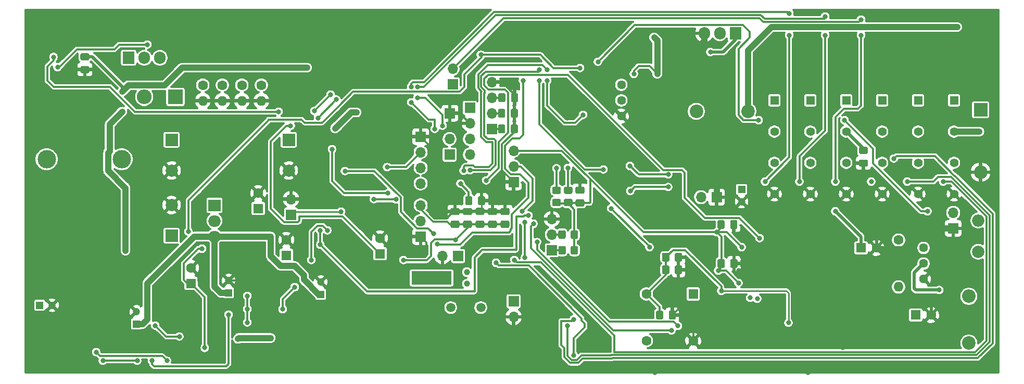
<source format=gbr>
%TF.GenerationSoftware,KiCad,Pcbnew,5.1.10-1.fc34*%
%TF.CreationDate,2021-07-01T18:56:45+03:00*%
%TF.ProjectId,Full schematic,46756c6c-2073-4636-9865-6d617469632e,rev?*%
%TF.SameCoordinates,Original*%
%TF.FileFunction,Copper,L2,Bot*%
%TF.FilePolarity,Positive*%
%FSLAX46Y46*%
G04 Gerber Fmt 4.6, Leading zero omitted, Abs format (unit mm)*
G04 Created by KiCad (PCBNEW 5.1.10-1.fc34) date 2021-07-01 18:56:45*
%MOMM*%
%LPD*%
G01*
G04 APERTURE LIST*
%TA.AperFunction,ComponentPad*%
%ADD10O,1.700000X1.700000*%
%TD*%
%TA.AperFunction,ComponentPad*%
%ADD11R,1.700000X1.700000*%
%TD*%
%TA.AperFunction,ComponentPad*%
%ADD12C,2.200000*%
%TD*%
%TA.AperFunction,ComponentPad*%
%ADD13C,2.000000*%
%TD*%
%TA.AperFunction,ComponentPad*%
%ADD14R,2.000000X2.000000*%
%TD*%
%TA.AperFunction,SMDPad,CuDef*%
%ADD15R,6.500000X2.200000*%
%TD*%
%TA.AperFunction,ComponentPad*%
%ADD16C,1.000000*%
%TD*%
%TA.AperFunction,ComponentPad*%
%ADD17C,1.500000*%
%TD*%
%TA.AperFunction,ComponentPad*%
%ADD18C,1.600000*%
%TD*%
%TA.AperFunction,ComponentPad*%
%ADD19R,1.600000X1.600000*%
%TD*%
%TA.AperFunction,ComponentPad*%
%ADD20C,1.440000*%
%TD*%
%TA.AperFunction,ComponentPad*%
%ADD21O,1.600000X1.600000*%
%TD*%
%TA.AperFunction,ComponentPad*%
%ADD22O,1.905000X2.000000*%
%TD*%
%TA.AperFunction,ComponentPad*%
%ADD23R,1.905000X2.000000*%
%TD*%
%TA.AperFunction,ComponentPad*%
%ADD24O,2.000000X1.905000*%
%TD*%
%TA.AperFunction,ComponentPad*%
%ADD25R,2.000000X1.905000*%
%TD*%
%TA.AperFunction,ComponentPad*%
%ADD26O,2.000000X2.000000*%
%TD*%
%TA.AperFunction,ComponentPad*%
%ADD27O,2.200000X2.200000*%
%TD*%
%TA.AperFunction,ComponentPad*%
%ADD28C,3.000000*%
%TD*%
%TA.AperFunction,ComponentPad*%
%ADD29R,1.400000X1.400000*%
%TD*%
%TA.AperFunction,ComponentPad*%
%ADD30C,1.400000*%
%TD*%
%TA.AperFunction,ComponentPad*%
%ADD31R,2.200000X2.200000*%
%TD*%
%TA.AperFunction,ComponentPad*%
%ADD32O,2.400000X2.400000*%
%TD*%
%TA.AperFunction,ComponentPad*%
%ADD33R,2.400000X2.400000*%
%TD*%
%TA.AperFunction,ComponentPad*%
%ADD34C,1.200000*%
%TD*%
%TA.AperFunction,ComponentPad*%
%ADD35R,1.200000X1.200000*%
%TD*%
%TA.AperFunction,ViaPad*%
%ADD36C,0.800000*%
%TD*%
%TA.AperFunction,Conductor*%
%ADD37C,0.300000*%
%TD*%
%TA.AperFunction,Conductor*%
%ADD38C,0.500000*%
%TD*%
%TA.AperFunction,Conductor*%
%ADD39C,1.000000*%
%TD*%
%TA.AperFunction,Conductor*%
%ADD40C,0.250000*%
%TD*%
%TA.AperFunction,Conductor*%
%ADD41C,0.100000*%
%TD*%
G04 APERTURE END LIST*
D10*
%TO.P,JP1,3*%
%TO.N,REG_3.3V*%
X100838000Y-156718000D03*
%TO.P,JP1,2*%
%TO.N,BOOT0*%
X100838000Y-159258000D03*
D11*
%TO.P,JP1,1*%
%TO.N,GND*%
X100838000Y-161798000D03*
%TD*%
D12*
%TO.P,L12,2*%
%TO.N,ANT_3.5*%
X154069000Y-141414500D03*
%TO.P,L12,1*%
%TO.N,Net-(C69-Pad1)*%
X145669000Y-141414500D03*
%TD*%
D13*
%TO.P,C58,2*%
%TO.N,GND*%
X79375000Y-151050000D03*
D14*
%TO.P,C58,1*%
%TO.N,PWR_3.5_OUT*%
X79375000Y-146050000D03*
%TD*%
D15*
%TO.P,Y2,3*%
%TO.N,N/C*%
X102616000Y-168529000D03*
D16*
%TO.P,Y2,2*%
%TO.N,Net-(C82-Pad1)*%
X108366000Y-167579000D03*
%TO.P,Y2,1*%
%TO.N,Net-(C83-Pad1)*%
X108366000Y-169479000D03*
%TD*%
D17*
%TO.P,Y1,2*%
%TO.N,Net-(C79-Pad1)*%
X105737000Y-173355000D03*
%TO.P,Y1,1*%
%TO.N,Net-(C80-Pad1)*%
X110617000Y-173355000D03*
%TD*%
D18*
%TO.P,X1,4*%
%TO.N,GND*%
X145161000Y-178752500D03*
%TO.P,X1,5*%
%TO.N,Net-(U3-Pad6)*%
X137541000Y-178752500D03*
%TO.P,X1,8*%
%TO.N,REG_5V*%
X137541000Y-171132500D03*
D19*
%TO.P,X1,1*%
%TO.N,Net-(X1-Pad1)*%
X145161000Y-171132500D03*
%TD*%
D20*
%TO.P,RV2,1*%
%TO.N,MANIP_144*%
X182626000Y-163639500D03*
%TO.P,RV2,2*%
%TO.N,Net-(C84-Pad1)*%
X182626000Y-166179500D03*
%TO.P,RV2,3*%
%TO.N,GND*%
X182626000Y-168719500D03*
%TD*%
%TO.P,RV1,1*%
%TO.N,GND*%
X133477000Y-142176500D03*
%TO.P,RV1,2*%
%TO.N,Net-(C56-Pad1)*%
X133477000Y-139636500D03*
%TO.P,RV1,3*%
%TO.N,Net-(C63-Pad1)*%
X133477000Y-137096500D03*
%TD*%
%TO.P,R92,2*%
%TO.N,I2C2_SDA*%
%TA.AperFunction,SMDPad,CuDef*%
G36*
G01*
X125291001Y-154857500D02*
X124390999Y-154857500D01*
G75*
G02*
X124141000Y-154607501I0J249999D01*
G01*
X124141000Y-153907499D01*
G75*
G02*
X124390999Y-153657500I249999J0D01*
G01*
X125291001Y-153657500D01*
G75*
G02*
X125541000Y-153907499I0J-249999D01*
G01*
X125541000Y-154607501D01*
G75*
G02*
X125291001Y-154857500I-249999J0D01*
G01*
G37*
%TD.AperFunction*%
%TO.P,R92,1*%
%TO.N,REG_3.3V*%
%TA.AperFunction,SMDPad,CuDef*%
G36*
G01*
X125291001Y-156857500D02*
X124390999Y-156857500D01*
G75*
G02*
X124141000Y-156607501I0J249999D01*
G01*
X124141000Y-155907499D01*
G75*
G02*
X124390999Y-155657500I249999J0D01*
G01*
X125291001Y-155657500D01*
G75*
G02*
X125541000Y-155907499I0J-249999D01*
G01*
X125541000Y-156607501D01*
G75*
G02*
X125291001Y-156857500I-249999J0D01*
G01*
G37*
%TD.AperFunction*%
%TD*%
%TO.P,R91,2*%
%TO.N,BTN_LEFT*%
%TA.AperFunction,SMDPad,CuDef*%
G36*
G01*
X124441000Y-163570499D02*
X124441000Y-164470501D01*
G75*
G02*
X124191001Y-164720500I-249999J0D01*
G01*
X123490999Y-164720500D01*
G75*
G02*
X123241000Y-164470501I0J249999D01*
G01*
X123241000Y-163570499D01*
G75*
G02*
X123490999Y-163320500I249999J0D01*
G01*
X124191001Y-163320500D01*
G75*
G02*
X124441000Y-163570499I0J-249999D01*
G01*
G37*
%TD.AperFunction*%
%TO.P,R91,1*%
%TO.N,REG_3.3V*%
%TA.AperFunction,SMDPad,CuDef*%
G36*
G01*
X126441000Y-163570499D02*
X126441000Y-164470501D01*
G75*
G02*
X126191001Y-164720500I-249999J0D01*
G01*
X125490999Y-164720500D01*
G75*
G02*
X125241000Y-164470501I0J249999D01*
G01*
X125241000Y-163570499D01*
G75*
G02*
X125490999Y-163320500I249999J0D01*
G01*
X126191001Y-163320500D01*
G75*
G02*
X126441000Y-163570499I0J-249999D01*
G01*
G37*
%TD.AperFunction*%
%TD*%
%TO.P,R90,2*%
%TO.N,I2C2_SCL*%
%TA.AperFunction,SMDPad,CuDef*%
G36*
G01*
X123386001Y-154857500D02*
X122485999Y-154857500D01*
G75*
G02*
X122236000Y-154607501I0J249999D01*
G01*
X122236000Y-153907499D01*
G75*
G02*
X122485999Y-153657500I249999J0D01*
G01*
X123386001Y-153657500D01*
G75*
G02*
X123636000Y-153907499I0J-249999D01*
G01*
X123636000Y-154607501D01*
G75*
G02*
X123386001Y-154857500I-249999J0D01*
G01*
G37*
%TD.AperFunction*%
%TO.P,R90,1*%
%TO.N,REG_3.3V*%
%TA.AperFunction,SMDPad,CuDef*%
G36*
G01*
X123386001Y-156857500D02*
X122485999Y-156857500D01*
G75*
G02*
X122236000Y-156607501I0J249999D01*
G01*
X122236000Y-155907499D01*
G75*
G02*
X122485999Y-155657500I249999J0D01*
G01*
X123386001Y-155657500D01*
G75*
G02*
X123636000Y-155907499I0J-249999D01*
G01*
X123636000Y-156607501D01*
G75*
G02*
X123386001Y-156857500I-249999J0D01*
G01*
G37*
%TD.AperFunction*%
%TD*%
%TO.P,R88,2*%
%TO.N,BTN_RIGHT*%
%TA.AperFunction,SMDPad,CuDef*%
G36*
G01*
X124425000Y-161030499D02*
X124425000Y-161930501D01*
G75*
G02*
X124175001Y-162180500I-249999J0D01*
G01*
X123474999Y-162180500D01*
G75*
G02*
X123225000Y-161930501I0J249999D01*
G01*
X123225000Y-161030499D01*
G75*
G02*
X123474999Y-160780500I249999J0D01*
G01*
X124175001Y-160780500D01*
G75*
G02*
X124425000Y-161030499I0J-249999D01*
G01*
G37*
%TD.AperFunction*%
%TO.P,R88,1*%
%TO.N,REG_3.3V*%
%TA.AperFunction,SMDPad,CuDef*%
G36*
G01*
X126425000Y-161030499D02*
X126425000Y-161930501D01*
G75*
G02*
X126175001Y-162180500I-249999J0D01*
G01*
X125474999Y-162180500D01*
G75*
G02*
X125225000Y-161930501I0J249999D01*
G01*
X125225000Y-161030499D01*
G75*
G02*
X125474999Y-160780500I249999J0D01*
G01*
X126175001Y-160780500D01*
G75*
G02*
X126425000Y-161030499I0J-249999D01*
G01*
G37*
%TD.AperFunction*%
%TD*%
D21*
%TO.P,R49,2*%
%TO.N,GND*%
X68580000Y-139700000D03*
D18*
%TO.P,R49,1*%
%TO.N,Net-(Q12-Pad3)*%
X68580000Y-137160000D03*
%TD*%
D21*
%TO.P,R47,2*%
%TO.N,GND*%
X74930000Y-139700000D03*
D18*
%TO.P,R47,1*%
%TO.N,Net-(Q12-Pad3)*%
X74930000Y-137160000D03*
%TD*%
D21*
%TO.P,R46,2*%
%TO.N,GND*%
X71755000Y-139700000D03*
D18*
%TO.P,R46,1*%
%TO.N,Net-(Q12-Pad3)*%
X71755000Y-137160000D03*
%TD*%
D21*
%TO.P,R45,2*%
%TO.N,GND*%
X65405000Y-139700000D03*
D18*
%TO.P,R45,1*%
%TO.N,Net-(Q12-Pad3)*%
X65405000Y-137160000D03*
%TD*%
D22*
%TO.P,Q16,3*%
%TO.N,GND*%
X146939000Y-128714500D03*
%TO.P,Q16,2*%
%TO.N,Net-(C69-Pad2)*%
X149479000Y-128714500D03*
D23*
%TO.P,Q16,1*%
%TO.N,Net-(DA1-Pad6)*%
X152019000Y-128714500D03*
%TD*%
D22*
%TO.P,Q12,3*%
%TO.N,Net-(Q12-Pad3)*%
X58420000Y-132715000D03*
%TO.P,Q12,2*%
%TO.N,Net-(D12-Pad2)*%
X55880000Y-132715000D03*
D23*
%TO.P,Q12,1*%
%TO.N,Net-(D11-Pad2)*%
X53340000Y-132715000D03*
%TD*%
D24*
%TO.P,Q7,3*%
%TO.N,BATT_7.4V*%
X67310000Y-161798000D03*
%TO.P,Q7,2*%
%TO.N,POWERS_3.5*%
X67310000Y-159258000D03*
D25*
%TO.P,Q7,1*%
%TO.N,Net-(Q7-Pad1)*%
X67310000Y-156718000D03*
%TD*%
D26*
%TO.P,L15,2*%
%TO.N,Net-(C113-Pad1)*%
X191516000Y-159194500D03*
D13*
%TO.P,L15,1*%
%TO.N,Net-(C101-Pad1)*%
X191516000Y-164274500D03*
%TD*%
D27*
%TO.P,L14,2*%
%TO.N,Net-(C97-Pad2)*%
X189992000Y-171513500D03*
D12*
%TO.P,L14,1*%
%TO.N,PWR_144_OUT*%
X189992000Y-179133500D03*
%TD*%
D21*
%TO.P,L13,2*%
%TO.N,Net-(C84-Pad2)*%
X178562000Y-169989500D03*
D18*
%TO.P,L13,1*%
%TO.N,MANIP_144*%
X178562000Y-162369500D03*
%TD*%
D28*
%TO.P,L8,2*%
%TO.N,Net-(D12-Pad2)*%
X52205000Y-149225000D03*
%TO.P,L8,1*%
%TO.N,POWERS_3.5*%
X40005000Y-149225000D03*
%TD*%
D29*
%TO.P,K6,1*%
%TO.N,Net-(C137-Pad2)*%
X187579000Y-139636500D03*
D30*
%TO.P,K6,3*%
%TO.N,PWR_3.5_5*%
X187579000Y-144716500D03*
%TO.P,K6,5*%
%TO.N,Net-(K6-Pad5)*%
X187579000Y-149796500D03*
%TO.P,K6,7*%
%TO.N,GND*%
X187579000Y-154876500D03*
%TD*%
D29*
%TO.P,K5,1*%
%TO.N,Net-(C131-Pad2)*%
X181737000Y-139636500D03*
D30*
%TO.P,K5,3*%
%TO.N,PWR_3.5_5*%
X181737000Y-144716500D03*
%TO.P,K5,5*%
%TO.N,Net-(K5-Pad5)*%
X181737000Y-149796500D03*
%TO.P,K5,7*%
%TO.N,GND*%
X181737000Y-154876500D03*
%TD*%
D29*
%TO.P,K4,1*%
%TO.N,Net-(C125-Pad2)*%
X175895000Y-139636500D03*
D30*
%TO.P,K4,3*%
%TO.N,PWR_3.5_5*%
X175895000Y-144716500D03*
%TO.P,K4,5*%
%TO.N,Net-(K4-Pad5)*%
X175895000Y-149796500D03*
%TO.P,K4,7*%
%TO.N,GND*%
X175895000Y-154876500D03*
%TD*%
D29*
%TO.P,K3,1*%
%TO.N,Net-(C119-Pad2)*%
X170053000Y-139636500D03*
D30*
%TO.P,K3,3*%
%TO.N,PWR_3.5_5*%
X170053000Y-144716500D03*
%TO.P,K3,5*%
%TO.N,Net-(K3-Pad5)*%
X170053000Y-149796500D03*
%TO.P,K3,7*%
%TO.N,GND*%
X170053000Y-154876500D03*
%TD*%
D29*
%TO.P,K2,1*%
%TO.N,Net-(C107-Pad2)*%
X164211000Y-139636500D03*
D30*
%TO.P,K2,3*%
%TO.N,PWR_3.5_5*%
X164211000Y-144716500D03*
%TO.P,K2,5*%
%TO.N,Net-(K2-Pad5)*%
X164211000Y-149796500D03*
%TO.P,K2,7*%
%TO.N,GND*%
X164211000Y-154876500D03*
%TD*%
D29*
%TO.P,K1,1*%
%TO.N,Net-(C92-Pad2)*%
X158369000Y-139636500D03*
D30*
%TO.P,K1,3*%
%TO.N,PWR_3.5_5*%
X158369000Y-144716500D03*
%TO.P,K1,5*%
%TO.N,Net-(K1-Pad5)*%
X158369000Y-149796500D03*
%TO.P,K1,7*%
%TO.N,GND*%
X158369000Y-154876500D03*
%TD*%
D10*
%TO.P,JP4,2*%
%TO.N,MATCH_4*%
X105537000Y-145923000D03*
D11*
%TO.P,JP4,1*%
%TO.N,SWCLK*%
X105537000Y-148463000D03*
%TD*%
D10*
%TO.P,JP3,2*%
%TO.N,MATCH_3*%
X106045000Y-134493000D03*
D11*
%TO.P,JP3,1*%
%TO.N,SWDIO*%
X106045000Y-137033000D03*
%TD*%
D10*
%TO.P,JP2,3*%
%TO.N,REG_3.3V*%
X115951000Y-147828000D03*
%TO.P,JP2,2*%
%TO.N,BOOT1*%
X115951000Y-150368000D03*
D11*
%TO.P,JP2,1*%
%TO.N,GND*%
X115951000Y-152908000D03*
%TD*%
%TO.P,J10,1*%
%TO.N,GND*%
X105600500Y-141732000D03*
%TD*%
D10*
%TO.P,J9,2*%
%TO.N,Net-(C113-Pad1)*%
X187452000Y-157924500D03*
D11*
%TO.P,J9,1*%
%TO.N,GND*%
X187452000Y-160464500D03*
%TD*%
D10*
%TO.P,J8,3*%
%TO.N,GND*%
X122174000Y-158940500D03*
%TO.P,J8,2*%
%TO.N,BTN_RIGHT*%
X122174000Y-161480500D03*
D11*
%TO.P,J8,1*%
%TO.N,BTN_LEFT*%
X122174000Y-164020500D03*
%TD*%
D10*
%TO.P,J7,4*%
%TO.N,DISPLAY_SDA*%
X100838000Y-153162000D03*
%TO.P,J7,3*%
%TO.N,DISPLAY_SCL*%
X100838000Y-150622000D03*
%TO.P,J7,2*%
%TO.N,DISPLAY_4V*%
X100838000Y-148082000D03*
D11*
%TO.P,J7,1*%
%TO.N,GND*%
X100838000Y-145542000D03*
%TD*%
D10*
%TO.P,J6,2*%
%TO.N,ANT_3.5*%
X146431000Y-155384500D03*
D11*
%TO.P,J6,1*%
%TO.N,GND*%
X148971000Y-155384500D03*
%TD*%
D10*
%TO.P,J5,4*%
%TO.N,BT_TX*%
X108839000Y-148463000D03*
%TO.P,J5,3*%
%TO.N,BT_RX*%
X108839000Y-145923000D03*
%TO.P,J5,2*%
%TO.N,GND*%
X108839000Y-143383000D03*
D11*
%TO.P,J5,1*%
%TO.N,BT_5V*%
X108839000Y-140843000D03*
%TD*%
D10*
%TO.P,J4,2*%
%TO.N,GND*%
X104394000Y-164973000D03*
D11*
%TO.P,J4,1*%
%TO.N,FAIL_LED*%
X106934000Y-164973000D03*
%TD*%
D10*
%TO.P,J3,4*%
%TO.N,GND*%
X112395000Y-136652000D03*
%TO.P,J3,3*%
%TO.N,ENCODER_BTN*%
X112395000Y-139192000D03*
%TO.P,J3,2*%
%TO.N,ENCODER_R*%
X112395000Y-141732000D03*
D11*
%TO.P,J3,1*%
%TO.N,ENCODER_L*%
X112395000Y-144272000D03*
%TD*%
D10*
%TO.P,J2,2*%
%TO.N,GND*%
X115951000Y-174879000D03*
D11*
%TO.P,J2,1*%
%TO.N,RESET*%
X115951000Y-172339000D03*
%TD*%
D10*
%TO.P,J1,2*%
%TO.N,GND*%
X79756000Y-155702000D03*
D11*
%TO.P,J1,1*%
%TO.N,BATT_7.4V*%
X79756000Y-158242000D03*
%TD*%
D27*
%TO.P,D14,2*%
%TO.N,GND*%
X191897000Y-151320500D03*
D31*
%TO.P,D14,1*%
%TO.N,ADC_UANT*%
X191897000Y-141160500D03*
%TD*%
D32*
%TO.P,D12,2*%
%TO.N,Net-(D12-Pad2)*%
X55880000Y-139065000D03*
D33*
%TO.P,D12,1*%
%TO.N,Net-(C51-Pad1)*%
X60960000Y-139065000D03*
%TD*%
%TO.P,C112,2*%
%TO.N,GND*%
%TA.AperFunction,SMDPad,CuDef*%
G36*
G01*
X172372000Y-149252000D02*
X173322000Y-149252000D01*
G75*
G02*
X173572000Y-149502000I0J-250000D01*
G01*
X173572000Y-150177000D01*
G75*
G02*
X173322000Y-150427000I-250000J0D01*
G01*
X172372000Y-150427000D01*
G75*
G02*
X172122000Y-150177000I0J250000D01*
G01*
X172122000Y-149502000D01*
G75*
G02*
X172372000Y-149252000I250000J0D01*
G01*
G37*
%TD.AperFunction*%
%TO.P,C112,1*%
%TO.N,PWR_3.5_5*%
%TA.AperFunction,SMDPad,CuDef*%
G36*
G01*
X172372000Y-147177000D02*
X173322000Y-147177000D01*
G75*
G02*
X173572000Y-147427000I0J-250000D01*
G01*
X173572000Y-148102000D01*
G75*
G02*
X173322000Y-148352000I-250000J0D01*
G01*
X172372000Y-148352000D01*
G75*
G02*
X172122000Y-148102000I0J250000D01*
G01*
X172122000Y-147427000D01*
G75*
G02*
X172372000Y-147177000I250000J0D01*
G01*
G37*
%TD.AperFunction*%
%TD*%
D34*
%TO.P,C111,2*%
%TO.N,GND*%
X153035000Y-156114500D03*
D35*
%TO.P,C111,1*%
%TO.N,PWR_3.5_5*%
X153035000Y-154114500D03*
%TD*%
D18*
%TO.P,C110,2*%
%TO.N,GND*%
X183856000Y-174561500D03*
D19*
%TO.P,C110,1*%
%TO.N,PWR_144_OUT*%
X181356000Y-174561500D03*
%TD*%
%TO.P,C109,2*%
%TO.N,GND*%
%TA.AperFunction,SMDPad,CuDef*%
G36*
G01*
X115029000Y-158300000D02*
X114079000Y-158300000D01*
G75*
G02*
X113829000Y-158050000I0J250000D01*
G01*
X113829000Y-157375000D01*
G75*
G02*
X114079000Y-157125000I250000J0D01*
G01*
X115029000Y-157125000D01*
G75*
G02*
X115279000Y-157375000I0J-250000D01*
G01*
X115279000Y-158050000D01*
G75*
G02*
X115029000Y-158300000I-250000J0D01*
G01*
G37*
%TD.AperFunction*%
%TO.P,C109,1*%
%TO.N,REG_3.3V*%
%TA.AperFunction,SMDPad,CuDef*%
G36*
G01*
X115029000Y-160375000D02*
X114079000Y-160375000D01*
G75*
G02*
X113829000Y-160125000I0J250000D01*
G01*
X113829000Y-159450000D01*
G75*
G02*
X114079000Y-159200000I250000J0D01*
G01*
X115029000Y-159200000D01*
G75*
G02*
X115279000Y-159450000I0J-250000D01*
G01*
X115279000Y-160125000D01*
G75*
G02*
X115029000Y-160375000I-250000J0D01*
G01*
G37*
%TD.AperFunction*%
%TD*%
%TO.P,C108,2*%
%TO.N,REG_3.3V*%
%TA.AperFunction,SMDPad,CuDef*%
G36*
G01*
X126271000Y-155729000D02*
X127221000Y-155729000D01*
G75*
G02*
X127471000Y-155979000I0J-250000D01*
G01*
X127471000Y-156654000D01*
G75*
G02*
X127221000Y-156904000I-250000J0D01*
G01*
X126271000Y-156904000D01*
G75*
G02*
X126021000Y-156654000I0J250000D01*
G01*
X126021000Y-155979000D01*
G75*
G02*
X126271000Y-155729000I250000J0D01*
G01*
G37*
%TD.AperFunction*%
%TO.P,C108,1*%
%TO.N,GND*%
%TA.AperFunction,SMDPad,CuDef*%
G36*
G01*
X126271000Y-153654000D02*
X127221000Y-153654000D01*
G75*
G02*
X127471000Y-153904000I0J-250000D01*
G01*
X127471000Y-154579000D01*
G75*
G02*
X127221000Y-154829000I-250000J0D01*
G01*
X126271000Y-154829000D01*
G75*
G02*
X126021000Y-154579000I0J250000D01*
G01*
X126021000Y-153904000D01*
G75*
G02*
X126271000Y-153654000I250000J0D01*
G01*
G37*
%TD.AperFunction*%
%TD*%
%TO.P,C100,2*%
%TO.N,GND*%
%TA.AperFunction,SMDPad,CuDef*%
G36*
G01*
X110156500Y-156431000D02*
X110156500Y-155481000D01*
G75*
G02*
X110406500Y-155231000I250000J0D01*
G01*
X111081500Y-155231000D01*
G75*
G02*
X111331500Y-155481000I0J-250000D01*
G01*
X111331500Y-156431000D01*
G75*
G02*
X111081500Y-156681000I-250000J0D01*
G01*
X110406500Y-156681000D01*
G75*
G02*
X110156500Y-156431000I0J250000D01*
G01*
G37*
%TD.AperFunction*%
%TO.P,C100,1*%
%TO.N,REG_3.3V*%
%TA.AperFunction,SMDPad,CuDef*%
G36*
G01*
X108081500Y-156431000D02*
X108081500Y-155481000D01*
G75*
G02*
X108331500Y-155231000I250000J0D01*
G01*
X109006500Y-155231000D01*
G75*
G02*
X109256500Y-155481000I0J-250000D01*
G01*
X109256500Y-156431000D01*
G75*
G02*
X109006500Y-156681000I-250000J0D01*
G01*
X108331500Y-156681000D01*
G75*
G02*
X108081500Y-156431000I0J250000D01*
G01*
G37*
%TD.AperFunction*%
%TD*%
%TO.P,C98,2*%
%TO.N,GND*%
%TA.AperFunction,SMDPad,CuDef*%
G36*
G01*
X106901000Y-158300000D02*
X105951000Y-158300000D01*
G75*
G02*
X105701000Y-158050000I0J250000D01*
G01*
X105701000Y-157375000D01*
G75*
G02*
X105951000Y-157125000I250000J0D01*
G01*
X106901000Y-157125000D01*
G75*
G02*
X107151000Y-157375000I0J-250000D01*
G01*
X107151000Y-158050000D01*
G75*
G02*
X106901000Y-158300000I-250000J0D01*
G01*
G37*
%TD.AperFunction*%
%TO.P,C98,1*%
%TO.N,REG_3.3V*%
%TA.AperFunction,SMDPad,CuDef*%
G36*
G01*
X106901000Y-160375000D02*
X105951000Y-160375000D01*
G75*
G02*
X105701000Y-160125000I0J250000D01*
G01*
X105701000Y-159450000D01*
G75*
G02*
X105951000Y-159200000I250000J0D01*
G01*
X106901000Y-159200000D01*
G75*
G02*
X107151000Y-159450000I0J-250000D01*
G01*
X107151000Y-160125000D01*
G75*
G02*
X106901000Y-160375000I-250000J0D01*
G01*
G37*
%TD.AperFunction*%
%TD*%
%TO.P,C94,2*%
%TO.N,GND*%
%TA.AperFunction,SMDPad,CuDef*%
G36*
G01*
X108933000Y-158300000D02*
X107983000Y-158300000D01*
G75*
G02*
X107733000Y-158050000I0J250000D01*
G01*
X107733000Y-157375000D01*
G75*
G02*
X107983000Y-157125000I250000J0D01*
G01*
X108933000Y-157125000D01*
G75*
G02*
X109183000Y-157375000I0J-250000D01*
G01*
X109183000Y-158050000D01*
G75*
G02*
X108933000Y-158300000I-250000J0D01*
G01*
G37*
%TD.AperFunction*%
%TO.P,C94,1*%
%TO.N,REG_3.3V*%
%TA.AperFunction,SMDPad,CuDef*%
G36*
G01*
X108933000Y-160375000D02*
X107983000Y-160375000D01*
G75*
G02*
X107733000Y-160125000I0J250000D01*
G01*
X107733000Y-159450000D01*
G75*
G02*
X107983000Y-159200000I250000J0D01*
G01*
X108933000Y-159200000D01*
G75*
G02*
X109183000Y-159450000I0J-250000D01*
G01*
X109183000Y-160125000D01*
G75*
G02*
X108933000Y-160375000I-250000J0D01*
G01*
G37*
%TD.AperFunction*%
%TD*%
%TO.P,C86,2*%
%TO.N,GND*%
%TA.AperFunction,SMDPad,CuDef*%
G36*
G01*
X110965000Y-158278500D02*
X110015000Y-158278500D01*
G75*
G02*
X109765000Y-158028500I0J250000D01*
G01*
X109765000Y-157353500D01*
G75*
G02*
X110015000Y-157103500I250000J0D01*
G01*
X110965000Y-157103500D01*
G75*
G02*
X111215000Y-157353500I0J-250000D01*
G01*
X111215000Y-158028500D01*
G75*
G02*
X110965000Y-158278500I-250000J0D01*
G01*
G37*
%TD.AperFunction*%
%TO.P,C86,1*%
%TO.N,REG_3.3V*%
%TA.AperFunction,SMDPad,CuDef*%
G36*
G01*
X110965000Y-160353500D02*
X110015000Y-160353500D01*
G75*
G02*
X109765000Y-160103500I0J250000D01*
G01*
X109765000Y-159428500D01*
G75*
G02*
X110015000Y-159178500I250000J0D01*
G01*
X110965000Y-159178500D01*
G75*
G02*
X111215000Y-159428500I0J-250000D01*
G01*
X111215000Y-160103500D01*
G75*
G02*
X110965000Y-160353500I-250000J0D01*
G01*
G37*
%TD.AperFunction*%
%TD*%
%TO.P,C85,2*%
%TO.N,GND*%
%TA.AperFunction,SMDPad,CuDef*%
G36*
G01*
X112997000Y-158300000D02*
X112047000Y-158300000D01*
G75*
G02*
X111797000Y-158050000I0J250000D01*
G01*
X111797000Y-157375000D01*
G75*
G02*
X112047000Y-157125000I250000J0D01*
G01*
X112997000Y-157125000D01*
G75*
G02*
X113247000Y-157375000I0J-250000D01*
G01*
X113247000Y-158050000D01*
G75*
G02*
X112997000Y-158300000I-250000J0D01*
G01*
G37*
%TD.AperFunction*%
%TO.P,C85,1*%
%TO.N,REG_3.3V*%
%TA.AperFunction,SMDPad,CuDef*%
G36*
G01*
X112997000Y-160375000D02*
X112047000Y-160375000D01*
G75*
G02*
X111797000Y-160125000I0J250000D01*
G01*
X111797000Y-159450000D01*
G75*
G02*
X112047000Y-159200000I250000J0D01*
G01*
X112997000Y-159200000D01*
G75*
G02*
X113247000Y-159450000I0J-250000D01*
G01*
X113247000Y-160125000D01*
G75*
G02*
X112997000Y-160375000I-250000J0D01*
G01*
G37*
%TD.AperFunction*%
%TD*%
%TO.P,C81,2*%
%TO.N,GND*%
%TA.AperFunction,SMDPad,CuDef*%
G36*
G01*
X115490500Y-144747000D02*
X115490500Y-143797000D01*
G75*
G02*
X115740500Y-143547000I250000J0D01*
G01*
X116415500Y-143547000D01*
G75*
G02*
X116665500Y-143797000I0J-250000D01*
G01*
X116665500Y-144747000D01*
G75*
G02*
X116415500Y-144997000I-250000J0D01*
G01*
X115740500Y-144997000D01*
G75*
G02*
X115490500Y-144747000I0J250000D01*
G01*
G37*
%TD.AperFunction*%
%TO.P,C81,1*%
%TO.N,ENCODER_L*%
%TA.AperFunction,SMDPad,CuDef*%
G36*
G01*
X113415500Y-144747000D02*
X113415500Y-143797000D01*
G75*
G02*
X113665500Y-143547000I250000J0D01*
G01*
X114340500Y-143547000D01*
G75*
G02*
X114590500Y-143797000I0J-250000D01*
G01*
X114590500Y-144747000D01*
G75*
G02*
X114340500Y-144997000I-250000J0D01*
G01*
X113665500Y-144997000D01*
G75*
G02*
X113415500Y-144747000I0J250000D01*
G01*
G37*
%TD.AperFunction*%
%TD*%
%TO.P,C78,2*%
%TO.N,GND*%
%TA.AperFunction,SMDPad,CuDef*%
G36*
G01*
X115490500Y-142207000D02*
X115490500Y-141257000D01*
G75*
G02*
X115740500Y-141007000I250000J0D01*
G01*
X116415500Y-141007000D01*
G75*
G02*
X116665500Y-141257000I0J-250000D01*
G01*
X116665500Y-142207000D01*
G75*
G02*
X116415500Y-142457000I-250000J0D01*
G01*
X115740500Y-142457000D01*
G75*
G02*
X115490500Y-142207000I0J250000D01*
G01*
G37*
%TD.AperFunction*%
%TO.P,C78,1*%
%TO.N,ENCODER_R*%
%TA.AperFunction,SMDPad,CuDef*%
G36*
G01*
X113415500Y-142207000D02*
X113415500Y-141257000D01*
G75*
G02*
X113665500Y-141007000I250000J0D01*
G01*
X114340500Y-141007000D01*
G75*
G02*
X114590500Y-141257000I0J-250000D01*
G01*
X114590500Y-142207000D01*
G75*
G02*
X114340500Y-142457000I-250000J0D01*
G01*
X113665500Y-142457000D01*
G75*
G02*
X113415500Y-142207000I0J250000D01*
G01*
G37*
%TD.AperFunction*%
%TD*%
%TO.P,C76,2*%
%TO.N,GND*%
%TA.AperFunction,SMDPad,CuDef*%
G36*
G01*
X115533500Y-139667000D02*
X115533500Y-138717000D01*
G75*
G02*
X115783500Y-138467000I250000J0D01*
G01*
X116458500Y-138467000D01*
G75*
G02*
X116708500Y-138717000I0J-250000D01*
G01*
X116708500Y-139667000D01*
G75*
G02*
X116458500Y-139917000I-250000J0D01*
G01*
X115783500Y-139917000D01*
G75*
G02*
X115533500Y-139667000I0J250000D01*
G01*
G37*
%TD.AperFunction*%
%TO.P,C76,1*%
%TO.N,ENCODER_BTN*%
%TA.AperFunction,SMDPad,CuDef*%
G36*
G01*
X113458500Y-139667000D02*
X113458500Y-138717000D01*
G75*
G02*
X113708500Y-138467000I250000J0D01*
G01*
X114383500Y-138467000D01*
G75*
G02*
X114633500Y-138717000I0J-250000D01*
G01*
X114633500Y-139667000D01*
G75*
G02*
X114383500Y-139917000I-250000J0D01*
G01*
X113708500Y-139917000D01*
G75*
G02*
X113458500Y-139667000I0J250000D01*
G01*
G37*
%TD.AperFunction*%
%TD*%
D18*
%TO.P,C75,2*%
%TO.N,GND*%
X174966000Y-163639500D03*
D19*
%TO.P,C75,1*%
%TO.N,PWR_144_5*%
X172466000Y-163639500D03*
%TD*%
D13*
%TO.P,C53,2*%
%TO.N,GND*%
X60325000Y-151050000D03*
D14*
%TO.P,C53,1*%
%TO.N,Net-(C51-Pad1)*%
X60325000Y-146050000D03*
%TD*%
D18*
%TO.P,C50,2*%
%TO.N,GND*%
X94234000Y-162092000D03*
D19*
%TO.P,C50,1*%
%TO.N,REG_3.3V*%
X94234000Y-164592000D03*
%TD*%
D18*
%TO.P,C49,2*%
%TO.N,GND*%
X78994000Y-162346000D03*
D19*
%TO.P,C49,1*%
%TO.N,DISPLAY_4V*%
X78994000Y-164846000D03*
%TD*%
D18*
%TO.P,C48,2*%
%TO.N,GND*%
X63500000Y-166918000D03*
D19*
%TO.P,C48,1*%
%TO.N,REG_5V*%
X63500000Y-169418000D03*
%TD*%
D13*
%TO.P,C29,2*%
%TO.N,GND*%
X60325000Y-156671000D03*
D14*
%TO.P,C29,1*%
%TO.N,POWERS_3.5*%
X60325000Y-161671000D03*
%TD*%
%TO.P,C23,2*%
%TO.N,GND*%
%TA.AperFunction,SMDPad,CuDef*%
G36*
G01*
X45753000Y-134032500D02*
X46703000Y-134032500D01*
G75*
G02*
X46953000Y-134282500I0J-250000D01*
G01*
X46953000Y-134957500D01*
G75*
G02*
X46703000Y-135207500I-250000J0D01*
G01*
X45753000Y-135207500D01*
G75*
G02*
X45503000Y-134957500I0J250000D01*
G01*
X45503000Y-134282500D01*
G75*
G02*
X45753000Y-134032500I250000J0D01*
G01*
G37*
%TD.AperFunction*%
%TO.P,C23,1*%
%TO.N,PWR_3.5_12*%
%TA.AperFunction,SMDPad,CuDef*%
G36*
G01*
X45753000Y-131957500D02*
X46703000Y-131957500D01*
G75*
G02*
X46953000Y-132207500I0J-250000D01*
G01*
X46953000Y-132882500D01*
G75*
G02*
X46703000Y-133132500I-250000J0D01*
G01*
X45753000Y-133132500D01*
G75*
G02*
X45503000Y-132882500I0J250000D01*
G01*
X45503000Y-132207500D01*
G75*
G02*
X45753000Y-131957500I250000J0D01*
G01*
G37*
%TD.AperFunction*%
%TD*%
%TO.P,C18,2*%
%TO.N,GND*%
%TA.AperFunction,SMDPad,CuDef*%
G36*
G01*
X142182000Y-165638500D02*
X142182000Y-164688500D01*
G75*
G02*
X142432000Y-164438500I250000J0D01*
G01*
X143107000Y-164438500D01*
G75*
G02*
X143357000Y-164688500I0J-250000D01*
G01*
X143357000Y-165638500D01*
G75*
G02*
X143107000Y-165888500I-250000J0D01*
G01*
X142432000Y-165888500D01*
G75*
G02*
X142182000Y-165638500I0J250000D01*
G01*
G37*
%TD.AperFunction*%
%TO.P,C18,1*%
%TO.N,REG_5V*%
%TA.AperFunction,SMDPad,CuDef*%
G36*
G01*
X140107000Y-165638500D02*
X140107000Y-164688500D01*
G75*
G02*
X140357000Y-164438500I250000J0D01*
G01*
X141032000Y-164438500D01*
G75*
G02*
X141282000Y-164688500I0J-250000D01*
G01*
X141282000Y-165638500D01*
G75*
G02*
X141032000Y-165888500I-250000J0D01*
G01*
X140357000Y-165888500D01*
G75*
G02*
X140107000Y-165638500I0J250000D01*
G01*
G37*
%TD.AperFunction*%
%TD*%
D34*
%TO.P,C12,2*%
%TO.N,GND*%
X40894000Y-172974000D03*
D35*
%TO.P,C12,1*%
%TO.N,POWERS_3.5*%
X38894000Y-172974000D03*
%TD*%
D34*
%TO.P,C11,2*%
%TO.N,GND*%
X84582000Y-169196000D03*
D35*
%TO.P,C11,1*%
%TO.N,BATT_7.4V*%
X84582000Y-171196000D03*
%TD*%
D34*
%TO.P,C10,2*%
%TO.N,GND*%
X69596000Y-168942000D03*
D35*
%TO.P,C10,1*%
%TO.N,BATT_7.4V*%
X69596000Y-170942000D03*
%TD*%
D34*
%TO.P,C9,2*%
%TO.N,GND*%
X54610000Y-174022000D03*
D35*
%TO.P,C9,1*%
%TO.N,BATT_7.4V*%
X54610000Y-176022000D03*
%TD*%
%TO.P,C8,2*%
%TO.N,GND*%
%TA.AperFunction,SMDPad,CuDef*%
G36*
G01*
X142182000Y-167670500D02*
X142182000Y-166720500D01*
G75*
G02*
X142432000Y-166470500I250000J0D01*
G01*
X143107000Y-166470500D01*
G75*
G02*
X143357000Y-166720500I0J-250000D01*
G01*
X143357000Y-167670500D01*
G75*
G02*
X143107000Y-167920500I-250000J0D01*
G01*
X142432000Y-167920500D01*
G75*
G02*
X142182000Y-167670500I0J250000D01*
G01*
G37*
%TD.AperFunction*%
%TO.P,C8,1*%
%TO.N,REG_5V*%
%TA.AperFunction,SMDPad,CuDef*%
G36*
G01*
X140107000Y-167670500D02*
X140107000Y-166720500D01*
G75*
G02*
X140357000Y-166470500I250000J0D01*
G01*
X141032000Y-166470500D01*
G75*
G02*
X141282000Y-166720500I0J-250000D01*
G01*
X141282000Y-167670500D01*
G75*
G02*
X141032000Y-167920500I-250000J0D01*
G01*
X140357000Y-167920500D01*
G75*
G02*
X140107000Y-167670500I0J250000D01*
G01*
G37*
%TD.AperFunction*%
%TD*%
%TO.P,C7,2*%
%TO.N,GND*%
%TA.AperFunction,SMDPad,CuDef*%
G36*
G01*
X141187500Y-175036500D02*
X141187500Y-174086500D01*
G75*
G02*
X141437500Y-173836500I250000J0D01*
G01*
X142112500Y-173836500D01*
G75*
G02*
X142362500Y-174086500I0J-250000D01*
G01*
X142362500Y-175036500D01*
G75*
G02*
X142112500Y-175286500I-250000J0D01*
G01*
X141437500Y-175286500D01*
G75*
G02*
X141187500Y-175036500I0J250000D01*
G01*
G37*
%TD.AperFunction*%
%TO.P,C7,1*%
%TO.N,REG_5V*%
%TA.AperFunction,SMDPad,CuDef*%
G36*
G01*
X139112500Y-175036500D02*
X139112500Y-174086500D01*
G75*
G02*
X139362500Y-173836500I250000J0D01*
G01*
X140037500Y-173836500D01*
G75*
G02*
X140287500Y-174086500I0J-250000D01*
G01*
X140287500Y-175036500D01*
G75*
G02*
X140037500Y-175286500I-250000J0D01*
G01*
X139362500Y-175286500D01*
G75*
G02*
X139112500Y-175036500I0J250000D01*
G01*
G37*
%TD.AperFunction*%
%TD*%
%TO.P,C3,2*%
%TO.N,GND*%
%TA.AperFunction,SMDPad,CuDef*%
G36*
G01*
X151177500Y-160304500D02*
X151177500Y-159354500D01*
G75*
G02*
X151427500Y-159104500I250000J0D01*
G01*
X152102500Y-159104500D01*
G75*
G02*
X152352500Y-159354500I0J-250000D01*
G01*
X152352500Y-160304500D01*
G75*
G02*
X152102500Y-160554500I-250000J0D01*
G01*
X151427500Y-160554500D01*
G75*
G02*
X151177500Y-160304500I0J250000D01*
G01*
G37*
%TD.AperFunction*%
%TO.P,C3,1*%
%TO.N,REG_3.3V*%
%TA.AperFunction,SMDPad,CuDef*%
G36*
G01*
X149102500Y-160304500D02*
X149102500Y-159354500D01*
G75*
G02*
X149352500Y-159104500I250000J0D01*
G01*
X150027500Y-159104500D01*
G75*
G02*
X150277500Y-159354500I0J-250000D01*
G01*
X150277500Y-160304500D01*
G75*
G02*
X150027500Y-160554500I-250000J0D01*
G01*
X149352500Y-160554500D01*
G75*
G02*
X149102500Y-160304500I0J250000D01*
G01*
G37*
%TD.AperFunction*%
%TD*%
%TO.P,C2,2*%
%TO.N,GND*%
%TA.AperFunction,SMDPad,CuDef*%
G36*
G01*
X151199000Y-166654500D02*
X151199000Y-165704500D01*
G75*
G02*
X151449000Y-165454500I250000J0D01*
G01*
X152124000Y-165454500D01*
G75*
G02*
X152374000Y-165704500I0J-250000D01*
G01*
X152374000Y-166654500D01*
G75*
G02*
X152124000Y-166904500I-250000J0D01*
G01*
X151449000Y-166904500D01*
G75*
G02*
X151199000Y-166654500I0J250000D01*
G01*
G37*
%TD.AperFunction*%
%TO.P,C2,1*%
%TO.N,REG_3.3V*%
%TA.AperFunction,SMDPad,CuDef*%
G36*
G01*
X149124000Y-166654500D02*
X149124000Y-165704500D01*
G75*
G02*
X149374000Y-165454500I250000J0D01*
G01*
X150049000Y-165454500D01*
G75*
G02*
X150299000Y-165704500I0J-250000D01*
G01*
X150299000Y-166654500D01*
G75*
G02*
X150049000Y-166904500I-250000J0D01*
G01*
X149374000Y-166904500D01*
G75*
G02*
X149124000Y-166654500I0J250000D01*
G01*
G37*
%TD.AperFunction*%
%TD*%
D18*
%TO.P,C1,2*%
%TO.N,GND*%
X74422000Y-154726000D03*
D19*
%TO.P,C1,1*%
%TO.N,BATT_7.4V*%
X74422000Y-157226000D03*
%TD*%
D36*
%TO.N,GND*%
X169481500Y-179832000D03*
X63627000Y-178054000D03*
X74676000Y-173609000D03*
X126746000Y-154241500D03*
X151765000Y-159829500D03*
X152527000Y-167322500D03*
X151765000Y-166179500D03*
X142748000Y-167195500D03*
X142748000Y-165163500D03*
X170180000Y-164909500D03*
X168783000Y-169100500D03*
X131953000Y-137604500D03*
X147955000Y-143954500D03*
X67564000Y-178054000D03*
X41148000Y-136144000D03*
X46228000Y-134620000D03*
X52832000Y-169926000D03*
X137244000Y-135318500D03*
X135541000Y-142652500D03*
X168402000Y-173164500D03*
X172085000Y-157119500D03*
X164973000Y-169195500D03*
X152299000Y-161365500D03*
X112627500Y-157712500D03*
X108563500Y-157712500D03*
X108585000Y-175133000D03*
X58862000Y-174564000D03*
X98044000Y-163533000D03*
X124714000Y-142494000D03*
X127508000Y-139446000D03*
X73660000Y-130683000D03*
X64516000Y-130556000D03*
X85090000Y-130556000D03*
X37846000Y-126238000D03*
X43688000Y-129032000D03*
X39624000Y-155448000D03*
X37084000Y-183642000D03*
X73914000Y-183388000D03*
X92710000Y-183388000D03*
X112268000Y-183388000D03*
X102108000Y-176530000D03*
X163830000Y-183896000D03*
X138938000Y-183896000D03*
X193802000Y-182880000D03*
X193548000Y-126238000D03*
X136906000Y-166624000D03*
X132334000Y-168910000D03*
X129032000Y-176530000D03*
X128270000Y-161798000D03*
X94996000Y-148082000D03*
X105410000Y-151384000D03*
X117094000Y-168656000D03*
X122174000Y-174244000D03*
X126746000Y-166370000D03*
X155702000Y-144526000D03*
X191516000Y-161798000D03*
X186690000Y-168402000D03*
X186690000Y-167386000D03*
X186690000Y-166370000D03*
X186690000Y-165354000D03*
X186690000Y-164338000D03*
X185674000Y-167640000D03*
X187769500Y-167576500D03*
X184658000Y-167640000D03*
X188785500Y-167576500D03*
X184658000Y-166624000D03*
X185674000Y-166624000D03*
X187706000Y-166624000D03*
X188722000Y-166624000D03*
X188722000Y-165608000D03*
X187706000Y-165608000D03*
X185674000Y-165608000D03*
X184658000Y-165608000D03*
X184658000Y-164592000D03*
X185674000Y-164592000D03*
X187706000Y-164592000D03*
X188722000Y-164592000D03*
X186690000Y-169418000D03*
X186690000Y-170434000D03*
X186690000Y-171450000D03*
%TO.N,ANT_3.5*%
X188087000Y-127698500D03*
X182245000Y-127698500D03*
X176403000Y-127698500D03*
X170561000Y-127698500D03*
X164719000Y-127698500D03*
X158877000Y-127698500D03*
%TO.N,Net-(DA1-Pad6)*%
X147955000Y-131762500D03*
%TO.N,PWR_3.5_12*%
X135509000Y-135318500D03*
X46228000Y-132588000D03*
X52832000Y-164084000D03*
X52324000Y-141478000D03*
X52324000Y-138176000D03*
X139319000Y-135318500D03*
X138811000Y-129413000D03*
X82359500Y-134302500D03*
%TO.N,PWR_3.5_OUT*%
X86931500Y-144208500D03*
X90424000Y-141605000D03*
%TO.N,PWR_144_5*%
X168275000Y-157670500D03*
%TO.N,PWR_3.5_5*%
X71120000Y-178435000D03*
X191706500Y-144716500D03*
X76455760Y-178308000D03*
%TO.N,Manipulation*%
X183261000Y-157670500D03*
X117729000Y-159448500D03*
X129667000Y-133350000D03*
X117786001Y-165220501D03*
X155818501Y-142864501D03*
X169755003Y-142864501D03*
%TO.N,BATT_7.4V*%
X87884000Y-157734000D03*
%TO.N,REG_3.3V*%
X126746000Y-156273500D03*
X148971000Y-161099500D03*
X149606000Y-159829500D03*
X149225000Y-167322500D03*
X149733000Y-166179500D03*
X79713000Y-143764000D03*
X152527000Y-169354500D03*
X153035000Y-163512500D03*
X110511500Y-159787500D03*
X106525750Y-162333250D03*
X108479500Y-159787500D03*
X112543500Y-159787500D03*
X124841000Y-156400500D03*
X122936000Y-156400500D03*
X107315000Y-153162000D03*
X98044000Y-165608000D03*
%TO.N,REG_5V*%
X140716000Y-165163500D03*
X140716000Y-167195500D03*
X65720000Y-179898000D03*
X160655000Y-175831500D03*
X149733000Y-170624500D03*
X63055500Y-160972500D03*
X65278000Y-163766500D03*
X110617000Y-132207000D03*
X138049000Y-163512500D03*
X131826000Y-157226000D03*
X126746000Y-134366000D03*
%TO.N,ADC_UBATT*%
X93218000Y-155702000D03*
X96837500Y-155765500D03*
%TO.N,Net-(C19-Pad2)*%
X77724000Y-141478000D03*
X41132000Y-132572000D03*
%TO.N,Net-(C32-Pad1)*%
X56388000Y-130556000D03*
X41783000Y-134239000D03*
%TO.N,Net-(C36-Pad1)*%
X141097000Y-153733500D03*
X134935000Y-154368500D03*
%TO.N,DISPLAY_4V*%
X83058000Y-165608000D03*
X85661500Y-160782000D03*
X95377000Y-150495000D03*
%TO.N,Net-(C44-Pad1)*%
X141097000Y-151701500D03*
X134874000Y-150304500D03*
%TO.N,Net-(C84-Pad1)*%
X185166000Y-170497500D03*
%TO.N,ACTIVATE_FOX*%
X59563000Y-181991000D03*
X48069500Y-180594000D03*
%TO.N,COMM_5V_ENABLE*%
X61595000Y-178054000D03*
X57658000Y-176276000D03*
%TO.N,ACTIVATE_3.5*%
X57150000Y-181991000D03*
X78390500Y-173609000D03*
X80359250Y-170021250D03*
X84518500Y-163131500D03*
X84518500Y-160782000D03*
X69596000Y-174498000D03*
X118364000Y-158369000D03*
%TO.N,ACTIVATE_144*%
X54737000Y-181991000D03*
X49149000Y-181991000D03*
%TO.N,ADC_UANT*%
X113093500Y-166052500D03*
X125730000Y-181102000D03*
%TO.N,BOOT1*%
X117348000Y-157670500D03*
%TO.N,MATCH_3*%
X168275000Y-152844500D03*
X172466000Y-129032000D03*
X172466000Y-126492000D03*
%TO.N,MATCH_4*%
X162433000Y-152844500D03*
X166624000Y-129032000D03*
X104394000Y-143764000D03*
X100330000Y-139192000D03*
X166624000Y-125984000D03*
X100330000Y-137414000D03*
%TO.N,DDS_SCLK*%
X154432000Y-171767500D03*
X119761000Y-162687000D03*
X142684500Y-176339500D03*
%TO.N,DDS_SDATA*%
X155575000Y-171894500D03*
X119189500Y-159702500D03*
X141616999Y-177089501D03*
%TO.N,DDS_FSYNC*%
X155956000Y-162052000D03*
X111506000Y-152654000D03*
%TO.N,ENABLE_UBATT_CHECK*%
X102933500Y-161353500D03*
X88519000Y-151130000D03*
%TO.N,ACTIVATE_DISPLAY*%
X72644000Y-173609000D03*
X72644000Y-171450000D03*
X72644000Y-175768000D03*
%TO.N,ADC_U3.5_OUT*%
X86423500Y-147574000D03*
X95504000Y-154749500D03*
%TO.N,ENABLE_BT*%
X103505000Y-163004500D03*
X117475000Y-136398000D03*
%TO.N,MATCH_5*%
X156845000Y-152844500D03*
X160782000Y-129032000D03*
X103124000Y-144272000D03*
X99314000Y-139954000D03*
X99314000Y-137414000D03*
X160782000Y-125476000D03*
%TO.N,I2C2_SCL*%
X122936000Y-154241500D03*
X84137500Y-142494000D03*
X87122000Y-139509500D03*
X122936000Y-150685500D03*
%TO.N,I2C2_SDA*%
X124841000Y-154241500D03*
X83566000Y-141351000D03*
X86201250Y-138715750D03*
X124777500Y-150622000D03*
%TO.N,MATCH_2*%
X174117000Y-152844500D03*
X107823000Y-151066500D03*
X177800000Y-149098000D03*
X121412000Y-134620000D03*
X127254000Y-141986000D03*
X121412000Y-136398000D03*
X125730000Y-175260000D03*
%TO.N,MATCH_1*%
X179959000Y-152844500D03*
X108839000Y-151003000D03*
X120142000Y-134620000D03*
X130556000Y-150876000D03*
X120142000Y-136398000D03*
X124714000Y-176276000D03*
%TO.N,MATCH_0*%
X185801000Y-152844500D03*
X116078000Y-165608000D03*
%TD*%
D37*
%TO.N,GND*%
X41148000Y-136144000D02*
X41910000Y-136144000D01*
X43434000Y-134620000D02*
X46228000Y-134620000D01*
X41910000Y-136144000D02*
X43434000Y-134620000D01*
D38*
X60325000Y-156671000D02*
X55626000Y-161370000D01*
X55626000Y-161370000D02*
X55626000Y-167132000D01*
X55626000Y-167132000D02*
X52832000Y-169926000D01*
X52832000Y-169926000D02*
X52832000Y-169926000D01*
D37*
X64650001Y-168068001D02*
X64650001Y-169044001D01*
X63500000Y-166918000D02*
X64650001Y-168068001D01*
X67564000Y-171958000D02*
X67564000Y-178054000D01*
X64650001Y-169044001D02*
X67564000Y-171958000D01*
D38*
X172847000Y-152082500D02*
X170053000Y-154876500D01*
X172847000Y-149839500D02*
X172847000Y-152082500D01*
D39*
X148971000Y-144970500D02*
X147955000Y-143954500D01*
X148971000Y-155384500D02*
X148971000Y-144970500D01*
X146939000Y-130238500D02*
X146939000Y-128714500D01*
X146939000Y-130238500D02*
X146685000Y-130238500D01*
X146685000Y-130238500D02*
X146177000Y-130746500D01*
X147955000Y-140652500D02*
X147955000Y-143954500D01*
X146177000Y-138874500D02*
X147955000Y-140652500D01*
D37*
X135541000Y-142652500D02*
X137287000Y-140906500D01*
X137244000Y-140863500D02*
X137244000Y-135318500D01*
X137287000Y-140906500D02*
X137244000Y-140863500D01*
X137244000Y-135318500D02*
X138260000Y-136334500D01*
X138260000Y-136334500D02*
X146177000Y-136334500D01*
D39*
X146177000Y-136334500D02*
X146177000Y-138874500D01*
X146177000Y-130746500D02*
X146177000Y-136334500D01*
D37*
X132207000Y-137858500D02*
X131953000Y-137604500D01*
X132207000Y-140906500D02*
X132207000Y-137858500D01*
X133477000Y-142176500D02*
X132207000Y-140906500D01*
D39*
X175196001Y-163869501D02*
X174966000Y-163639500D01*
X179601999Y-163869501D02*
X175196001Y-163869501D01*
X183007000Y-160464500D02*
X179601999Y-163869501D01*
X187452000Y-160464500D02*
X183007000Y-160464500D01*
D38*
X183856000Y-174561500D02*
X183856000Y-173251500D01*
X183856000Y-173251500D02*
X183007000Y-172402500D01*
X169164000Y-172402500D02*
X168402000Y-173164500D01*
X183007000Y-172402500D02*
X169164000Y-172402500D01*
X168783000Y-172783500D02*
X168402000Y-173164500D01*
X168783000Y-169100500D02*
X168783000Y-172783500D01*
X172085000Y-157119500D02*
X172085000Y-158813500D01*
X174966000Y-161694500D02*
X174966000Y-163639500D01*
X172085000Y-158813500D02*
X174966000Y-161694500D01*
X170180000Y-167703500D02*
X168783000Y-169100500D01*
X170180000Y-164909500D02*
X170180000Y-167703500D01*
X165068000Y-169100500D02*
X164973000Y-169195500D01*
X168783000Y-169100500D02*
X165068000Y-169100500D01*
D37*
X142769500Y-165163500D02*
X142769500Y-167195500D01*
X145161000Y-178752500D02*
X145161000Y-176085500D01*
X142748000Y-173672500D02*
X142748000Y-167195500D01*
X145161000Y-176085500D02*
X142748000Y-173672500D01*
X142664000Y-173672500D02*
X141775000Y-174561500D01*
X142748000Y-173672500D02*
X142664000Y-173672500D01*
X114554000Y-157712500D02*
X112627500Y-157712500D01*
X112627500Y-157712500D02*
X108563500Y-157712500D01*
X108563500Y-157712500D02*
X106426000Y-157712500D01*
D40*
X108839000Y-174879000D02*
X108585000Y-175133000D01*
X115951000Y-174879000D02*
X108839000Y-174879000D01*
D37*
X106426000Y-157712500D02*
X106193500Y-157712500D01*
X106193500Y-157712500D02*
X105029000Y-158877000D01*
X105029000Y-158877000D02*
X103069120Y-158877000D01*
X103069120Y-158877000D02*
X102362000Y-158169880D01*
X102362000Y-147066000D02*
X100838000Y-145542000D01*
X102362000Y-158169880D02*
X102362000Y-147066000D01*
X116078000Y-144272000D02*
X116078000Y-141732000D01*
X116078000Y-139235000D02*
X116121000Y-139192000D01*
X116078000Y-141732000D02*
X116078000Y-139235000D01*
X116121000Y-139192000D02*
X116121000Y-138727000D01*
X114046000Y-136652000D02*
X112395000Y-136652000D01*
X116121000Y-138727000D02*
X114046000Y-136652000D01*
X74676000Y-173609000D02*
X74676000Y-172212000D01*
X71406000Y-168942000D02*
X69596000Y-168942000D01*
X74676000Y-172212000D02*
X71406000Y-168942000D01*
X60137000Y-174564000D02*
X58862000Y-174564000D01*
X63627000Y-178054000D02*
X60137000Y-174564000D01*
D40*
X110744000Y-157437000D02*
X110490000Y-157691000D01*
X110744000Y-155956000D02*
X110744000Y-157437000D01*
D37*
X169481500Y-174244000D02*
X168402000Y-173164500D01*
X169481500Y-179832000D02*
X169481500Y-174244000D01*
X107188000Y-141732000D02*
X108839000Y-143383000D01*
X105600500Y-141732000D02*
X107188000Y-141732000D01*
X98044000Y-164465000D02*
X98044000Y-163533000D01*
X98742500Y-165163500D02*
X98044000Y-164465000D01*
X101600000Y-165163500D02*
X98742500Y-165163500D01*
X101790500Y-164973000D02*
X101600000Y-165163500D01*
X101790500Y-162750500D02*
X101790500Y-164973000D01*
X100838000Y-161798000D02*
X101790500Y-162750500D01*
X116078000Y-144272000D02*
X116078000Y-144771380D01*
X116078000Y-144771380D02*
X114053990Y-146795390D01*
X114053990Y-151010990D02*
X115951000Y-152908000D01*
X114053990Y-146795390D02*
X114053990Y-151010990D01*
X157226000Y-162814000D02*
X157226000Y-160305500D01*
X156718000Y-163322000D02*
X157226000Y-162814000D01*
X155702000Y-163322000D02*
X156718000Y-163322000D01*
X157226000Y-160305500D02*
X153035000Y-156114500D01*
X153745500Y-161365500D02*
X155702000Y-163322000D01*
X152299000Y-161365500D02*
X153745500Y-161365500D01*
X124714000Y-142494000D02*
X127508000Y-139700000D01*
X127508000Y-139700000D02*
X127508000Y-139446000D01*
X127508000Y-139446000D02*
X127508000Y-139446000D01*
X106300998Y-143383000D02*
X108839000Y-143383000D01*
X104336999Y-145346999D02*
X106300998Y-143383000D01*
X104336999Y-145542000D02*
X104336999Y-145346999D01*
X100838000Y-145542000D02*
X104336999Y-145542000D01*
D39*
%TO.N,ANT_3.5*%
X188087000Y-127698500D02*
X182245000Y-127698500D01*
X182245000Y-127698500D02*
X176657000Y-127698500D01*
X176403000Y-127698500D02*
X176657000Y-127698500D01*
X176403000Y-127698500D02*
X170561000Y-127698500D01*
X170561000Y-127698500D02*
X164719000Y-127698500D01*
X164719000Y-127698500D02*
X158877000Y-127698500D01*
X158877000Y-127698500D02*
X157861000Y-127698500D01*
X154069000Y-131490500D02*
X154069000Y-141414500D01*
X157861000Y-127698500D02*
X154069000Y-131490500D01*
D38*
%TO.N,Net-(DA1-Pad6)*%
X152019000Y-128714500D02*
X152019000Y-129730500D01*
X152019000Y-129730500D02*
X149987000Y-131762500D01*
X149987000Y-131762500D02*
X147955000Y-131762500D01*
X147955000Y-131762500D02*
X147955000Y-131762500D01*
%TO.N,PWR_3.5_12*%
X52324000Y-141478000D02*
X52324000Y-141478000D01*
X52324000Y-138176000D02*
X52324000Y-137414000D01*
X47455000Y-132545000D02*
X46228000Y-132545000D01*
X52324000Y-137414000D02*
X47455000Y-132545000D01*
D37*
X139319000Y-135318500D02*
X138049000Y-134048500D01*
X138049000Y-134048500D02*
X136271000Y-134048500D01*
X136271000Y-134048500D02*
X135509000Y-134810500D01*
X135509000Y-134810500D02*
X135509000Y-135318500D01*
D39*
X139319000Y-135318500D02*
X139319000Y-129921000D01*
X139319000Y-129921000D02*
X138811000Y-129413000D01*
X138811000Y-129413000D02*
X138811000Y-129413000D01*
X53335001Y-137164999D02*
X52324000Y-138176000D01*
X59199999Y-137164999D02*
X53335001Y-137164999D01*
X52832000Y-153924000D02*
X52832000Y-164084000D01*
X50004999Y-151096999D02*
X52832000Y-153924000D01*
X50004999Y-148168999D02*
X50004999Y-151096999D01*
X50254999Y-147918999D02*
X50004999Y-148168999D01*
X50254999Y-143547001D02*
X50254999Y-147918999D01*
X52324000Y-141478000D02*
X50254999Y-143547001D01*
X62062498Y-134302500D02*
X61606499Y-134758499D01*
X82359500Y-134302500D02*
X62062498Y-134302500D01*
X61606499Y-134758499D02*
X59199999Y-137164999D01*
%TO.N,PWR_3.5_OUT*%
X86931500Y-144208500D02*
X89535000Y-141605000D01*
X89535000Y-141605000D02*
X90424000Y-141605000D01*
X90424000Y-141605000D02*
X90424000Y-141605000D01*
D38*
%TO.N,PWR_144_5*%
X172466000Y-161861500D02*
X168275000Y-157670500D01*
X172466000Y-163639500D02*
X172466000Y-161861500D01*
%TO.N,PWR_3.5_5*%
X172847000Y-147510500D02*
X170053000Y-144716500D01*
X172847000Y-147764500D02*
X172847000Y-147510500D01*
D39*
X187579000Y-144716500D02*
X191706500Y-144716500D01*
X191706500Y-144716500D02*
X191706500Y-144716500D01*
X71247000Y-178308000D02*
X71120000Y-178435000D01*
X76455760Y-178308000D02*
X71247000Y-178308000D01*
D37*
%TO.N,Manipulation*%
X153372999Y-142864501D02*
X152527000Y-142018502D01*
X174434500Y-147543998D02*
X169755003Y-142864501D01*
X174434500Y-149890002D02*
X174434500Y-147543998D01*
X152527000Y-142018502D02*
X152527000Y-131254500D01*
X182214998Y-157670500D02*
X174434500Y-149890002D01*
X183261000Y-157670500D02*
X182214998Y-157670500D01*
X152527000Y-131254500D02*
X154368500Y-129413000D01*
X153251501Y-127364499D02*
X135652501Y-127364499D01*
X154368500Y-128481498D02*
X153251501Y-127364499D01*
X154368500Y-129413000D02*
X154368500Y-128481498D01*
X135652501Y-127364499D02*
X129667000Y-133350000D01*
X129667000Y-133350000D02*
X129667000Y-133350000D01*
X117786001Y-159505501D02*
X117729000Y-159448500D01*
X117786001Y-165220501D02*
X117786001Y-159505501D01*
X153372999Y-142864501D02*
X155818501Y-142864501D01*
X155818501Y-142864501D02*
X155818501Y-142864501D01*
X169755003Y-142864501D02*
X169755003Y-142864501D01*
D39*
%TO.N,BATT_7.4V*%
X67310000Y-161798000D02*
X64008000Y-161798000D01*
X64008000Y-161798000D02*
X56388000Y-169418000D01*
X55626000Y-176022000D02*
X54610000Y-176022000D01*
X56388000Y-175260000D02*
X55626000Y-176022000D01*
X56388000Y-171958000D02*
X56388000Y-175260000D01*
X56388000Y-169418000D02*
X56388000Y-171958000D01*
X69596000Y-170942000D02*
X68326000Y-170942000D01*
X67310000Y-169926000D02*
X67310000Y-161798000D01*
X68326000Y-170942000D02*
X67310000Y-169926000D01*
D40*
X80264000Y-157734000D02*
X79756000Y-158242000D01*
X87884000Y-157734000D02*
X80264000Y-157734000D01*
D39*
X84582000Y-171196000D02*
X84264500Y-171196000D01*
X84264500Y-171196000D02*
X81851500Y-168783000D01*
X81851500Y-168783000D02*
X81851500Y-168084500D01*
X81851500Y-168084500D02*
X80327500Y-166560500D01*
X80327500Y-166560500D02*
X78041500Y-166560500D01*
X78041500Y-166560500D02*
X76454000Y-164973000D01*
X76454000Y-164973000D02*
X76454000Y-161798000D01*
X76454000Y-161798000D02*
X70421500Y-161798000D01*
X70421500Y-161798000D02*
X67310000Y-161798000D01*
D37*
%TO.N,REG_3.3V*%
X79030998Y-143764000D02*
X79713000Y-143764000D01*
X76454000Y-146340998D02*
X79030998Y-143764000D01*
X76454000Y-157270002D02*
X76454000Y-146340998D01*
X152527000Y-169354500D02*
X150495000Y-167322500D01*
X150495000Y-167322500D02*
X149225000Y-167322500D01*
X149606000Y-160464500D02*
X148971000Y-161099500D01*
X149606000Y-159829500D02*
X149606000Y-160464500D01*
X150622000Y-161099500D02*
X153035000Y-163512500D01*
X148971000Y-161099500D02*
X150622000Y-161099500D01*
X149711500Y-166836000D02*
X149225000Y-167322500D01*
X149711500Y-166179500D02*
X149711500Y-166836000D01*
X149733000Y-161861500D02*
X148971000Y-161099500D01*
X149733000Y-166179500D02*
X149733000Y-161861500D01*
X114554000Y-159787500D02*
X112543500Y-159787500D01*
X108479500Y-159787500D02*
X106426000Y-159787500D01*
X110511500Y-159787500D02*
X108479500Y-159787500D01*
X108479500Y-160379500D02*
X106525750Y-162333250D01*
X108479500Y-159787500D02*
X108479500Y-160379500D01*
X112543500Y-159787500D02*
X110511500Y-159787500D01*
X106426000Y-159787500D02*
X105558500Y-159787500D01*
X105558500Y-159787500D02*
X105156000Y-159385000D01*
X105156000Y-159385000D02*
X102870000Y-159385000D01*
X100838000Y-157353000D02*
X100838000Y-156718000D01*
X102870000Y-159385000D02*
X100838000Y-157353000D01*
X124900000Y-156316500D02*
X124841000Y-156257500D01*
X126746000Y-156316500D02*
X124900000Y-156316500D01*
X124841000Y-156400500D02*
X122936000Y-156400500D01*
X125841000Y-161496500D02*
X125825000Y-161480500D01*
X125841000Y-164020500D02*
X125841000Y-161496500D01*
X125825000Y-157384500D02*
X124841000Y-156400500D01*
X125825000Y-161480500D02*
X125825000Y-157384500D01*
X108669000Y-154516000D02*
X107315000Y-153162000D01*
X108669000Y-155956000D02*
X108669000Y-154516000D01*
X102552500Y-164973000D02*
X101854000Y-165671500D01*
X78625999Y-159442001D02*
X78590999Y-159407001D01*
X80886001Y-159442001D02*
X78625999Y-159442001D01*
X81089500Y-158496000D02*
X81089500Y-159238502D01*
X88138000Y-158496000D02*
X81089500Y-158496000D01*
X94234000Y-164592000D02*
X88138000Y-158496000D01*
X78590999Y-159407001D02*
X76454000Y-157270002D01*
X81089500Y-159238502D02*
X80886001Y-159442001D01*
X126746000Y-156316500D02*
X128354000Y-156316500D01*
X128354000Y-156316500D02*
X128397000Y-156273500D01*
X128397000Y-156273500D02*
X128397000Y-152463500D01*
X123761500Y-147828000D02*
X115951000Y-147828000D01*
X128397000Y-152463500D02*
X123761500Y-147828000D01*
X102552500Y-162846998D02*
X102552500Y-164973000D01*
X103144999Y-162254499D02*
X102552500Y-162846998D01*
X106446999Y-162254499D02*
X103144999Y-162254499D01*
X106525750Y-162333250D02*
X106446999Y-162254499D01*
X98107500Y-165671500D02*
X98044000Y-165608000D01*
X101854000Y-165671500D02*
X98107500Y-165671500D01*
X137033000Y-161099500D02*
X128397000Y-152463500D01*
X148971000Y-161099500D02*
X137033000Y-161099500D01*
%TO.N,REG_5V*%
X65720000Y-171638000D02*
X63500000Y-169418000D01*
X65720000Y-179898000D02*
X65720000Y-171638000D01*
X140716000Y-167174000D02*
X140694500Y-167195500D01*
X140716000Y-165163500D02*
X140716000Y-167174000D01*
X140694500Y-167979000D02*
X137541000Y-171132500D01*
X140694500Y-167195500D02*
X140694500Y-167979000D01*
X139700000Y-173291500D02*
X137541000Y-171132500D01*
X139700000Y-174561500D02*
X139700000Y-173291500D01*
D40*
X160655000Y-175831500D02*
X160655000Y-171005500D01*
X160274000Y-170624500D02*
X149733000Y-170624500D01*
X160655000Y-171005500D02*
X160274000Y-170624500D01*
D37*
X63055500Y-160972500D02*
X63055500Y-160972500D01*
X63500000Y-169418000D02*
X62928500Y-169418000D01*
X62349999Y-166128816D02*
X64712315Y-163766500D01*
X64712315Y-163766500D02*
X65278000Y-163766500D01*
X62349999Y-168839499D02*
X62349999Y-166128816D01*
X62928500Y-169418000D02*
X62349999Y-168839499D01*
X149733000Y-169899500D02*
X143854000Y-164020500D01*
X149733000Y-170624500D02*
X149733000Y-169899500D01*
X141859000Y-164020500D02*
X140716000Y-165163500D01*
X143854000Y-164020500D02*
X141859000Y-164020500D01*
X138049000Y-163512500D02*
X138049000Y-163449000D01*
X138049000Y-163449000D02*
X131826000Y-157226000D01*
X131826000Y-157226000D02*
X131826000Y-157226000D01*
X110617000Y-132207000D02*
X120269000Y-132207000D01*
X120269000Y-132207000D02*
X122428000Y-134366000D01*
X126746000Y-134366000D02*
X122428000Y-134366000D01*
X110744000Y-132588000D02*
X110744000Y-132334000D01*
X107175001Y-138233001D02*
X107950000Y-137458002D01*
X63055500Y-160972500D02*
X63055500Y-155938502D01*
X63055500Y-155938502D02*
X76136500Y-142857502D01*
X76136500Y-142748000D02*
X81470500Y-142748000D01*
X87523003Y-140531999D02*
X87560001Y-140531999D01*
X81978500Y-143256000D02*
X84799002Y-143256000D01*
X84799002Y-143256000D02*
X87523003Y-140531999D01*
X87560001Y-140531999D02*
X89858999Y-138233001D01*
X89858999Y-138233001D02*
X107175001Y-138233001D01*
X107950000Y-137458002D02*
X107950000Y-135382000D01*
X81470500Y-142748000D02*
X81978500Y-143256000D01*
X76136500Y-142857502D02*
X76136500Y-142748000D01*
X107950000Y-135382000D02*
X110744000Y-132588000D01*
%TO.N,ADC_UBATT*%
X93281500Y-155765500D02*
X93218000Y-155702000D01*
X96837500Y-155765500D02*
X93281500Y-155765500D01*
%TO.N,Net-(C19-Pad2)*%
X41132000Y-132572000D02*
X41132000Y-133112000D01*
X41132000Y-133112000D02*
X40132000Y-134112000D01*
X40132000Y-134112000D02*
X40132000Y-136398000D01*
X40132000Y-136398000D02*
X41148000Y-137414000D01*
X41148000Y-137414000D02*
X50292000Y-137414000D01*
X54356000Y-141478000D02*
X77724000Y-141478000D01*
X50292000Y-137414000D02*
X54356000Y-141478000D01*
%TO.N,Net-(C32-Pad1)*%
X56388000Y-130556000D02*
X51816000Y-130556000D01*
X51816000Y-130556000D02*
X51054000Y-131318000D01*
X51054000Y-131318000D02*
X44958000Y-131318000D01*
X42037000Y-134239000D02*
X41783000Y-134239000D01*
X44958000Y-131318000D02*
X42037000Y-134239000D01*
%TO.N,Net-(C36-Pad1)*%
X135636000Y-153733500D02*
X135001000Y-154368500D01*
X141097000Y-153733500D02*
X135636000Y-153733500D01*
%TO.N,DISPLAY_4V*%
X83058000Y-165608000D02*
X83058000Y-161036000D01*
X84062001Y-160031999D02*
X84911499Y-160031999D01*
X83058000Y-161036000D02*
X84062001Y-160031999D01*
X84911499Y-160031999D02*
X85661500Y-160782000D01*
X85661500Y-160782000D02*
X85661500Y-160782000D01*
X98425000Y-150495000D02*
X100838000Y-148082000D01*
X95377000Y-150495000D02*
X98425000Y-150495000D01*
%TO.N,Net-(C44-Pad1)*%
X136271000Y-151701500D02*
X134874000Y-150304500D01*
X141097000Y-151701500D02*
X136271000Y-151701500D01*
%TO.N,ENCODER_BTN*%
X114046000Y-139192000D02*
X112395000Y-139192000D01*
%TO.N,ENCODER_R*%
X114003000Y-141732000D02*
X112395000Y-141732000D01*
%TO.N,ENCODER_L*%
X114003000Y-144272000D02*
X112395000Y-144272000D01*
D38*
%TO.N,Net-(C84-Pad1)*%
X181102000Y-167703500D02*
X182626000Y-166179500D01*
X181102000Y-170243500D02*
X181102000Y-167703500D01*
X181356000Y-170497500D02*
X181102000Y-170243500D01*
X185166000Y-170497500D02*
X181356000Y-170497500D01*
D37*
%TO.N,BTN_RIGHT*%
X123825000Y-161480500D02*
X122174000Y-161480500D01*
%TO.N,BTN_LEFT*%
X123841000Y-164020500D02*
X122174000Y-164020500D01*
%TO.N,ACTIVATE_FOX*%
X58812999Y-181240999D02*
X51740501Y-181240999D01*
X59563000Y-181991000D02*
X58812999Y-181240999D01*
X51740501Y-181240999D02*
X51728502Y-181229000D01*
X48704500Y-181229000D02*
X48069500Y-180594000D01*
X51728502Y-181229000D02*
X48704500Y-181229000D01*
%TO.N,COMM_5V_ENABLE*%
X59436000Y-178054000D02*
X57658000Y-176276000D01*
X61595000Y-178054000D02*
X59436000Y-178054000D01*
D40*
%TO.N,ACTIVATE_3.5*%
X69596000Y-174498000D02*
X69596000Y-174498000D01*
D37*
X78390500Y-173609000D02*
X78390500Y-171990000D01*
X78390500Y-171990000D02*
X80359250Y-170021250D01*
X80359250Y-170021250D02*
X80391000Y-169989500D01*
X84518500Y-163131500D02*
X84518500Y-160782000D01*
X84518500Y-160782000D02*
X84518500Y-160782000D01*
X57150000Y-181991000D02*
X57150000Y-182562500D01*
X57150000Y-182562500D02*
X57467500Y-182880000D01*
X57467500Y-182880000D02*
X69215000Y-182880000D01*
X69596000Y-182499000D02*
X69596000Y-178689000D01*
X69215000Y-182880000D02*
X69596000Y-182499000D01*
X69596000Y-178689000D02*
X69596000Y-174498000D01*
X110851011Y-163976989D02*
X109601000Y-165227000D01*
X116375511Y-163976989D02*
X110851011Y-163976989D01*
X116375511Y-158515989D02*
X116375511Y-163976989D01*
X116395500Y-158496000D02*
X116375511Y-158515989D01*
X117571498Y-158496000D02*
X116395500Y-158496000D01*
X109601000Y-165227000D02*
X109601000Y-170751500D01*
X117698498Y-158369000D02*
X117571498Y-158496000D01*
X118364000Y-158369000D02*
X117698498Y-158369000D01*
X92138500Y-170751500D02*
X92011500Y-170624500D01*
X109601000Y-170751500D02*
X92138500Y-170751500D01*
X92011500Y-170624500D02*
X84518500Y-163131500D01*
X92075000Y-170688000D02*
X92011500Y-170624500D01*
%TO.N,ACTIVATE_144*%
X54737000Y-181991000D02*
X49149000Y-181991000D01*
%TO.N,ADC_UANT*%
X127000000Y-175100002D02*
X118408007Y-166508009D01*
X127000000Y-175419998D02*
X127000000Y-175100002D01*
X127508000Y-175927998D02*
X127000000Y-175419998D01*
X127508000Y-176530000D02*
X127508000Y-175927998D01*
X125730000Y-178308000D02*
X127508000Y-176530000D01*
X113549009Y-166508009D02*
X113093500Y-166052500D01*
X118408007Y-166508009D02*
X113549009Y-166508009D01*
X125730000Y-181102000D02*
X125730000Y-178308000D01*
%TO.N,BOOT1*%
X117348000Y-157670500D02*
X119062500Y-155956000D01*
X119062500Y-155956000D02*
X119062500Y-152336500D01*
X117094000Y-150368000D02*
X115951000Y-150368000D01*
X119062500Y-152336500D02*
X117094000Y-150368000D01*
%TO.N,MATCH_3*%
X168275000Y-152844500D02*
X168275000Y-144145000D01*
X114300000Y-126238000D02*
X106045000Y-134493000D01*
X168275000Y-144145000D02*
X168275000Y-142367000D01*
X168275000Y-142367000D02*
X169672000Y-140970000D01*
X169672000Y-140970000D02*
X170749502Y-140970000D01*
X170749502Y-140970000D02*
X171958000Y-140970000D01*
X171958000Y-140970000D02*
X172212000Y-140716000D01*
X172212000Y-140716000D02*
X172466000Y-140462000D01*
X172466000Y-140462000D02*
X172466000Y-129032000D01*
X172466000Y-129032000D02*
X172466000Y-129032000D01*
X114300000Y-126238000D02*
X155956000Y-126238000D01*
X155956000Y-126238000D02*
X156566490Y-126848490D01*
X156566490Y-126848490D02*
X172109510Y-126848490D01*
X172109510Y-126848490D02*
X172466000Y-126492000D01*
X172466000Y-126492000D02*
X172466000Y-126492000D01*
%TO.N,MATCH_4*%
X162433000Y-152844500D02*
X162433000Y-148717000D01*
X162433000Y-148717000D02*
X164592000Y-146558000D01*
X164592000Y-146558000D02*
X166624000Y-144526000D01*
X166624000Y-144526000D02*
X166624000Y-129032000D01*
X166624000Y-129032000D02*
X166624000Y-129032000D01*
X104394000Y-143764000D02*
X104394000Y-141986000D01*
X104394000Y-141986000D02*
X101600000Y-139192000D01*
X101600000Y-139192000D02*
X100584000Y-139192000D01*
X100584000Y-139192000D02*
X100330000Y-139192000D01*
X100330000Y-139192000D02*
X100330000Y-139192000D01*
X166624000Y-126238000D02*
X166513520Y-126348480D01*
X166624000Y-125984000D02*
X166624000Y-126238000D01*
X166513520Y-126348480D02*
X156773600Y-126348480D01*
X156163110Y-125737990D02*
X114038010Y-125737990D01*
X156773600Y-126348480D02*
X156163110Y-125737990D01*
X113024008Y-125737990D02*
X101347998Y-137414000D01*
X114038010Y-125737990D02*
X113024008Y-125737990D01*
X101347998Y-137414000D02*
X100330000Y-137414000D01*
X100330000Y-137414000D02*
X100330000Y-137414000D01*
%TO.N,DDS_SCLK*%
X119761000Y-163937502D02*
X131464498Y-175641000D01*
X119761000Y-162687000D02*
X119761000Y-163937502D01*
X131464498Y-175641000D02*
X141986000Y-175641000D01*
X141986000Y-175641000D02*
X142684500Y-176339500D01*
X142684500Y-176339500D02*
X142684500Y-176339500D01*
%TO.N,DDS_SDATA*%
X118789501Y-160102499D02*
X119189500Y-159702500D01*
X118789501Y-163673123D02*
X118789501Y-160102499D01*
X132205879Y-177089501D02*
X118789501Y-163673123D01*
X141616999Y-177089501D02*
X132205879Y-177089501D01*
%TO.N,DDS_FSYNC*%
X111506000Y-152654000D02*
X113538000Y-150622000D01*
X113538000Y-146398046D02*
X115062000Y-144874046D01*
X113538000Y-150622000D02*
X113538000Y-146398046D01*
X111818999Y-135451999D02*
X124783999Y-135451999D01*
X111194999Y-137228001D02*
X111194999Y-136075999D01*
X111818999Y-137852001D02*
X111194999Y-137228001D01*
X111194999Y-136075999D02*
X111818999Y-135451999D01*
X114538881Y-137852001D02*
X111818999Y-137852001D01*
X115062000Y-138375120D02*
X114538881Y-137852001D01*
X115062000Y-144874046D02*
X115062000Y-138375120D01*
X140283499Y-150951499D02*
X143331499Y-150951499D01*
X124783999Y-135451999D02*
X140283499Y-150951499D01*
X143331499Y-150951499D02*
X143764000Y-151384000D01*
X143764000Y-151384000D02*
X143764000Y-155448000D01*
X152658490Y-158754490D02*
X155956000Y-162052000D01*
X147070490Y-158754490D02*
X152658490Y-158754490D01*
X143764000Y-155448000D02*
X147070490Y-158754490D01*
%TO.N,ENABLE_UBATT_CHECK*%
X97587501Y-157783503D02*
X97587501Y-155405499D01*
X100261999Y-160458001D02*
X97587501Y-157783503D01*
X102038001Y-160458001D02*
X100261999Y-160458001D01*
X102933500Y-161353500D02*
X102038001Y-160458001D01*
X93312002Y-151130000D02*
X88519000Y-151130000D01*
X97587501Y-155405499D02*
X93312002Y-151130000D01*
%TO.N,ACTIVATE_DISPLAY*%
X72644000Y-173609000D02*
X72644000Y-171450000D01*
X72644000Y-175768000D02*
X72644000Y-173609000D01*
%TO.N,ADC_U3.5_OUT*%
X86423500Y-152781000D02*
X86423500Y-147574000D01*
X88392000Y-154749500D02*
X86423500Y-152781000D01*
X95504000Y-154749500D02*
X88392000Y-154749500D01*
%TO.N,ENABLE_BT*%
X107299749Y-163083251D02*
X103583751Y-163083251D01*
X115760500Y-145796000D02*
X114554000Y-147002500D01*
X115518499Y-160833501D02*
X115189000Y-161163000D01*
X109220000Y-161163000D02*
X107299749Y-163083251D01*
X117475000Y-136398000D02*
X117475000Y-145224500D01*
X115189000Y-161163000D02*
X109220000Y-161163000D01*
X116903500Y-145796000D02*
X115760500Y-145796000D01*
X117475000Y-145224500D02*
X116903500Y-145796000D01*
X115518499Y-160579501D02*
X115518499Y-160833501D01*
X103583751Y-163083251D02*
X103505000Y-163004500D01*
X114554000Y-150747002D02*
X115444998Y-151638000D01*
X114554000Y-147002500D02*
X114554000Y-150747002D01*
X117011002Y-151638000D02*
X118364000Y-152990998D01*
X115444998Y-151638000D02*
X117011002Y-151638000D01*
X118364000Y-152990998D02*
X118364000Y-155448000D01*
X115629010Y-160468990D02*
X115518499Y-160579501D01*
X115629010Y-158182990D02*
X115629010Y-160468990D01*
X118364000Y-155448000D02*
X115629010Y-158182990D01*
%TO.N,MATCH_5*%
X156845000Y-152844500D02*
X160274000Y-149415500D01*
X160274000Y-149415500D02*
X160274000Y-149352000D01*
X160274000Y-149352000D02*
X160782000Y-148844000D01*
X160782000Y-148844000D02*
X160782000Y-129032000D01*
X160782000Y-129032000D02*
X160782000Y-129032000D01*
X103124000Y-144272000D02*
X103124000Y-142748000D01*
X103124000Y-142748000D02*
X102108000Y-142748000D01*
X102108000Y-142748000D02*
X99314000Y-139954000D01*
X99314000Y-139954000D02*
X99314000Y-139954000D01*
X99314000Y-137414000D02*
X99314000Y-136906000D01*
X99314000Y-136906000D02*
X99568000Y-136652000D01*
X101402878Y-136652000D02*
X112816896Y-125237982D01*
X99568000Y-136652000D02*
X101402878Y-136652000D01*
X112816896Y-125237982D02*
X160543982Y-125237982D01*
X160543982Y-125237982D02*
X160782000Y-125476000D01*
X160782000Y-125476000D02*
X160782000Y-125476000D01*
%TO.N,I2C2_SCL*%
X84137500Y-142494000D02*
X87122000Y-139509500D01*
X87122000Y-139509500D02*
X87122000Y-139509500D01*
X122936000Y-154257500D02*
X122936000Y-150685500D01*
%TO.N,I2C2_SDA*%
X83566000Y-141351000D02*
X86201250Y-138715750D01*
X86201250Y-138715750D02*
X86233000Y-138684000D01*
X124777500Y-154178000D02*
X124841000Y-154241500D01*
X124777500Y-150622000D02*
X124777500Y-154178000D01*
%TO.N,MATCH_2*%
X109358999Y-150252999D02*
X109608990Y-150502990D01*
X108070816Y-150252999D02*
X109358999Y-150252999D01*
X107823000Y-150500815D02*
X108070816Y-150252999D01*
X107823000Y-151066500D02*
X107823000Y-150500815D01*
X109608990Y-150502990D02*
X111941880Y-150502990D01*
X111941880Y-150502990D02*
X112537980Y-149906890D01*
X112537980Y-149906890D02*
X112537980Y-146428956D01*
X112537980Y-146428956D02*
X111514834Y-146428956D01*
X110694989Y-145609111D02*
X110694989Y-138279891D01*
X111514834Y-146428956D02*
X110694989Y-145609111D01*
X110744000Y-138191242D02*
X110194981Y-137642223D01*
X110744000Y-138230880D02*
X110744000Y-138191242D01*
X110694989Y-138279891D02*
X110744000Y-138230880D01*
X110194981Y-137642223D02*
X110194981Y-135423019D01*
X111752010Y-133865990D02*
X120657990Y-133865990D01*
X110194981Y-135423019D02*
X111752010Y-133865990D01*
X120657990Y-133865990D02*
X121412000Y-134620000D01*
X121412000Y-134620000D02*
X121412000Y-134620000D01*
X123698000Y-178562000D02*
X123698000Y-178562000D01*
X127254000Y-141986000D02*
X125984000Y-143256000D01*
X125984000Y-143256000D02*
X124206000Y-143256000D01*
X124206000Y-143256000D02*
X121412000Y-140462000D01*
X121412000Y-140462000D02*
X121412000Y-136398000D01*
X121412000Y-136398000D02*
X121412000Y-136398000D01*
X125730000Y-175260000D02*
X125730000Y-175260000D01*
X124213990Y-181403112D02*
X124213990Y-179933992D01*
X177800000Y-149098000D02*
X178199999Y-148698001D01*
X187651120Y-151892000D02*
X187706000Y-151892000D01*
X123698000Y-175514000D02*
X125476000Y-175514000D01*
X123698000Y-179418002D02*
X123698000Y-175514000D01*
X184457121Y-148698001D02*
X187651120Y-151892000D01*
X125476000Y-175514000D02*
X125730000Y-175260000D01*
X124213990Y-179933992D02*
X123698000Y-179418002D01*
X193866021Y-179150219D02*
X191432719Y-181583521D01*
X187706000Y-151892000D02*
X192024000Y-156210000D01*
X191432719Y-181583521D02*
X132051599Y-181583521D01*
X192024000Y-156210000D02*
X192024000Y-156264880D01*
X192024000Y-156264880D02*
X193866021Y-158106901D01*
X126457109Y-182352011D02*
X125162889Y-182352011D01*
X193866021Y-158106901D02*
X193866021Y-179150219D01*
X125162889Y-182352011D02*
X124213990Y-181403112D01*
X132051599Y-181583521D02*
X132033110Y-181602010D01*
X132033110Y-181602010D02*
X127207110Y-181602010D01*
X178199999Y-148698001D02*
X184457121Y-148698001D01*
X127207110Y-181602010D02*
X126457109Y-182352011D01*
%TO.N,MATCH_1*%
X108839000Y-151003000D02*
X112148990Y-151003000D01*
X113037990Y-150114000D02*
X113037990Y-146190936D01*
X112148990Y-151003000D02*
X113037990Y-150114000D01*
X113037990Y-146190936D02*
X112776000Y-145928946D01*
X111194999Y-145402001D02*
X111194999Y-142297001D01*
X111721944Y-145928946D02*
X111194999Y-145402001D01*
X112776000Y-145928946D02*
X111721944Y-145928946D01*
X111194999Y-142297001D02*
X111194999Y-138487001D01*
X110694989Y-137435111D02*
X110694989Y-135685011D01*
X111252000Y-137992122D02*
X110694989Y-137435111D01*
X110694989Y-135685011D02*
X111428011Y-134951989D01*
X111252000Y-138430000D02*
X111252000Y-137992122D01*
X111194999Y-138487001D02*
X111252000Y-138430000D01*
X111428011Y-134951989D02*
X111611889Y-134951989D01*
X111611889Y-134951989D02*
X120064011Y-134951989D01*
X120064011Y-134951989D02*
X120142000Y-134874000D01*
X120142000Y-134874000D02*
X120142000Y-134620000D01*
X120142000Y-134620000D02*
X120142000Y-134366000D01*
X120142000Y-134620000D02*
X120142000Y-134620000D01*
X124714000Y-179324000D02*
X124714000Y-179324000D01*
X130556000Y-150876000D02*
X127516620Y-150876000D01*
X127516620Y-150876000D02*
X120142000Y-143501380D01*
X120142000Y-143501380D02*
X120142000Y-136398000D01*
X120142000Y-136398000D02*
X120142000Y-136398000D01*
X124714000Y-179324000D02*
X124714000Y-176276000D01*
X179959000Y-152844500D02*
X184213500Y-152844500D01*
X184963501Y-152094499D02*
X187146499Y-152094499D01*
X191225609Y-181083511D02*
X131844489Y-181083511D01*
X131844489Y-181083511D02*
X131826000Y-181102000D01*
X193366011Y-158314011D02*
X193366011Y-178943109D01*
X193366011Y-178943109D02*
X191225609Y-181083511D01*
X126249999Y-181852001D02*
X125369999Y-181852001D01*
X124714000Y-181196002D02*
X124714000Y-179324000D01*
X184213500Y-152844500D02*
X184963501Y-152094499D01*
X187146499Y-152094499D02*
X193366011Y-158314011D01*
X127000000Y-181102000D02*
X126249999Y-181852001D01*
X131826000Y-181102000D02*
X127000000Y-181102000D01*
X125369999Y-181852001D02*
X124714000Y-181196002D01*
%TO.N,MATCH_0*%
X116477999Y-166007999D02*
X116078000Y-165608000D01*
X120417257Y-166007999D02*
X116477999Y-166007999D01*
X132323501Y-177914243D02*
X120417257Y-166007999D01*
X132323501Y-180583501D02*
X132323501Y-177914243D01*
X191018499Y-180583501D02*
X132323501Y-180583501D01*
X192866001Y-178735999D02*
X191018499Y-180583501D01*
X192866001Y-158546499D02*
X192866001Y-178735999D01*
X187164002Y-152844500D02*
X192866001Y-158546499D01*
X185801000Y-152844500D02*
X187164002Y-152844500D01*
%TD*%
%TO.N,GND*%
X101154351Y-136052000D02*
X99597473Y-136052000D01*
X99567999Y-136049097D01*
X99450378Y-136060682D01*
X99416070Y-136071089D01*
X99337279Y-136094990D01*
X99233045Y-136150704D01*
X99141683Y-136225683D01*
X99122887Y-136248586D01*
X98910582Y-136460891D01*
X98887684Y-136479683D01*
X98812705Y-136571045D01*
X98756990Y-136675279D01*
X98722682Y-136788379D01*
X98721059Y-136804859D01*
X98653762Y-136872156D01*
X98560740Y-137011374D01*
X98496665Y-137166064D01*
X98464000Y-137330282D01*
X98464000Y-137497718D01*
X98490909Y-137633001D01*
X89888472Y-137633001D01*
X89858998Y-137630098D01*
X89762912Y-137639562D01*
X89741378Y-137641683D01*
X89628278Y-137675991D01*
X89524044Y-137731705D01*
X89432682Y-137806684D01*
X89413893Y-137829579D01*
X87946398Y-139297074D01*
X87939335Y-139261564D01*
X87875260Y-139106874D01*
X87782238Y-138967656D01*
X87663844Y-138849262D01*
X87524626Y-138756240D01*
X87369936Y-138692165D01*
X87205718Y-138659500D01*
X87051250Y-138659500D01*
X87051250Y-138632032D01*
X87018585Y-138467814D01*
X86954510Y-138313124D01*
X86861488Y-138173906D01*
X86743094Y-138055512D01*
X86603876Y-137962490D01*
X86449186Y-137898415D01*
X86284968Y-137865750D01*
X86117532Y-137865750D01*
X85953314Y-137898415D01*
X85798624Y-137962490D01*
X85659406Y-138055512D01*
X85541012Y-138173906D01*
X85447990Y-138313124D01*
X85383915Y-138467814D01*
X85351250Y-138632032D01*
X85351250Y-138717221D01*
X83567473Y-140501000D01*
X83482282Y-140501000D01*
X83318064Y-140533665D01*
X83163374Y-140597740D01*
X83024156Y-140690762D01*
X82905762Y-140809156D01*
X82812740Y-140948374D01*
X82748665Y-141103064D01*
X82716000Y-141267282D01*
X82716000Y-141434718D01*
X82748665Y-141598936D01*
X82812740Y-141753626D01*
X82905762Y-141892844D01*
X83024156Y-142011238D01*
X83163374Y-142104260D01*
X83318064Y-142168335D01*
X83349751Y-142174638D01*
X83320165Y-142246064D01*
X83287500Y-142410282D01*
X83287500Y-142577718D01*
X83303071Y-142656000D01*
X82227028Y-142656000D01*
X81915613Y-142344586D01*
X81896817Y-142321683D01*
X81805455Y-142246704D01*
X81701221Y-142190990D01*
X81588121Y-142156682D01*
X81499974Y-142148000D01*
X81470500Y-142145097D01*
X81441026Y-142148000D01*
X78251234Y-142148000D01*
X78265844Y-142138238D01*
X78384238Y-142019844D01*
X78477260Y-141880626D01*
X78541335Y-141725936D01*
X78574000Y-141561718D01*
X78574000Y-141394282D01*
X78541335Y-141230064D01*
X78477260Y-141075374D01*
X78384238Y-140936156D01*
X78265844Y-140817762D01*
X78126626Y-140724740D01*
X77971936Y-140660665D01*
X77807718Y-140628000D01*
X77640282Y-140628000D01*
X77476064Y-140660665D01*
X77321374Y-140724740D01*
X77182156Y-140817762D01*
X77121918Y-140878000D01*
X75778346Y-140878000D01*
X75927322Y-140763544D01*
X76115646Y-140548540D01*
X76258406Y-140300927D01*
X76350116Y-140030221D01*
X76219790Y-139804000D01*
X75034000Y-139804000D01*
X75034000Y-139824000D01*
X74826000Y-139824000D01*
X74826000Y-139804000D01*
X73640210Y-139804000D01*
X73509884Y-140030221D01*
X73601594Y-140300927D01*
X73744354Y-140548540D01*
X73932678Y-140763544D01*
X74081654Y-140878000D01*
X72603346Y-140878000D01*
X72752322Y-140763544D01*
X72940646Y-140548540D01*
X73083406Y-140300927D01*
X73175116Y-140030221D01*
X73044790Y-139804000D01*
X71859000Y-139804000D01*
X71859000Y-139824000D01*
X71651000Y-139824000D01*
X71651000Y-139804000D01*
X70465210Y-139804000D01*
X70334884Y-140030221D01*
X70426594Y-140300927D01*
X70569354Y-140548540D01*
X70757678Y-140763544D01*
X70906654Y-140878000D01*
X69428346Y-140878000D01*
X69577322Y-140763544D01*
X69765646Y-140548540D01*
X69908406Y-140300927D01*
X70000116Y-140030221D01*
X69869790Y-139804000D01*
X68684000Y-139804000D01*
X68684000Y-139824000D01*
X68476000Y-139824000D01*
X68476000Y-139804000D01*
X67290210Y-139804000D01*
X67159884Y-140030221D01*
X67251594Y-140300927D01*
X67394354Y-140548540D01*
X67582678Y-140763544D01*
X67731654Y-140878000D01*
X66253346Y-140878000D01*
X66402322Y-140763544D01*
X66590646Y-140548540D01*
X66733406Y-140300927D01*
X66825116Y-140030221D01*
X66694790Y-139804000D01*
X65509000Y-139804000D01*
X65509000Y-139824000D01*
X65301000Y-139824000D01*
X65301000Y-139804000D01*
X64115210Y-139804000D01*
X63984884Y-140030221D01*
X64076594Y-140300927D01*
X64219354Y-140548540D01*
X64407678Y-140763544D01*
X64556654Y-140878000D01*
X54604528Y-140878000D01*
X52751315Y-139024788D01*
X52854345Y-138969717D01*
X52962754Y-138880748D01*
X53728504Y-138114999D01*
X54530332Y-138114999D01*
X54417789Y-138283432D01*
X54293408Y-138583713D01*
X54230000Y-138902489D01*
X54230000Y-139227511D01*
X54293408Y-139546287D01*
X54417789Y-139846568D01*
X54598361Y-140116814D01*
X54828186Y-140346639D01*
X55098432Y-140527211D01*
X55398713Y-140651592D01*
X55717489Y-140715000D01*
X56042511Y-140715000D01*
X56361287Y-140651592D01*
X56661568Y-140527211D01*
X56931814Y-140346639D01*
X57161639Y-140116814D01*
X57342211Y-139846568D01*
X57466592Y-139546287D01*
X57530000Y-139227511D01*
X57530000Y-138902489D01*
X57466592Y-138583713D01*
X57342211Y-138283432D01*
X57229668Y-138114999D01*
X59153345Y-138114999D01*
X59199999Y-138119594D01*
X59246653Y-138114999D01*
X59246664Y-138114999D01*
X59307823Y-138108975D01*
X59307823Y-140265000D01*
X59316511Y-140353215D01*
X59342243Y-140438041D01*
X59384029Y-140516216D01*
X59440263Y-140584737D01*
X59508784Y-140640971D01*
X59586959Y-140682757D01*
X59671785Y-140708489D01*
X59760000Y-140717177D01*
X62160000Y-140717177D01*
X62248215Y-140708489D01*
X62333041Y-140682757D01*
X62411216Y-140640971D01*
X62479737Y-140584737D01*
X62535971Y-140516216D01*
X62577757Y-140438041D01*
X62603489Y-140353215D01*
X62612177Y-140265000D01*
X62612177Y-139369779D01*
X63984884Y-139369779D01*
X64115210Y-139596000D01*
X65301000Y-139596000D01*
X65301000Y-139576000D01*
X65509000Y-139576000D01*
X65509000Y-139596000D01*
X66694790Y-139596000D01*
X66825116Y-139369779D01*
X67159884Y-139369779D01*
X67290210Y-139596000D01*
X68476000Y-139596000D01*
X68476000Y-139576000D01*
X68684000Y-139576000D01*
X68684000Y-139596000D01*
X69869790Y-139596000D01*
X70000116Y-139369779D01*
X70334884Y-139369779D01*
X70465210Y-139596000D01*
X71651000Y-139596000D01*
X71651000Y-139576000D01*
X71859000Y-139576000D01*
X71859000Y-139596000D01*
X73044790Y-139596000D01*
X73175116Y-139369779D01*
X73509884Y-139369779D01*
X73640210Y-139596000D01*
X74826000Y-139596000D01*
X74826000Y-139576000D01*
X75034000Y-139576000D01*
X75034000Y-139596000D01*
X76219790Y-139596000D01*
X76350116Y-139369779D01*
X76258406Y-139099073D01*
X76115646Y-138851460D01*
X75927322Y-138636456D01*
X75700672Y-138462324D01*
X75444405Y-138335755D01*
X75394458Y-138320605D01*
X75522097Y-138267735D01*
X75726828Y-138130938D01*
X75900938Y-137956828D01*
X76037735Y-137752097D01*
X76131963Y-137524611D01*
X76180000Y-137283114D01*
X76180000Y-137036886D01*
X76131963Y-136795389D01*
X76037735Y-136567903D01*
X75900938Y-136363172D01*
X75726828Y-136189062D01*
X75522097Y-136052265D01*
X75294611Y-135958037D01*
X75053114Y-135910000D01*
X74806886Y-135910000D01*
X74565389Y-135958037D01*
X74337903Y-136052265D01*
X74133172Y-136189062D01*
X73959062Y-136363172D01*
X73822265Y-136567903D01*
X73728037Y-136795389D01*
X73680000Y-137036886D01*
X73680000Y-137283114D01*
X73728037Y-137524611D01*
X73822265Y-137752097D01*
X73959062Y-137956828D01*
X74133172Y-138130938D01*
X74337903Y-138267735D01*
X74465542Y-138320605D01*
X74415595Y-138335755D01*
X74159328Y-138462324D01*
X73932678Y-138636456D01*
X73744354Y-138851460D01*
X73601594Y-139099073D01*
X73509884Y-139369779D01*
X73175116Y-139369779D01*
X73083406Y-139099073D01*
X72940646Y-138851460D01*
X72752322Y-138636456D01*
X72525672Y-138462324D01*
X72269405Y-138335755D01*
X72219458Y-138320605D01*
X72347097Y-138267735D01*
X72551828Y-138130938D01*
X72725938Y-137956828D01*
X72862735Y-137752097D01*
X72956963Y-137524611D01*
X73005000Y-137283114D01*
X73005000Y-137036886D01*
X72956963Y-136795389D01*
X72862735Y-136567903D01*
X72725938Y-136363172D01*
X72551828Y-136189062D01*
X72347097Y-136052265D01*
X72119611Y-135958037D01*
X71878114Y-135910000D01*
X71631886Y-135910000D01*
X71390389Y-135958037D01*
X71162903Y-136052265D01*
X70958172Y-136189062D01*
X70784062Y-136363172D01*
X70647265Y-136567903D01*
X70553037Y-136795389D01*
X70505000Y-137036886D01*
X70505000Y-137283114D01*
X70553037Y-137524611D01*
X70647265Y-137752097D01*
X70784062Y-137956828D01*
X70958172Y-138130938D01*
X71162903Y-138267735D01*
X71290542Y-138320605D01*
X71240595Y-138335755D01*
X70984328Y-138462324D01*
X70757678Y-138636456D01*
X70569354Y-138851460D01*
X70426594Y-139099073D01*
X70334884Y-139369779D01*
X70000116Y-139369779D01*
X69908406Y-139099073D01*
X69765646Y-138851460D01*
X69577322Y-138636456D01*
X69350672Y-138462324D01*
X69094405Y-138335755D01*
X69044458Y-138320605D01*
X69172097Y-138267735D01*
X69376828Y-138130938D01*
X69550938Y-137956828D01*
X69687735Y-137752097D01*
X69781963Y-137524611D01*
X69830000Y-137283114D01*
X69830000Y-137036886D01*
X69781963Y-136795389D01*
X69687735Y-136567903D01*
X69550938Y-136363172D01*
X69376828Y-136189062D01*
X69172097Y-136052265D01*
X68944611Y-135958037D01*
X68703114Y-135910000D01*
X68456886Y-135910000D01*
X68215389Y-135958037D01*
X67987903Y-136052265D01*
X67783172Y-136189062D01*
X67609062Y-136363172D01*
X67472265Y-136567903D01*
X67378037Y-136795389D01*
X67330000Y-137036886D01*
X67330000Y-137283114D01*
X67378037Y-137524611D01*
X67472265Y-137752097D01*
X67609062Y-137956828D01*
X67783172Y-138130938D01*
X67987903Y-138267735D01*
X68115542Y-138320605D01*
X68065595Y-138335755D01*
X67809328Y-138462324D01*
X67582678Y-138636456D01*
X67394354Y-138851460D01*
X67251594Y-139099073D01*
X67159884Y-139369779D01*
X66825116Y-139369779D01*
X66733406Y-139099073D01*
X66590646Y-138851460D01*
X66402322Y-138636456D01*
X66175672Y-138462324D01*
X65919405Y-138335755D01*
X65869458Y-138320605D01*
X65997097Y-138267735D01*
X66201828Y-138130938D01*
X66375938Y-137956828D01*
X66512735Y-137752097D01*
X66606963Y-137524611D01*
X66655000Y-137283114D01*
X66655000Y-137036886D01*
X66606963Y-136795389D01*
X66512735Y-136567903D01*
X66375938Y-136363172D01*
X66201828Y-136189062D01*
X65997097Y-136052265D01*
X65769611Y-135958037D01*
X65528114Y-135910000D01*
X65281886Y-135910000D01*
X65040389Y-135958037D01*
X64812903Y-136052265D01*
X64608172Y-136189062D01*
X64434062Y-136363172D01*
X64297265Y-136567903D01*
X64203037Y-136795389D01*
X64155000Y-137036886D01*
X64155000Y-137283114D01*
X64203037Y-137524611D01*
X64297265Y-137752097D01*
X64434062Y-137956828D01*
X64608172Y-138130938D01*
X64812903Y-138267735D01*
X64940542Y-138320605D01*
X64890595Y-138335755D01*
X64634328Y-138462324D01*
X64407678Y-138636456D01*
X64219354Y-138851460D01*
X64076594Y-139099073D01*
X63984884Y-139369779D01*
X62612177Y-139369779D01*
X62612177Y-137865000D01*
X62603489Y-137776785D01*
X62577757Y-137691959D01*
X62535971Y-137613784D01*
X62479737Y-137545263D01*
X62411216Y-137489029D01*
X62333041Y-137447243D01*
X62248215Y-137421511D01*
X62160000Y-137412823D01*
X60295677Y-137412823D01*
X62311247Y-135397254D01*
X62311252Y-135397248D01*
X62456000Y-135252500D01*
X82406165Y-135252500D01*
X82545732Y-135238754D01*
X82724808Y-135184432D01*
X82889845Y-135096218D01*
X83034501Y-134977501D01*
X83153218Y-134832845D01*
X83241432Y-134667808D01*
X83295754Y-134488732D01*
X83314096Y-134302500D01*
X83295754Y-134116268D01*
X83241432Y-133937192D01*
X83153218Y-133772155D01*
X83034501Y-133627499D01*
X82889845Y-133508782D01*
X82724808Y-133420568D01*
X82545732Y-133366246D01*
X82406165Y-133352500D01*
X62109152Y-133352500D01*
X62062498Y-133347905D01*
X62015843Y-133352500D01*
X62015833Y-133352500D01*
X61876266Y-133366246D01*
X61697190Y-133420568D01*
X61532153Y-133508782D01*
X61387497Y-133627499D01*
X61357748Y-133663748D01*
X60967750Y-134053746D01*
X60967744Y-134053751D01*
X58806497Y-136214999D01*
X53381655Y-136214999D01*
X53335000Y-136210404D01*
X53288345Y-136214999D01*
X53288336Y-136214999D01*
X53148769Y-136228745D01*
X52969693Y-136283067D01*
X52804656Y-136371281D01*
X52804654Y-136371282D01*
X52804655Y-136371282D01*
X52696246Y-136460251D01*
X52696243Y-136460254D01*
X52660000Y-136489998D01*
X52630255Y-136526242D01*
X52528224Y-136628274D01*
X47974296Y-132074347D01*
X47952370Y-132047630D01*
X47845781Y-131960155D01*
X47766915Y-131918000D01*
X51024526Y-131918000D01*
X51054000Y-131920903D01*
X51083474Y-131918000D01*
X51171621Y-131909318D01*
X51284721Y-131875010D01*
X51388955Y-131819296D01*
X51480317Y-131744317D01*
X51499113Y-131721414D01*
X52064528Y-131156000D01*
X55785918Y-131156000D01*
X55846156Y-131216238D01*
X55913988Y-131261562D01*
X55880000Y-131258214D01*
X55605062Y-131285293D01*
X55340690Y-131365490D01*
X55097043Y-131495722D01*
X54883484Y-131670985D01*
X54744677Y-131840123D01*
X54744677Y-131715000D01*
X54735989Y-131626785D01*
X54710257Y-131541959D01*
X54668471Y-131463784D01*
X54612237Y-131395263D01*
X54543716Y-131339029D01*
X54465541Y-131297243D01*
X54380715Y-131271511D01*
X54292500Y-131262823D01*
X52387500Y-131262823D01*
X52299285Y-131271511D01*
X52214459Y-131297243D01*
X52136284Y-131339029D01*
X52067763Y-131395263D01*
X52011529Y-131463784D01*
X51969743Y-131541959D01*
X51944011Y-131626785D01*
X51935323Y-131715000D01*
X51935323Y-133715000D01*
X51944011Y-133803215D01*
X51969743Y-133888041D01*
X52011529Y-133966216D01*
X52067763Y-134034737D01*
X52136284Y-134090971D01*
X52214459Y-134132757D01*
X52299285Y-134158489D01*
X52387500Y-134167177D01*
X54292500Y-134167177D01*
X54380715Y-134158489D01*
X54465541Y-134132757D01*
X54543716Y-134090971D01*
X54612237Y-134034737D01*
X54668471Y-133966216D01*
X54710257Y-133888041D01*
X54735989Y-133803215D01*
X54744677Y-133715000D01*
X54744677Y-133589878D01*
X54883485Y-133759016D01*
X55097044Y-133934278D01*
X55340691Y-134064510D01*
X55605063Y-134144707D01*
X55880000Y-134171786D01*
X56154938Y-134144707D01*
X56419310Y-134064510D01*
X56662957Y-133934278D01*
X56876516Y-133759016D01*
X57051778Y-133545456D01*
X57150000Y-133361696D01*
X57248222Y-133545457D01*
X57423485Y-133759016D01*
X57637044Y-133934278D01*
X57880691Y-134064510D01*
X58145063Y-134144707D01*
X58420000Y-134171786D01*
X58694938Y-134144707D01*
X58959310Y-134064510D01*
X59202957Y-133934278D01*
X59416516Y-133759016D01*
X59591778Y-133545456D01*
X59722010Y-133301809D01*
X59802207Y-133037437D01*
X59822500Y-132831398D01*
X59822500Y-132598601D01*
X59802207Y-132392562D01*
X59722010Y-132128190D01*
X59591778Y-131884543D01*
X59416515Y-131670984D01*
X59202956Y-131495722D01*
X58959309Y-131365490D01*
X58694937Y-131285293D01*
X58420000Y-131258214D01*
X58145062Y-131285293D01*
X57880690Y-131365490D01*
X57637043Y-131495722D01*
X57423484Y-131670985D01*
X57248222Y-131884544D01*
X57150000Y-132068304D01*
X57051778Y-131884543D01*
X56876515Y-131670984D01*
X56662956Y-131495722D01*
X56488757Y-131402611D01*
X56635936Y-131373335D01*
X56790626Y-131309260D01*
X56929844Y-131216238D01*
X57048238Y-131097844D01*
X57141260Y-130958626D01*
X57205335Y-130803936D01*
X57238000Y-130639718D01*
X57238000Y-130472282D01*
X57205335Y-130308064D01*
X57141260Y-130153374D01*
X57048238Y-130014156D01*
X56929844Y-129895762D01*
X56790626Y-129802740D01*
X56635936Y-129738665D01*
X56471718Y-129706000D01*
X56304282Y-129706000D01*
X56140064Y-129738665D01*
X55985374Y-129802740D01*
X55846156Y-129895762D01*
X55785918Y-129956000D01*
X51845474Y-129956000D01*
X51816000Y-129953097D01*
X51786526Y-129956000D01*
X51698379Y-129964682D01*
X51585279Y-129998990D01*
X51481045Y-130054704D01*
X51389683Y-130129683D01*
X51370891Y-130152581D01*
X50805473Y-130718000D01*
X44987474Y-130718000D01*
X44958000Y-130715097D01*
X44840379Y-130726682D01*
X44727278Y-130760990D01*
X44690971Y-130780397D01*
X44623045Y-130816704D01*
X44531683Y-130891683D01*
X44512894Y-130914578D01*
X42009977Y-133417496D01*
X41866718Y-133389000D01*
X41699282Y-133389000D01*
X41660109Y-133396792D01*
X41689010Y-133342721D01*
X41701420Y-133301810D01*
X41723319Y-133229621D01*
X41728438Y-133177644D01*
X41792238Y-133113844D01*
X41885260Y-132974626D01*
X41949335Y-132819936D01*
X41982000Y-132655718D01*
X41982000Y-132488282D01*
X41949335Y-132324064D01*
X41885260Y-132169374D01*
X41792238Y-132030156D01*
X41673844Y-131911762D01*
X41534626Y-131818740D01*
X41379936Y-131754665D01*
X41215718Y-131722000D01*
X41048282Y-131722000D01*
X40884064Y-131754665D01*
X40729374Y-131818740D01*
X40590156Y-131911762D01*
X40471762Y-132030156D01*
X40378740Y-132169374D01*
X40314665Y-132324064D01*
X40282000Y-132488282D01*
X40282000Y-132655718D01*
X40314665Y-132819936D01*
X40378740Y-132974626D01*
X40395605Y-132999867D01*
X39728586Y-133666887D01*
X39705683Y-133685683D01*
X39630704Y-133777046D01*
X39574990Y-133881280D01*
X39543949Y-133983610D01*
X39540682Y-133994380D01*
X39529097Y-134112000D01*
X39532000Y-134141474D01*
X39532001Y-136368517D01*
X39529097Y-136398000D01*
X39540682Y-136515620D01*
X39559391Y-136577294D01*
X39574991Y-136628721D01*
X39630705Y-136732955D01*
X39705684Y-136824317D01*
X39728581Y-136843108D01*
X40702891Y-137817419D01*
X40721683Y-137840317D01*
X40813045Y-137915296D01*
X40917279Y-137971010D01*
X41009040Y-137998845D01*
X41030379Y-138005318D01*
X41148000Y-138016903D01*
X41177474Y-138014000D01*
X50043473Y-138014000D01*
X52597775Y-140568303D01*
X52510232Y-140541747D01*
X52323999Y-140523405D01*
X52137766Y-140541747D01*
X51958691Y-140596069D01*
X51793654Y-140684283D01*
X51685245Y-140773252D01*
X49616247Y-142842251D01*
X49579998Y-142872000D01*
X49461281Y-143016656D01*
X49373067Y-143181694D01*
X49318745Y-143360770D01*
X49304999Y-143500337D01*
X49304999Y-143500347D01*
X49300404Y-143547001D01*
X49304999Y-143593656D01*
X49305000Y-147524458D01*
X49211281Y-147638654D01*
X49123067Y-147803692D01*
X49068745Y-147982768D01*
X49054999Y-148122335D01*
X49054999Y-148122345D01*
X49050404Y-148168999D01*
X49054999Y-148215654D01*
X49055000Y-151050335D01*
X49050404Y-151096999D01*
X49068746Y-151283231D01*
X49123068Y-151462307D01*
X49211282Y-151627344D01*
X49300251Y-151735753D01*
X49300255Y-151735757D01*
X49329999Y-151772000D01*
X49366242Y-151801744D01*
X51882000Y-154317503D01*
X51882001Y-164130665D01*
X51895747Y-164270232D01*
X51950069Y-164449308D01*
X52038283Y-164614345D01*
X52157000Y-164759001D01*
X52301656Y-164877718D01*
X52466693Y-164965932D01*
X52645769Y-165020254D01*
X52832000Y-165038596D01*
X53018232Y-165020254D01*
X53197308Y-164965932D01*
X53362345Y-164877718D01*
X53507001Y-164759001D01*
X53625718Y-164614345D01*
X53713932Y-164449308D01*
X53768254Y-164270232D01*
X53782000Y-164130665D01*
X53782000Y-157803726D01*
X59339353Y-157803726D01*
X59431785Y-158077341D01*
X59723311Y-158224577D01*
X60037960Y-158312109D01*
X60363640Y-158336574D01*
X60687835Y-158297032D01*
X60998086Y-158195002D01*
X61218215Y-158077341D01*
X61310647Y-157803726D01*
X60325000Y-156818078D01*
X59339353Y-157803726D01*
X53782000Y-157803726D01*
X53782000Y-156709640D01*
X58659426Y-156709640D01*
X58698968Y-157033835D01*
X58800998Y-157344086D01*
X58918659Y-157564215D01*
X59192274Y-157656647D01*
X60177922Y-156671000D01*
X60472078Y-156671000D01*
X61457726Y-157656647D01*
X61731341Y-157564215D01*
X61878577Y-157272689D01*
X61966109Y-156958040D01*
X61990574Y-156632360D01*
X61951032Y-156308165D01*
X61849002Y-155997914D01*
X61731341Y-155777785D01*
X61457726Y-155685353D01*
X60472078Y-156671000D01*
X60177922Y-156671000D01*
X59192274Y-155685353D01*
X58918659Y-155777785D01*
X58771423Y-156069311D01*
X58683891Y-156383960D01*
X58659426Y-156709640D01*
X53782000Y-156709640D01*
X53782000Y-155538274D01*
X59339353Y-155538274D01*
X60325000Y-156523922D01*
X61310647Y-155538274D01*
X61218215Y-155264659D01*
X60926689Y-155117423D01*
X60612040Y-155029891D01*
X60286360Y-155005426D01*
X59962165Y-155044968D01*
X59651914Y-155146998D01*
X59431785Y-155264659D01*
X59339353Y-155538274D01*
X53782000Y-155538274D01*
X53782000Y-153970654D01*
X53786595Y-153923999D01*
X53782000Y-153877345D01*
X53782000Y-153877335D01*
X53768254Y-153737768D01*
X53713932Y-153558692D01*
X53625718Y-153393655D01*
X53507001Y-153248999D01*
X53470757Y-153219254D01*
X52434229Y-152182726D01*
X59339353Y-152182726D01*
X59431785Y-152456341D01*
X59723311Y-152603577D01*
X60037960Y-152691109D01*
X60363640Y-152715574D01*
X60687835Y-152676032D01*
X60998086Y-152574002D01*
X61218215Y-152456341D01*
X61310647Y-152182726D01*
X60325000Y-151197078D01*
X59339353Y-152182726D01*
X52434229Y-152182726D01*
X51050001Y-150798499D01*
X51281329Y-150953067D01*
X51636206Y-151100062D01*
X52012942Y-151175000D01*
X52397058Y-151175000D01*
X52773794Y-151100062D01*
X52801369Y-151088640D01*
X58659426Y-151088640D01*
X58698968Y-151412835D01*
X58800998Y-151723086D01*
X58918659Y-151943215D01*
X59192274Y-152035647D01*
X60177922Y-151050000D01*
X60472078Y-151050000D01*
X61457726Y-152035647D01*
X61731341Y-151943215D01*
X61878577Y-151651689D01*
X61966109Y-151337040D01*
X61990574Y-151011360D01*
X61951032Y-150687165D01*
X61849002Y-150376914D01*
X61731341Y-150156785D01*
X61457726Y-150064353D01*
X60472078Y-151050000D01*
X60177922Y-151050000D01*
X59192274Y-150064353D01*
X58918659Y-150156785D01*
X58771423Y-150448311D01*
X58683891Y-150762960D01*
X58659426Y-151088640D01*
X52801369Y-151088640D01*
X53128671Y-150953067D01*
X53448052Y-150739664D01*
X53719664Y-150468052D01*
X53933067Y-150148671D01*
X54028914Y-149917274D01*
X59339353Y-149917274D01*
X60325000Y-150902922D01*
X61310647Y-149917274D01*
X61218215Y-149643659D01*
X60926689Y-149496423D01*
X60612040Y-149408891D01*
X60286360Y-149384426D01*
X59962165Y-149423968D01*
X59651914Y-149525998D01*
X59431785Y-149643659D01*
X59339353Y-149917274D01*
X54028914Y-149917274D01*
X54080062Y-149793794D01*
X54155000Y-149417058D01*
X54155000Y-149032942D01*
X54080062Y-148656206D01*
X53933067Y-148301329D01*
X53719664Y-147981948D01*
X53448052Y-147710336D01*
X53128671Y-147496933D01*
X52773794Y-147349938D01*
X52397058Y-147275000D01*
X52012942Y-147275000D01*
X51636206Y-147349938D01*
X51281329Y-147496933D01*
X51204999Y-147547935D01*
X51204999Y-145050000D01*
X58872823Y-145050000D01*
X58872823Y-147050000D01*
X58881511Y-147138215D01*
X58907243Y-147223041D01*
X58949029Y-147301216D01*
X59005263Y-147369737D01*
X59073784Y-147425971D01*
X59151959Y-147467757D01*
X59236785Y-147493489D01*
X59325000Y-147502177D01*
X61325000Y-147502177D01*
X61413215Y-147493489D01*
X61498041Y-147467757D01*
X61576216Y-147425971D01*
X61644737Y-147369737D01*
X61700971Y-147301216D01*
X61742757Y-147223041D01*
X61768489Y-147138215D01*
X61777177Y-147050000D01*
X61777177Y-145050000D01*
X61768489Y-144961785D01*
X61742757Y-144876959D01*
X61700971Y-144798784D01*
X61644737Y-144730263D01*
X61576216Y-144674029D01*
X61498041Y-144632243D01*
X61413215Y-144606511D01*
X61325000Y-144597823D01*
X59325000Y-144597823D01*
X59236785Y-144606511D01*
X59151959Y-144632243D01*
X59073784Y-144674029D01*
X59005263Y-144730263D01*
X58949029Y-144798784D01*
X58907243Y-144876959D01*
X58881511Y-144961785D01*
X58872823Y-145050000D01*
X51204999Y-145050000D01*
X51204999Y-143940503D01*
X53028748Y-142116755D01*
X53117717Y-142008346D01*
X53205931Y-141843309D01*
X53260253Y-141664234D01*
X53278595Y-141478001D01*
X53260253Y-141291768D01*
X53233697Y-141204225D01*
X53910891Y-141881419D01*
X53929683Y-141904317D01*
X54021045Y-141979296D01*
X54125279Y-142035010D01*
X54217040Y-142062845D01*
X54238379Y-142069318D01*
X54356000Y-142080903D01*
X54385474Y-142078000D01*
X77121918Y-142078000D01*
X77182156Y-142138238D01*
X77196766Y-142148000D01*
X76165974Y-142148000D01*
X76136500Y-142145097D01*
X76107026Y-142148000D01*
X76018879Y-142156682D01*
X75905779Y-142190990D01*
X75801545Y-142246704D01*
X75710183Y-142321683D01*
X75635204Y-142413045D01*
X75579490Y-142517279D01*
X75558283Y-142587191D01*
X62652082Y-155493393D01*
X62629184Y-155512185D01*
X62554205Y-155603547D01*
X62514024Y-155678721D01*
X62498491Y-155707781D01*
X62464182Y-155820882D01*
X62452597Y-155938502D01*
X62455501Y-155967986D01*
X62455500Y-160370418D01*
X62395262Y-160430656D01*
X62302240Y-160569874D01*
X62238165Y-160724564D01*
X62205500Y-160888782D01*
X62205500Y-161056218D01*
X62238165Y-161220436D01*
X62302240Y-161375126D01*
X62395262Y-161514344D01*
X62513656Y-161632738D01*
X62652874Y-161725760D01*
X62712174Y-161750323D01*
X61775613Y-162686885D01*
X61777177Y-162671000D01*
X61777177Y-160671000D01*
X61768489Y-160582785D01*
X61742757Y-160497959D01*
X61700971Y-160419784D01*
X61644737Y-160351263D01*
X61576216Y-160295029D01*
X61498041Y-160253243D01*
X61413215Y-160227511D01*
X61325000Y-160218823D01*
X59325000Y-160218823D01*
X59236785Y-160227511D01*
X59151959Y-160253243D01*
X59073784Y-160295029D01*
X59005263Y-160351263D01*
X58949029Y-160419784D01*
X58907243Y-160497959D01*
X58881511Y-160582785D01*
X58872823Y-160671000D01*
X58872823Y-162671000D01*
X58881511Y-162759215D01*
X58907243Y-162844041D01*
X58949029Y-162922216D01*
X59005263Y-162990737D01*
X59073784Y-163046971D01*
X59151959Y-163088757D01*
X59236785Y-163114489D01*
X59325000Y-163123177D01*
X61325000Y-163123177D01*
X61340885Y-163121613D01*
X55749248Y-168713250D01*
X55712999Y-168742999D01*
X55594282Y-168887655D01*
X55506068Y-169052693D01*
X55451746Y-169231769D01*
X55438000Y-169371336D01*
X55438000Y-169371346D01*
X55433405Y-169418000D01*
X55438000Y-169464655D01*
X55438001Y-171911326D01*
X55438000Y-171911336D01*
X55438000Y-173063337D01*
X55429791Y-173055128D01*
X55310501Y-173174418D01*
X55266356Y-172941669D01*
X55042982Y-172834378D01*
X54802969Y-172772727D01*
X54555540Y-172759085D01*
X54310204Y-172793976D01*
X54076389Y-172876060D01*
X53953644Y-172941669D01*
X53909499Y-173174421D01*
X54610000Y-173874922D01*
X54624143Y-173860780D01*
X54771221Y-174007858D01*
X54757078Y-174022000D01*
X54771221Y-174036143D01*
X54624143Y-174183221D01*
X54610000Y-174169078D01*
X53909499Y-174869579D01*
X53930006Y-174977701D01*
X53921785Y-174978511D01*
X53836959Y-175004243D01*
X53758784Y-175046029D01*
X53690263Y-175102263D01*
X53634029Y-175170784D01*
X53592243Y-175248959D01*
X53566511Y-175333785D01*
X53557823Y-175422000D01*
X53557823Y-176622000D01*
X53566511Y-176710215D01*
X53592243Y-176795041D01*
X53634029Y-176873216D01*
X53690263Y-176941737D01*
X53758784Y-176997971D01*
X53836959Y-177039757D01*
X53921785Y-177065489D01*
X54010000Y-177074177D01*
X55210000Y-177074177D01*
X55298215Y-177065489D01*
X55383041Y-177039757D01*
X55461216Y-176997971D01*
X55492862Y-176972000D01*
X55579346Y-176972000D01*
X55626000Y-176976595D01*
X55672654Y-176972000D01*
X55672665Y-176972000D01*
X55812232Y-176958254D01*
X55991308Y-176903932D01*
X56156345Y-176815718D01*
X56301001Y-176697001D01*
X56330750Y-176660752D01*
X56810180Y-176181323D01*
X56808000Y-176192282D01*
X56808000Y-176359718D01*
X56840665Y-176523936D01*
X56904740Y-176678626D01*
X56997762Y-176817844D01*
X57116156Y-176936238D01*
X57255374Y-177029260D01*
X57410064Y-177093335D01*
X57574282Y-177126000D01*
X57659473Y-177126000D01*
X58990891Y-178457419D01*
X59009683Y-178480317D01*
X59101045Y-178555296D01*
X59194825Y-178605422D01*
X59205279Y-178611010D01*
X59318379Y-178645318D01*
X59436000Y-178656903D01*
X59465474Y-178654000D01*
X60992918Y-178654000D01*
X61053156Y-178714238D01*
X61192374Y-178807260D01*
X61347064Y-178871335D01*
X61511282Y-178904000D01*
X61678718Y-178904000D01*
X61842936Y-178871335D01*
X61997626Y-178807260D01*
X62136844Y-178714238D01*
X62255238Y-178595844D01*
X62348260Y-178456626D01*
X62412335Y-178301936D01*
X62445000Y-178137718D01*
X62445000Y-177970282D01*
X62412335Y-177806064D01*
X62348260Y-177651374D01*
X62255238Y-177512156D01*
X62136844Y-177393762D01*
X61997626Y-177300740D01*
X61842936Y-177236665D01*
X61678718Y-177204000D01*
X61511282Y-177204000D01*
X61347064Y-177236665D01*
X61192374Y-177300740D01*
X61053156Y-177393762D01*
X60992918Y-177454000D01*
X59684528Y-177454000D01*
X58508000Y-176277473D01*
X58508000Y-176192282D01*
X58475335Y-176028064D01*
X58411260Y-175873374D01*
X58318238Y-175734156D01*
X58199844Y-175615762D01*
X58060626Y-175522740D01*
X57905936Y-175458665D01*
X57741718Y-175426000D01*
X57574282Y-175426000D01*
X57410064Y-175458665D01*
X57307609Y-175501103D01*
X57324254Y-175446233D01*
X57325964Y-175428874D01*
X57338000Y-175306665D01*
X57338000Y-175306657D01*
X57342595Y-175260000D01*
X57338000Y-175213343D01*
X57338000Y-169811502D01*
X61020686Y-166128816D01*
X61747096Y-166128816D01*
X61750000Y-166158299D01*
X61749999Y-168810025D01*
X61747096Y-168839499D01*
X61749999Y-168868972D01*
X61758681Y-168957119D01*
X61792989Y-169070219D01*
X61848703Y-169174453D01*
X61923682Y-169265816D01*
X61946585Y-169284612D01*
X62247823Y-169585851D01*
X62247823Y-170218000D01*
X62256511Y-170306215D01*
X62282243Y-170391041D01*
X62324029Y-170469216D01*
X62380263Y-170537737D01*
X62448784Y-170593971D01*
X62526959Y-170635757D01*
X62611785Y-170661489D01*
X62700000Y-170670177D01*
X63903650Y-170670177D01*
X65120001Y-171886529D01*
X65120000Y-179295918D01*
X65059762Y-179356156D01*
X64966740Y-179495374D01*
X64902665Y-179650064D01*
X64870000Y-179814282D01*
X64870000Y-179981718D01*
X64902665Y-180145936D01*
X64966740Y-180300626D01*
X65059762Y-180439844D01*
X65178156Y-180558238D01*
X65317374Y-180651260D01*
X65472064Y-180715335D01*
X65636282Y-180748000D01*
X65803718Y-180748000D01*
X65967936Y-180715335D01*
X66122626Y-180651260D01*
X66261844Y-180558238D01*
X66380238Y-180439844D01*
X66473260Y-180300626D01*
X66537335Y-180145936D01*
X66570000Y-179981718D01*
X66570000Y-179814282D01*
X66537335Y-179650064D01*
X66473260Y-179495374D01*
X66380238Y-179356156D01*
X66320000Y-179295918D01*
X66320000Y-171667473D01*
X66322903Y-171637999D01*
X66311318Y-171520379D01*
X66301799Y-171489000D01*
X66277010Y-171407279D01*
X66221296Y-171303045D01*
X66146317Y-171211683D01*
X66123419Y-171192891D01*
X64752177Y-169821650D01*
X64752177Y-168618000D01*
X64743489Y-168529785D01*
X64717757Y-168444959D01*
X64675971Y-168366784D01*
X64619737Y-168298263D01*
X64551216Y-168242029D01*
X64473041Y-168200243D01*
X64388215Y-168174511D01*
X64300000Y-168165823D01*
X64266541Y-168165823D01*
X64274827Y-168161394D01*
X64343147Y-167908225D01*
X63500000Y-167065078D01*
X63485858Y-167079221D01*
X63338780Y-166932143D01*
X63352922Y-166918000D01*
X63647078Y-166918000D01*
X64490225Y-167761147D01*
X64743394Y-167692827D01*
X64870664Y-167435365D01*
X64945260Y-167158020D01*
X64964315Y-166871453D01*
X64927098Y-166586673D01*
X64835038Y-166314626D01*
X64743394Y-166143173D01*
X64490225Y-166074853D01*
X63647078Y-166918000D01*
X63352922Y-166918000D01*
X63338780Y-166903858D01*
X63485858Y-166756780D01*
X63500000Y-166770922D01*
X64343147Y-165927775D01*
X64274827Y-165674606D01*
X64017365Y-165547336D01*
X63830316Y-165497027D01*
X64834737Y-164492607D01*
X64875374Y-164519760D01*
X65030064Y-164583835D01*
X65194282Y-164616500D01*
X65361718Y-164616500D01*
X65525936Y-164583835D01*
X65680626Y-164519760D01*
X65819844Y-164426738D01*
X65938238Y-164308344D01*
X66031260Y-164169126D01*
X66095335Y-164014436D01*
X66128000Y-163850218D01*
X66128000Y-163682782D01*
X66095335Y-163518564D01*
X66031260Y-163363874D01*
X65938238Y-163224656D01*
X65819844Y-163106262D01*
X65680626Y-163013240D01*
X65525936Y-162949165D01*
X65361718Y-162916500D01*
X65194282Y-162916500D01*
X65030064Y-162949165D01*
X64875374Y-163013240D01*
X64736156Y-163106262D01*
X64675162Y-163167256D01*
X64594693Y-163175182D01*
X64572376Y-163181952D01*
X64481594Y-163209490D01*
X64377360Y-163265204D01*
X64285998Y-163340183D01*
X64267211Y-163363075D01*
X61946580Y-165683707D01*
X61923683Y-165702499D01*
X61848704Y-165793861D01*
X61802267Y-165880739D01*
X61792990Y-165898095D01*
X61758681Y-166011196D01*
X61747096Y-166128816D01*
X61020686Y-166128816D01*
X64401503Y-162748000D01*
X66227810Y-162748000D01*
X66265984Y-162794516D01*
X66360001Y-162871673D01*
X66360000Y-169879345D01*
X66355405Y-169926000D01*
X66360000Y-169972654D01*
X66360000Y-169972664D01*
X66373746Y-170112231D01*
X66428068Y-170291307D01*
X66516282Y-170456345D01*
X66634999Y-170601001D01*
X66671248Y-170630750D01*
X67621254Y-171580757D01*
X67650999Y-171617001D01*
X67687242Y-171646745D01*
X67687245Y-171646748D01*
X67749618Y-171697936D01*
X67795655Y-171735718D01*
X67960692Y-171823932D01*
X68139768Y-171878254D01*
X68279335Y-171892000D01*
X68279345Y-171892000D01*
X68326000Y-171896595D01*
X68372654Y-171892000D01*
X68713138Y-171892000D01*
X68744784Y-171917971D01*
X68822959Y-171959757D01*
X68907785Y-171985489D01*
X68996000Y-171994177D01*
X70196000Y-171994177D01*
X70284215Y-171985489D01*
X70369041Y-171959757D01*
X70447216Y-171917971D01*
X70515737Y-171861737D01*
X70571971Y-171793216D01*
X70613757Y-171715041D01*
X70639489Y-171630215D01*
X70648177Y-171542000D01*
X70648177Y-171366282D01*
X71794000Y-171366282D01*
X71794000Y-171533718D01*
X71826665Y-171697936D01*
X71890740Y-171852626D01*
X71983762Y-171991844D01*
X72044001Y-172052083D01*
X72044000Y-173006918D01*
X71983762Y-173067156D01*
X71890740Y-173206374D01*
X71826665Y-173361064D01*
X71794000Y-173525282D01*
X71794000Y-173692718D01*
X71826665Y-173856936D01*
X71890740Y-174011626D01*
X71983762Y-174150844D01*
X72044001Y-174211083D01*
X72044000Y-175165918D01*
X71983762Y-175226156D01*
X71890740Y-175365374D01*
X71826665Y-175520064D01*
X71794000Y-175684282D01*
X71794000Y-175851718D01*
X71826665Y-176015936D01*
X71890740Y-176170626D01*
X71983762Y-176309844D01*
X72102156Y-176428238D01*
X72241374Y-176521260D01*
X72396064Y-176585335D01*
X72560282Y-176618000D01*
X72727718Y-176618000D01*
X72891936Y-176585335D01*
X73046626Y-176521260D01*
X73185844Y-176428238D01*
X73304238Y-176309844D01*
X73397260Y-176170626D01*
X73461335Y-176015936D01*
X73494000Y-175851718D01*
X73494000Y-175684282D01*
X73461335Y-175520064D01*
X73397260Y-175365374D01*
X73304238Y-175226156D01*
X73295143Y-175217061D01*
X114481381Y-175217061D01*
X114541237Y-175414390D01*
X114672775Y-175679134D01*
X114853434Y-175913129D01*
X115076272Y-176107383D01*
X115332725Y-176254431D01*
X115612938Y-176348622D01*
X115847000Y-176218913D01*
X115847000Y-174983000D01*
X116055000Y-174983000D01*
X116055000Y-176218913D01*
X116289062Y-176348622D01*
X116569275Y-176254431D01*
X116825728Y-176107383D01*
X117048566Y-175913129D01*
X117229225Y-175679134D01*
X117360763Y-175414390D01*
X117420619Y-175217061D01*
X117290469Y-174983000D01*
X116055000Y-174983000D01*
X115847000Y-174983000D01*
X114611531Y-174983000D01*
X114481381Y-175217061D01*
X73295143Y-175217061D01*
X73244000Y-175165918D01*
X73244000Y-174211082D01*
X73304238Y-174150844D01*
X73397260Y-174011626D01*
X73461335Y-173856936D01*
X73494000Y-173692718D01*
X73494000Y-173525282D01*
X77540500Y-173525282D01*
X77540500Y-173692718D01*
X77573165Y-173856936D01*
X77637240Y-174011626D01*
X77730262Y-174150844D01*
X77848656Y-174269238D01*
X77987874Y-174362260D01*
X78142564Y-174426335D01*
X78306782Y-174459000D01*
X78474218Y-174459000D01*
X78638436Y-174426335D01*
X78793126Y-174362260D01*
X78932344Y-174269238D01*
X79050738Y-174150844D01*
X79143760Y-174011626D01*
X79207835Y-173856936D01*
X79240500Y-173692718D01*
X79240500Y-173525282D01*
X79207835Y-173361064D01*
X79156368Y-173236810D01*
X104537000Y-173236810D01*
X104537000Y-173473190D01*
X104583116Y-173705027D01*
X104673574Y-173923413D01*
X104804899Y-174119955D01*
X104972045Y-174287101D01*
X105168587Y-174418426D01*
X105386973Y-174508884D01*
X105618810Y-174555000D01*
X105855190Y-174555000D01*
X106087027Y-174508884D01*
X106305413Y-174418426D01*
X106501955Y-174287101D01*
X106669101Y-174119955D01*
X106800426Y-173923413D01*
X106890884Y-173705027D01*
X106937000Y-173473190D01*
X106937000Y-173236810D01*
X109417000Y-173236810D01*
X109417000Y-173473190D01*
X109463116Y-173705027D01*
X109553574Y-173923413D01*
X109684899Y-174119955D01*
X109852045Y-174287101D01*
X110048587Y-174418426D01*
X110266973Y-174508884D01*
X110498810Y-174555000D01*
X110735190Y-174555000D01*
X110805878Y-174540939D01*
X114481381Y-174540939D01*
X114611531Y-174775000D01*
X115847000Y-174775000D01*
X115847000Y-174755000D01*
X116055000Y-174755000D01*
X116055000Y-174775000D01*
X117290469Y-174775000D01*
X117420619Y-174540939D01*
X117360763Y-174343610D01*
X117229225Y-174078866D01*
X117048566Y-173844871D01*
X116825728Y-173650617D01*
X116808053Y-173640482D01*
X116889215Y-173632489D01*
X116974041Y-173606757D01*
X117052216Y-173564971D01*
X117120737Y-173508737D01*
X117176971Y-173440216D01*
X117218757Y-173362041D01*
X117244489Y-173277215D01*
X117253177Y-173189000D01*
X117253177Y-171489000D01*
X117244489Y-171400785D01*
X117218757Y-171315959D01*
X117176971Y-171237784D01*
X117120737Y-171169263D01*
X117052216Y-171113029D01*
X116974041Y-171071243D01*
X116889215Y-171045511D01*
X116801000Y-171036823D01*
X115101000Y-171036823D01*
X115012785Y-171045511D01*
X114927959Y-171071243D01*
X114849784Y-171113029D01*
X114781263Y-171169263D01*
X114725029Y-171237784D01*
X114683243Y-171315959D01*
X114657511Y-171400785D01*
X114648823Y-171489000D01*
X114648823Y-173189000D01*
X114657511Y-173277215D01*
X114683243Y-173362041D01*
X114725029Y-173440216D01*
X114781263Y-173508737D01*
X114849784Y-173564971D01*
X114927959Y-173606757D01*
X115012785Y-173632489D01*
X115093947Y-173640482D01*
X115076272Y-173650617D01*
X114853434Y-173844871D01*
X114672775Y-174078866D01*
X114541237Y-174343610D01*
X114481381Y-174540939D01*
X110805878Y-174540939D01*
X110967027Y-174508884D01*
X111185413Y-174418426D01*
X111381955Y-174287101D01*
X111549101Y-174119955D01*
X111680426Y-173923413D01*
X111770884Y-173705027D01*
X111817000Y-173473190D01*
X111817000Y-173236810D01*
X111770884Y-173004973D01*
X111680426Y-172786587D01*
X111549101Y-172590045D01*
X111381955Y-172422899D01*
X111185413Y-172291574D01*
X110967027Y-172201116D01*
X110735190Y-172155000D01*
X110498810Y-172155000D01*
X110266973Y-172201116D01*
X110048587Y-172291574D01*
X109852045Y-172422899D01*
X109684899Y-172590045D01*
X109553574Y-172786587D01*
X109463116Y-173004973D01*
X109417000Y-173236810D01*
X106937000Y-173236810D01*
X106890884Y-173004973D01*
X106800426Y-172786587D01*
X106669101Y-172590045D01*
X106501955Y-172422899D01*
X106305413Y-172291574D01*
X106087027Y-172201116D01*
X105855190Y-172155000D01*
X105618810Y-172155000D01*
X105386973Y-172201116D01*
X105168587Y-172291574D01*
X104972045Y-172422899D01*
X104804899Y-172590045D01*
X104673574Y-172786587D01*
X104583116Y-173004973D01*
X104537000Y-173236810D01*
X79156368Y-173236810D01*
X79143760Y-173206374D01*
X79050738Y-173067156D01*
X78990500Y-173006918D01*
X78990500Y-172238527D01*
X80357778Y-170871250D01*
X80442968Y-170871250D01*
X80607186Y-170838585D01*
X80761876Y-170774510D01*
X80901094Y-170681488D01*
X81019488Y-170563094D01*
X81112510Y-170423876D01*
X81176585Y-170269186D01*
X81209250Y-170104968D01*
X81209250Y-169937532D01*
X81176585Y-169773314D01*
X81112510Y-169618624D01*
X81019488Y-169479406D01*
X80901094Y-169361012D01*
X80761876Y-169267990D01*
X80607186Y-169203915D01*
X80442968Y-169171250D01*
X80275532Y-169171250D01*
X80111314Y-169203915D01*
X79956624Y-169267990D01*
X79817406Y-169361012D01*
X79699012Y-169479406D01*
X79605990Y-169618624D01*
X79541915Y-169773314D01*
X79509250Y-169937532D01*
X79509250Y-170022722D01*
X77987082Y-171544891D01*
X77964184Y-171563683D01*
X77889205Y-171655045D01*
X77851095Y-171726345D01*
X77833491Y-171759279D01*
X77799182Y-171872380D01*
X77787597Y-171990000D01*
X77790501Y-172019483D01*
X77790500Y-173006918D01*
X77730262Y-173067156D01*
X77637240Y-173206374D01*
X77573165Y-173361064D01*
X77540500Y-173525282D01*
X73494000Y-173525282D01*
X73461335Y-173361064D01*
X73397260Y-173206374D01*
X73304238Y-173067156D01*
X73244000Y-173006918D01*
X73244000Y-172052082D01*
X73304238Y-171991844D01*
X73397260Y-171852626D01*
X73461335Y-171697936D01*
X73494000Y-171533718D01*
X73494000Y-171366282D01*
X73461335Y-171202064D01*
X73397260Y-171047374D01*
X73304238Y-170908156D01*
X73185844Y-170789762D01*
X73046626Y-170696740D01*
X72891936Y-170632665D01*
X72727718Y-170600000D01*
X72560282Y-170600000D01*
X72396064Y-170632665D01*
X72241374Y-170696740D01*
X72102156Y-170789762D01*
X71983762Y-170908156D01*
X71890740Y-171047374D01*
X71826665Y-171202064D01*
X71794000Y-171366282D01*
X70648177Y-171366282D01*
X70648177Y-170342000D01*
X70639489Y-170253785D01*
X70613757Y-170168959D01*
X70571971Y-170090784D01*
X70515737Y-170022263D01*
X70447216Y-169966029D01*
X70369041Y-169924243D01*
X70284215Y-169898511D01*
X70275994Y-169897701D01*
X70296501Y-169789579D01*
X69596000Y-169089078D01*
X68895499Y-169789579D01*
X68916006Y-169897701D01*
X68907785Y-169898511D01*
X68822959Y-169924243D01*
X68744784Y-169966029D01*
X68716634Y-169989131D01*
X68260000Y-169532498D01*
X68260000Y-168996460D01*
X68333085Y-168996460D01*
X68367976Y-169241796D01*
X68450060Y-169475611D01*
X68515669Y-169598356D01*
X68748421Y-169642501D01*
X69448922Y-168942000D01*
X69743078Y-168942000D01*
X70443579Y-169642501D01*
X70676331Y-169598356D01*
X70783622Y-169374982D01*
X70845273Y-169134969D01*
X70858915Y-168887540D01*
X70824024Y-168642204D01*
X70741940Y-168408389D01*
X70676331Y-168285644D01*
X70443579Y-168241499D01*
X69743078Y-168942000D01*
X69448922Y-168942000D01*
X68748421Y-168241499D01*
X68515669Y-168285644D01*
X68408378Y-168509018D01*
X68346727Y-168749031D01*
X68333085Y-168996460D01*
X68260000Y-168996460D01*
X68260000Y-168094421D01*
X68895499Y-168094421D01*
X69596000Y-168794922D01*
X70296501Y-168094421D01*
X70252356Y-167861669D01*
X70028982Y-167754378D01*
X69788969Y-167692727D01*
X69541540Y-167679085D01*
X69296204Y-167713976D01*
X69062389Y-167796060D01*
X68939644Y-167861669D01*
X68895499Y-168094421D01*
X68260000Y-168094421D01*
X68260000Y-162871672D01*
X68354016Y-162794516D01*
X68392190Y-162748000D01*
X75504001Y-162748000D01*
X75504000Y-164926345D01*
X75499405Y-164973000D01*
X75504000Y-165019654D01*
X75504000Y-165019664D01*
X75517746Y-165159231D01*
X75572068Y-165338307D01*
X75660282Y-165503345D01*
X75778999Y-165648001D01*
X75815248Y-165677750D01*
X77336754Y-167199257D01*
X77366499Y-167235501D01*
X77402742Y-167265245D01*
X77402745Y-167265248D01*
X77449023Y-167303227D01*
X77511155Y-167354218D01*
X77676192Y-167442432D01*
X77855268Y-167496754D01*
X77994835Y-167510500D01*
X77994845Y-167510500D01*
X78041499Y-167515095D01*
X78088154Y-167510500D01*
X79933998Y-167510500D01*
X80901500Y-168478003D01*
X80901500Y-168736346D01*
X80896905Y-168783000D01*
X80901500Y-168829654D01*
X80901500Y-168829664D01*
X80915246Y-168969231D01*
X80969568Y-169148307D01*
X81057782Y-169313345D01*
X81176499Y-169458001D01*
X81212748Y-169487750D01*
X83530787Y-171805790D01*
X83538511Y-171884215D01*
X83564243Y-171969041D01*
X83606029Y-172047216D01*
X83662263Y-172115737D01*
X83730784Y-172171971D01*
X83808959Y-172213757D01*
X83893785Y-172239489D01*
X83982000Y-172248177D01*
X85182000Y-172248177D01*
X85270215Y-172239489D01*
X85355041Y-172213757D01*
X85433216Y-172171971D01*
X85501737Y-172115737D01*
X85557971Y-172047216D01*
X85599757Y-171969041D01*
X85625489Y-171884215D01*
X85634177Y-171796000D01*
X85634177Y-170596000D01*
X85625489Y-170507785D01*
X85599757Y-170422959D01*
X85557971Y-170344784D01*
X85501737Y-170276263D01*
X85433216Y-170220029D01*
X85355041Y-170178243D01*
X85270215Y-170152511D01*
X85261994Y-170151701D01*
X85282501Y-170043579D01*
X84582000Y-169343078D01*
X84567858Y-169357221D01*
X84420780Y-169210143D01*
X84434922Y-169196000D01*
X84729078Y-169196000D01*
X85429579Y-169896501D01*
X85662331Y-169852356D01*
X85769622Y-169628982D01*
X85831273Y-169388969D01*
X85844915Y-169141540D01*
X85810024Y-168896204D01*
X85727940Y-168662389D01*
X85662331Y-168539644D01*
X85429579Y-168495499D01*
X84729078Y-169196000D01*
X84434922Y-169196000D01*
X83734421Y-168495499D01*
X83501669Y-168539644D01*
X83394378Y-168763018D01*
X83349548Y-168937546D01*
X82801500Y-168389498D01*
X82801500Y-168348421D01*
X83881499Y-168348421D01*
X84582000Y-169048922D01*
X85282501Y-168348421D01*
X85238356Y-168115669D01*
X85014982Y-168008378D01*
X84774969Y-167946727D01*
X84527540Y-167933085D01*
X84282204Y-167967976D01*
X84048389Y-168050060D01*
X83925644Y-168115669D01*
X83881499Y-168348421D01*
X82801500Y-168348421D01*
X82801500Y-168131154D01*
X82806095Y-168084499D01*
X82801500Y-168037844D01*
X82801500Y-168037835D01*
X82787754Y-167898268D01*
X82733432Y-167719192D01*
X82645218Y-167554155D01*
X82526501Y-167409499D01*
X82490257Y-167379754D01*
X81032250Y-165921748D01*
X81002501Y-165885499D01*
X80857845Y-165766782D01*
X80692808Y-165678568D01*
X80513732Y-165624246D01*
X80374165Y-165610500D01*
X80374154Y-165610500D01*
X80327500Y-165605905D01*
X80280846Y-165610500D01*
X80246177Y-165610500D01*
X80246177Y-164046000D01*
X80237489Y-163957785D01*
X80211757Y-163872959D01*
X80169971Y-163794784D01*
X80113737Y-163726263D01*
X80045216Y-163670029D01*
X79967041Y-163628243D01*
X79882215Y-163602511D01*
X79794000Y-163593823D01*
X79760541Y-163593823D01*
X79768827Y-163589394D01*
X79837147Y-163336225D01*
X78994000Y-162493078D01*
X78150853Y-163336225D01*
X78219173Y-163589394D01*
X78228133Y-163593823D01*
X78194000Y-163593823D01*
X78105785Y-163602511D01*
X78020959Y-163628243D01*
X77942784Y-163670029D01*
X77874263Y-163726263D01*
X77818029Y-163794784D01*
X77776243Y-163872959D01*
X77750511Y-163957785D01*
X77741823Y-164046000D01*
X77741823Y-164917321D01*
X77404000Y-164579498D01*
X77404000Y-162392547D01*
X77529685Y-162392547D01*
X77566902Y-162677327D01*
X77658962Y-162949374D01*
X77750606Y-163120827D01*
X78003775Y-163189147D01*
X78846922Y-162346000D01*
X79141078Y-162346000D01*
X79984225Y-163189147D01*
X80237394Y-163120827D01*
X80364664Y-162863365D01*
X80439260Y-162586020D01*
X80458315Y-162299453D01*
X80421098Y-162014673D01*
X80329038Y-161742626D01*
X80237394Y-161571173D01*
X79984225Y-161502853D01*
X79141078Y-162346000D01*
X78846922Y-162346000D01*
X78003775Y-161502853D01*
X77750606Y-161571173D01*
X77623336Y-161828635D01*
X77548740Y-162105980D01*
X77529685Y-162392547D01*
X77404000Y-162392547D01*
X77404000Y-161844665D01*
X77408596Y-161798000D01*
X77395428Y-161664296D01*
X77390254Y-161611768D01*
X77335932Y-161432692D01*
X77294820Y-161355775D01*
X78150853Y-161355775D01*
X78994000Y-162198922D01*
X79837147Y-161355775D01*
X79768827Y-161102606D01*
X79511365Y-160975336D01*
X79234020Y-160900740D01*
X78947453Y-160881685D01*
X78662673Y-160918902D01*
X78390626Y-161010962D01*
X78219173Y-161102606D01*
X78150853Y-161355775D01*
X77294820Y-161355775D01*
X77247718Y-161267655D01*
X77129001Y-161122999D01*
X76984345Y-161004282D01*
X76819308Y-160916068D01*
X76640232Y-160861746D01*
X76454000Y-160843404D01*
X76407336Y-160848000D01*
X68392190Y-160848000D01*
X68354016Y-160801484D01*
X68140457Y-160626222D01*
X67956697Y-160528000D01*
X68140457Y-160429778D01*
X68354016Y-160254516D01*
X68529278Y-160040957D01*
X68659510Y-159797310D01*
X68739707Y-159532938D01*
X68766786Y-159258000D01*
X68739707Y-158983062D01*
X68659510Y-158718690D01*
X68529278Y-158475043D01*
X68354016Y-158261484D01*
X68184878Y-158122677D01*
X68310000Y-158122677D01*
X68398215Y-158113989D01*
X68483041Y-158088257D01*
X68561216Y-158046471D01*
X68629737Y-157990237D01*
X68685971Y-157921716D01*
X68727757Y-157843541D01*
X68753489Y-157758715D01*
X68762177Y-157670500D01*
X68762177Y-156426000D01*
X73169823Y-156426000D01*
X73169823Y-158026000D01*
X73178511Y-158114215D01*
X73204243Y-158199041D01*
X73246029Y-158277216D01*
X73302263Y-158345737D01*
X73370784Y-158401971D01*
X73448959Y-158443757D01*
X73533785Y-158469489D01*
X73622000Y-158478177D01*
X75222000Y-158478177D01*
X75310215Y-158469489D01*
X75395041Y-158443757D01*
X75473216Y-158401971D01*
X75541737Y-158345737D01*
X75597971Y-158277216D01*
X75639757Y-158199041D01*
X75665489Y-158114215D01*
X75674177Y-158026000D01*
X75674177Y-156426000D01*
X75665489Y-156337785D01*
X75639757Y-156252959D01*
X75597971Y-156174784D01*
X75541737Y-156106263D01*
X75473216Y-156050029D01*
X75395041Y-156008243D01*
X75310215Y-155982511D01*
X75222000Y-155973823D01*
X75188541Y-155973823D01*
X75196827Y-155969394D01*
X75265147Y-155716225D01*
X74422000Y-154873078D01*
X73578853Y-155716225D01*
X73647173Y-155969394D01*
X73656133Y-155973823D01*
X73622000Y-155973823D01*
X73533785Y-155982511D01*
X73448959Y-156008243D01*
X73370784Y-156050029D01*
X73302263Y-156106263D01*
X73246029Y-156174784D01*
X73204243Y-156252959D01*
X73178511Y-156337785D01*
X73169823Y-156426000D01*
X68762177Y-156426000D01*
X68762177Y-155765500D01*
X68753489Y-155677285D01*
X68727757Y-155592459D01*
X68685971Y-155514284D01*
X68629737Y-155445763D01*
X68561216Y-155389529D01*
X68483041Y-155347743D01*
X68398215Y-155322011D01*
X68310000Y-155313323D01*
X66310000Y-155313323D01*
X66221785Y-155322011D01*
X66136959Y-155347743D01*
X66058784Y-155389529D01*
X65990263Y-155445763D01*
X65934029Y-155514284D01*
X65892243Y-155592459D01*
X65866511Y-155677285D01*
X65857823Y-155765500D01*
X65857823Y-157670500D01*
X65866511Y-157758715D01*
X65892243Y-157843541D01*
X65934029Y-157921716D01*
X65990263Y-157990237D01*
X66058784Y-158046471D01*
X66136959Y-158088257D01*
X66221785Y-158113989D01*
X66310000Y-158122677D01*
X66435122Y-158122677D01*
X66265984Y-158261484D01*
X66090722Y-158475043D01*
X65960490Y-158718690D01*
X65880293Y-158983062D01*
X65853214Y-159258000D01*
X65880293Y-159532938D01*
X65960490Y-159797310D01*
X66090722Y-160040957D01*
X66265984Y-160254516D01*
X66479543Y-160429778D01*
X66663303Y-160528000D01*
X66479543Y-160626222D01*
X66265984Y-160801484D01*
X66227810Y-160848000D01*
X64054654Y-160848000D01*
X64007999Y-160843405D01*
X63961344Y-160848000D01*
X63961335Y-160848000D01*
X63898617Y-160854177D01*
X63872835Y-160724564D01*
X63808760Y-160569874D01*
X63715738Y-160430656D01*
X63655500Y-160370418D01*
X63655500Y-156187029D01*
X65069982Y-154772547D01*
X72957685Y-154772547D01*
X72994902Y-155057327D01*
X73086962Y-155329374D01*
X73178606Y-155500827D01*
X73431775Y-155569147D01*
X74274922Y-154726000D01*
X73431775Y-153882853D01*
X73178606Y-153951173D01*
X73051336Y-154208635D01*
X72976740Y-154485980D01*
X72957685Y-154772547D01*
X65069982Y-154772547D01*
X66106754Y-153735775D01*
X73578853Y-153735775D01*
X74422000Y-154578922D01*
X75265147Y-153735775D01*
X75196827Y-153482606D01*
X74939365Y-153355336D01*
X74662020Y-153280740D01*
X74375453Y-153261685D01*
X74090673Y-153298902D01*
X73818626Y-153390962D01*
X73647173Y-153482606D01*
X73578853Y-153735775D01*
X66106754Y-153735775D01*
X76494530Y-143348000D01*
X78596214Y-143348000D01*
X78585889Y-143360581D01*
X76050582Y-145895889D01*
X76027684Y-145914681D01*
X75952705Y-146006043D01*
X75922212Y-146063092D01*
X75896991Y-146110277D01*
X75862682Y-146223378D01*
X75851097Y-146340998D01*
X75854001Y-146370482D01*
X75854000Y-154432185D01*
X75849098Y-154394673D01*
X75757038Y-154122626D01*
X75665394Y-153951173D01*
X75412225Y-153882853D01*
X74569078Y-154726000D01*
X75412225Y-155569147D01*
X75665394Y-155500827D01*
X75792664Y-155243365D01*
X75854000Y-155015319D01*
X75854000Y-157240528D01*
X75851097Y-157270002D01*
X75854785Y-157307442D01*
X75862682Y-157387622D01*
X75896990Y-157500722D01*
X75952704Y-157604956D01*
X76027683Y-157696319D01*
X76050586Y-157715115D01*
X78180890Y-159845420D01*
X78199682Y-159868318D01*
X78291044Y-159943297D01*
X78395278Y-159999011D01*
X78508378Y-160033319D01*
X78596525Y-160042001D01*
X78596532Y-160042001D01*
X78625998Y-160044903D01*
X78655464Y-160042001D01*
X80856527Y-160042001D01*
X80886001Y-160044904D01*
X80915475Y-160042001D01*
X81003622Y-160033319D01*
X81116722Y-159999011D01*
X81220956Y-159943297D01*
X81312318Y-159868318D01*
X81331114Y-159845415D01*
X81492914Y-159683615D01*
X81515817Y-159664819D01*
X81590796Y-159573457D01*
X81646510Y-159469223D01*
X81680818Y-159356123D01*
X81689500Y-159267976D01*
X81692403Y-159238503D01*
X81689500Y-159209029D01*
X81689500Y-159096000D01*
X87889473Y-159096000D01*
X92981823Y-164188351D01*
X92981823Y-165392000D01*
X92990511Y-165480215D01*
X93016243Y-165565041D01*
X93058029Y-165643216D01*
X93114263Y-165711737D01*
X93182784Y-165767971D01*
X93260959Y-165809757D01*
X93345785Y-165835489D01*
X93434000Y-165844177D01*
X95034000Y-165844177D01*
X95122215Y-165835489D01*
X95207041Y-165809757D01*
X95285216Y-165767971D01*
X95353737Y-165711737D01*
X95409971Y-165643216D01*
X95451757Y-165565041D01*
X95477489Y-165480215D01*
X95486177Y-165392000D01*
X95486177Y-163792000D01*
X95477489Y-163703785D01*
X95451757Y-163618959D01*
X95409971Y-163540784D01*
X95353737Y-163472263D01*
X95285216Y-163416029D01*
X95207041Y-163374243D01*
X95122215Y-163348511D01*
X95034000Y-163339823D01*
X95000541Y-163339823D01*
X95008827Y-163335394D01*
X95077147Y-163082225D01*
X94234000Y-162239078D01*
X94219858Y-162253221D01*
X94072780Y-162106143D01*
X94086922Y-162092000D01*
X94381078Y-162092000D01*
X95224225Y-162935147D01*
X95477394Y-162866827D01*
X95585565Y-162648000D01*
X99326816Y-162648000D01*
X99339520Y-162776991D01*
X99377146Y-162901024D01*
X99438246Y-163015334D01*
X99520472Y-163115528D01*
X99620666Y-163197754D01*
X99734976Y-163258854D01*
X99859009Y-163296480D01*
X99988000Y-163309184D01*
X100569500Y-163306000D01*
X100734000Y-163141500D01*
X100734000Y-161902000D01*
X99494500Y-161902000D01*
X99330000Y-162066500D01*
X99326816Y-162648000D01*
X95585565Y-162648000D01*
X95604664Y-162609365D01*
X95679260Y-162332020D01*
X95698315Y-162045453D01*
X95661098Y-161760673D01*
X95569038Y-161488626D01*
X95477394Y-161317173D01*
X95224225Y-161248853D01*
X94381078Y-162092000D01*
X94086922Y-162092000D01*
X93243775Y-161248853D01*
X92990606Y-161317173D01*
X92863336Y-161574635D01*
X92788740Y-161851980D01*
X92769685Y-162138547D01*
X92790823Y-162300296D01*
X91592302Y-161101775D01*
X93390853Y-161101775D01*
X94234000Y-161944922D01*
X95077147Y-161101775D01*
X95008827Y-160848606D01*
X94751365Y-160721336D01*
X94474020Y-160646740D01*
X94187453Y-160627685D01*
X93902673Y-160664902D01*
X93630626Y-160756962D01*
X93459173Y-160848606D01*
X93390853Y-161101775D01*
X91592302Y-161101775D01*
X88633212Y-158142685D01*
X88637260Y-158136626D01*
X88701335Y-157981936D01*
X88734000Y-157817718D01*
X88734000Y-157650282D01*
X88701335Y-157486064D01*
X88637260Y-157331374D01*
X88544238Y-157192156D01*
X88425844Y-157073762D01*
X88286626Y-156980740D01*
X88131936Y-156916665D01*
X87967718Y-156884000D01*
X87800282Y-156884000D01*
X87636064Y-156916665D01*
X87481374Y-156980740D01*
X87342156Y-157073762D01*
X87256918Y-157159000D01*
X80991708Y-157159000D01*
X80981971Y-157140784D01*
X80925737Y-157072263D01*
X80857216Y-157016029D01*
X80779041Y-156974243D01*
X80694215Y-156948511D01*
X80613053Y-156940518D01*
X80630728Y-156930383D01*
X80853566Y-156736129D01*
X81034225Y-156502134D01*
X81165763Y-156237390D01*
X81225619Y-156040061D01*
X81095469Y-155806000D01*
X79860000Y-155806000D01*
X79860000Y-155826000D01*
X79652000Y-155826000D01*
X79652000Y-155806000D01*
X78416531Y-155806000D01*
X78286381Y-156040061D01*
X78346237Y-156237390D01*
X78477775Y-156502134D01*
X78658434Y-156736129D01*
X78881272Y-156930383D01*
X78898947Y-156940518D01*
X78817785Y-156948511D01*
X78732959Y-156974243D01*
X78654784Y-157016029D01*
X78586263Y-157072263D01*
X78530029Y-157140784D01*
X78488243Y-157218959D01*
X78462511Y-157303785D01*
X78453823Y-157392000D01*
X78453823Y-158421297D01*
X77054000Y-157021475D01*
X77054000Y-155363939D01*
X78286381Y-155363939D01*
X78416531Y-155598000D01*
X79652000Y-155598000D01*
X79652000Y-154362087D01*
X79860000Y-154362087D01*
X79860000Y-155598000D01*
X81095469Y-155598000D01*
X81225619Y-155363939D01*
X81165763Y-155166610D01*
X81034225Y-154901866D01*
X80853566Y-154667871D01*
X80630728Y-154473617D01*
X80374275Y-154326569D01*
X80094062Y-154232378D01*
X79860000Y-154362087D01*
X79652000Y-154362087D01*
X79417938Y-154232378D01*
X79137725Y-154326569D01*
X78881272Y-154473617D01*
X78658434Y-154667871D01*
X78477775Y-154901866D01*
X78346237Y-155166610D01*
X78286381Y-155363939D01*
X77054000Y-155363939D01*
X77054000Y-152182726D01*
X78389353Y-152182726D01*
X78481785Y-152456341D01*
X78773311Y-152603577D01*
X79087960Y-152691109D01*
X79413640Y-152715574D01*
X79737835Y-152676032D01*
X80048086Y-152574002D01*
X80268215Y-152456341D01*
X80360647Y-152182726D01*
X79375000Y-151197078D01*
X78389353Y-152182726D01*
X77054000Y-152182726D01*
X77054000Y-151088640D01*
X77709426Y-151088640D01*
X77748968Y-151412835D01*
X77850998Y-151723086D01*
X77968659Y-151943215D01*
X78242274Y-152035647D01*
X79227922Y-151050000D01*
X79522078Y-151050000D01*
X80507726Y-152035647D01*
X80781341Y-151943215D01*
X80928577Y-151651689D01*
X81016109Y-151337040D01*
X81040574Y-151011360D01*
X81001032Y-150687165D01*
X80899002Y-150376914D01*
X80781341Y-150156785D01*
X80507726Y-150064353D01*
X79522078Y-151050000D01*
X79227922Y-151050000D01*
X78242274Y-150064353D01*
X77968659Y-150156785D01*
X77821423Y-150448311D01*
X77733891Y-150762960D01*
X77709426Y-151088640D01*
X77054000Y-151088640D01*
X77054000Y-149917274D01*
X78389353Y-149917274D01*
X79375000Y-150902922D01*
X80360647Y-149917274D01*
X80268215Y-149643659D01*
X79976689Y-149496423D01*
X79662040Y-149408891D01*
X79336360Y-149384426D01*
X79012165Y-149423968D01*
X78701914Y-149525998D01*
X78481785Y-149643659D01*
X78389353Y-149917274D01*
X77054000Y-149917274D01*
X77054000Y-146589525D01*
X77922823Y-145720702D01*
X77922823Y-147050000D01*
X77931511Y-147138215D01*
X77957243Y-147223041D01*
X77999029Y-147301216D01*
X78055263Y-147369737D01*
X78123784Y-147425971D01*
X78201959Y-147467757D01*
X78286785Y-147493489D01*
X78375000Y-147502177D01*
X80375000Y-147502177D01*
X80463215Y-147493489D01*
X80548041Y-147467757D01*
X80626216Y-147425971D01*
X80694737Y-147369737D01*
X80750971Y-147301216D01*
X80792757Y-147223041D01*
X80818489Y-147138215D01*
X80827177Y-147050000D01*
X80827177Y-145050000D01*
X80818489Y-144961785D01*
X80792757Y-144876959D01*
X80750971Y-144798784D01*
X80694737Y-144730263D01*
X80626216Y-144674029D01*
X80548041Y-144632243D01*
X80463215Y-144606511D01*
X80375000Y-144597823D01*
X79878045Y-144597823D01*
X79960936Y-144581335D01*
X80115626Y-144517260D01*
X80254844Y-144424238D01*
X80373238Y-144305844D01*
X80438280Y-144208500D01*
X85976905Y-144208500D01*
X85995247Y-144394732D01*
X86049569Y-144573808D01*
X86137783Y-144738845D01*
X86256499Y-144883501D01*
X86401155Y-145002217D01*
X86566192Y-145090431D01*
X86745268Y-145144753D01*
X86931500Y-145163095D01*
X87117732Y-145144753D01*
X87296808Y-145090431D01*
X87461845Y-145002217D01*
X87570254Y-144913248D01*
X87791502Y-144692000D01*
X99326816Y-144692000D01*
X99330000Y-145273500D01*
X99494500Y-145438000D01*
X100734000Y-145438000D01*
X100734000Y-144198500D01*
X100569500Y-144034000D01*
X99988000Y-144030816D01*
X99859009Y-144043520D01*
X99734976Y-144081146D01*
X99620666Y-144142246D01*
X99520472Y-144224472D01*
X99438246Y-144324666D01*
X99377146Y-144438976D01*
X99339520Y-144563009D01*
X99326816Y-144692000D01*
X87791502Y-144692000D01*
X89928503Y-142555000D01*
X90470665Y-142555000D01*
X90610232Y-142541254D01*
X90789308Y-142486932D01*
X90954345Y-142398718D01*
X91099001Y-142280001D01*
X91217718Y-142135345D01*
X91305932Y-141970308D01*
X91360254Y-141791232D01*
X91378596Y-141605000D01*
X91360254Y-141418768D01*
X91305932Y-141239692D01*
X91217718Y-141074655D01*
X91099001Y-140929999D01*
X90954345Y-140811282D01*
X90789308Y-140723068D01*
X90610232Y-140668746D01*
X90470665Y-140655000D01*
X89581654Y-140655000D01*
X89534999Y-140650405D01*
X89488345Y-140655000D01*
X89488335Y-140655000D01*
X89348768Y-140668746D01*
X89169692Y-140723068D01*
X89004655Y-140811282D01*
X89004653Y-140811283D01*
X89004654Y-140811283D01*
X88896245Y-140900252D01*
X88896242Y-140900255D01*
X88859999Y-140929999D01*
X88830254Y-140966243D01*
X86226752Y-143569746D01*
X86137783Y-143678155D01*
X86049569Y-143843192D01*
X85995247Y-144022268D01*
X85976905Y-144208500D01*
X80438280Y-144208500D01*
X80466260Y-144166626D01*
X80530335Y-144011936D01*
X80563000Y-143847718D01*
X80563000Y-143680282D01*
X80530335Y-143516064D01*
X80466260Y-143361374D01*
X80457324Y-143348000D01*
X81221973Y-143348000D01*
X81533391Y-143659419D01*
X81552183Y-143682317D01*
X81643545Y-143757296D01*
X81747779Y-143813010D01*
X81818847Y-143834568D01*
X81860878Y-143847318D01*
X81872140Y-143848427D01*
X81949026Y-143856000D01*
X81949033Y-143856000D01*
X81978499Y-143858902D01*
X82007965Y-143856000D01*
X84769528Y-143856000D01*
X84799002Y-143858903D01*
X84828476Y-143856000D01*
X84916623Y-143847318D01*
X85029723Y-143813010D01*
X85133957Y-143757296D01*
X85225319Y-143682317D01*
X85244115Y-143659414D01*
X87841849Y-141061681D01*
X87894956Y-141033295D01*
X87986318Y-140958316D01*
X88005114Y-140935413D01*
X90107527Y-138833001D01*
X99558669Y-138833001D01*
X99512665Y-138944064D01*
X99480000Y-139108282D01*
X99480000Y-139120367D01*
X99397718Y-139104000D01*
X99230282Y-139104000D01*
X99066064Y-139136665D01*
X98911374Y-139200740D01*
X98772156Y-139293762D01*
X98653762Y-139412156D01*
X98560740Y-139551374D01*
X98496665Y-139706064D01*
X98464000Y-139870282D01*
X98464000Y-140037718D01*
X98496665Y-140201936D01*
X98560740Y-140356626D01*
X98653762Y-140495844D01*
X98772156Y-140614238D01*
X98911374Y-140707260D01*
X99066064Y-140771335D01*
X99230282Y-140804000D01*
X99315473Y-140804000D01*
X101662891Y-143151419D01*
X101681683Y-143174317D01*
X101773045Y-143249296D01*
X101850726Y-143290817D01*
X101877279Y-143305010D01*
X101990379Y-143339318D01*
X102108000Y-143350903D01*
X102137474Y-143348000D01*
X102524001Y-143348000D01*
X102524000Y-143669918D01*
X102463762Y-143730156D01*
X102370740Y-143869374D01*
X102306665Y-144024064D01*
X102274000Y-144188282D01*
X102274000Y-144355718D01*
X102285646Y-144414265D01*
X102237754Y-144324666D01*
X102155528Y-144224472D01*
X102055334Y-144142246D01*
X101941024Y-144081146D01*
X101816991Y-144043520D01*
X101688000Y-144030816D01*
X101106500Y-144034000D01*
X100942000Y-144198500D01*
X100942000Y-145438000D01*
X102181500Y-145438000D01*
X102346000Y-145273500D01*
X102349184Y-144692000D01*
X102340215Y-144600932D01*
X102370740Y-144674626D01*
X102463762Y-144813844D01*
X102582156Y-144932238D01*
X102721374Y-145025260D01*
X102876064Y-145089335D01*
X103040282Y-145122000D01*
X103207718Y-145122000D01*
X103371936Y-145089335D01*
X103526626Y-145025260D01*
X103665844Y-144932238D01*
X103784238Y-144813844D01*
X103877260Y-144674626D01*
X103941335Y-144519936D01*
X103947675Y-144488062D01*
X103991374Y-144517260D01*
X104146064Y-144581335D01*
X104310282Y-144614000D01*
X104477718Y-144614000D01*
X104641936Y-144581335D01*
X104796626Y-144517260D01*
X104935844Y-144424238D01*
X105054238Y-144305844D01*
X105147260Y-144166626D01*
X105211335Y-144011936D01*
X105244000Y-143847718D01*
X105244000Y-143680282D01*
X105211335Y-143516064D01*
X105147260Y-143361374D01*
X105067130Y-143241450D01*
X105332000Y-143240000D01*
X105496500Y-143075500D01*
X105496500Y-141836000D01*
X105704500Y-141836000D01*
X105704500Y-143075500D01*
X105869000Y-143240000D01*
X106450500Y-143243184D01*
X106579491Y-143230480D01*
X106703524Y-143192854D01*
X106817834Y-143131754D01*
X106918028Y-143049528D01*
X107000254Y-142949334D01*
X107061354Y-142835024D01*
X107098980Y-142710991D01*
X107111684Y-142582000D01*
X107108500Y-142000500D01*
X106944000Y-141836000D01*
X105704500Y-141836000D01*
X105496500Y-141836000D01*
X105476500Y-141836000D01*
X105476500Y-141628000D01*
X105496500Y-141628000D01*
X105496500Y-140388500D01*
X105704500Y-140388500D01*
X105704500Y-141628000D01*
X106944000Y-141628000D01*
X107108500Y-141463500D01*
X107111684Y-140882000D01*
X107098980Y-140753009D01*
X107061354Y-140628976D01*
X107000254Y-140514666D01*
X106918028Y-140414472D01*
X106817834Y-140332246D01*
X106703524Y-140271146D01*
X106579491Y-140233520D01*
X106450500Y-140220816D01*
X105869000Y-140224000D01*
X105704500Y-140388500D01*
X105496500Y-140388500D01*
X105332000Y-140224000D01*
X104750500Y-140220816D01*
X104621509Y-140233520D01*
X104497476Y-140271146D01*
X104383166Y-140332246D01*
X104282972Y-140414472D01*
X104200746Y-140514666D01*
X104139646Y-140628976D01*
X104102020Y-140753009D01*
X104093728Y-140837200D01*
X102089528Y-138833001D01*
X107145527Y-138833001D01*
X107175001Y-138835904D01*
X107204475Y-138833001D01*
X107292622Y-138824319D01*
X107405722Y-138790011D01*
X107509956Y-138734297D01*
X107601318Y-138659318D01*
X107620114Y-138636415D01*
X108353420Y-137903110D01*
X108376317Y-137884319D01*
X108451296Y-137792957D01*
X108507010Y-137688723D01*
X108541318Y-137575623D01*
X108550000Y-137487476D01*
X108550000Y-137487475D01*
X108552903Y-137458003D01*
X108550000Y-137428529D01*
X108550000Y-135630527D01*
X111147420Y-133033108D01*
X111170317Y-133014317D01*
X111245296Y-132922955D01*
X111301010Y-132818721D01*
X111304565Y-132807000D01*
X120020473Y-132807000D01*
X120479463Y-133265990D01*
X111781486Y-133265990D01*
X111752010Y-133263087D01*
X111634389Y-133274671D01*
X111521289Y-133308980D01*
X111417055Y-133364694D01*
X111325693Y-133439673D01*
X111306901Y-133462571D01*
X109791563Y-134977910D01*
X109768665Y-134996702D01*
X109693686Y-135088064D01*
X109654250Y-135161844D01*
X109637972Y-135192298D01*
X109603663Y-135305399D01*
X109592078Y-135423019D01*
X109594982Y-135452502D01*
X109594981Y-137612749D01*
X109592078Y-137642223D01*
X109596977Y-137691959D01*
X109603663Y-137759843D01*
X109637971Y-137872943D01*
X109693685Y-137977177D01*
X109768664Y-138068540D01*
X109791567Y-138087336D01*
X110094990Y-138390760D01*
X110094990Y-139797944D01*
X110064971Y-139741784D01*
X110008737Y-139673263D01*
X109940216Y-139617029D01*
X109862041Y-139575243D01*
X109777215Y-139549511D01*
X109689000Y-139540823D01*
X107989000Y-139540823D01*
X107900785Y-139549511D01*
X107815959Y-139575243D01*
X107737784Y-139617029D01*
X107669263Y-139673263D01*
X107613029Y-139741784D01*
X107571243Y-139819959D01*
X107545511Y-139904785D01*
X107536823Y-139993000D01*
X107536823Y-141693000D01*
X107545511Y-141781215D01*
X107571243Y-141866041D01*
X107613029Y-141944216D01*
X107669263Y-142012737D01*
X107737784Y-142068971D01*
X107815959Y-142110757D01*
X107900785Y-142136489D01*
X107981947Y-142144482D01*
X107964272Y-142154617D01*
X107741434Y-142348871D01*
X107560775Y-142582866D01*
X107429237Y-142847610D01*
X107369381Y-143044939D01*
X107499531Y-143279000D01*
X108735000Y-143279000D01*
X108735000Y-143259000D01*
X108943000Y-143259000D01*
X108943000Y-143279000D01*
X108963000Y-143279000D01*
X108963000Y-143487000D01*
X108943000Y-143487000D01*
X108943000Y-143507000D01*
X108735000Y-143507000D01*
X108735000Y-143487000D01*
X107499531Y-143487000D01*
X107369381Y-143721061D01*
X107429237Y-143918390D01*
X107560775Y-144183134D01*
X107741434Y-144417129D01*
X107964272Y-144611383D01*
X108220725Y-144758431D01*
X108238793Y-144764504D01*
X108223219Y-144770955D01*
X108010298Y-144913224D01*
X107829224Y-145094298D01*
X107686955Y-145307219D01*
X107588958Y-145543804D01*
X107539000Y-145794961D01*
X107539000Y-146051039D01*
X107588958Y-146302196D01*
X107686955Y-146538781D01*
X107829224Y-146751702D01*
X108010298Y-146932776D01*
X108223219Y-147075045D01*
X108459804Y-147173042D01*
X108560140Y-147193000D01*
X108459804Y-147212958D01*
X108223219Y-147310955D01*
X108010298Y-147453224D01*
X107829224Y-147634298D01*
X107686955Y-147847219D01*
X107588958Y-148083804D01*
X107539000Y-148334961D01*
X107539000Y-148591039D01*
X107588958Y-148842196D01*
X107686955Y-149078781D01*
X107829224Y-149291702D01*
X108010298Y-149472776D01*
X108223219Y-149615045D01*
X108314848Y-149652999D01*
X108100290Y-149652999D01*
X108070816Y-149650096D01*
X108041342Y-149652999D01*
X107953195Y-149661681D01*
X107840095Y-149695989D01*
X107735861Y-149751703D01*
X107644499Y-149826682D01*
X107625703Y-149849585D01*
X107419582Y-150055706D01*
X107396684Y-150074498D01*
X107321705Y-150165860D01*
X107265990Y-150270094D01*
X107231682Y-150383194D01*
X107228876Y-150411682D01*
X107223756Y-150463662D01*
X107162762Y-150524656D01*
X107069740Y-150663874D01*
X107005665Y-150818564D01*
X106973000Y-150982782D01*
X106973000Y-151150218D01*
X107005665Y-151314436D01*
X107069740Y-151469126D01*
X107162762Y-151608344D01*
X107281156Y-151726738D01*
X107420374Y-151819760D01*
X107575064Y-151883835D01*
X107739282Y-151916500D01*
X107906718Y-151916500D01*
X108070936Y-151883835D01*
X108225626Y-151819760D01*
X108364844Y-151726738D01*
X108375798Y-151715784D01*
X108436374Y-151756260D01*
X108591064Y-151820335D01*
X108755282Y-151853000D01*
X108922718Y-151853000D01*
X109086936Y-151820335D01*
X109241626Y-151756260D01*
X109380844Y-151663238D01*
X109441082Y-151603000D01*
X111708473Y-151603000D01*
X111507473Y-151804000D01*
X111422282Y-151804000D01*
X111258064Y-151836665D01*
X111103374Y-151900740D01*
X110964156Y-151993762D01*
X110845762Y-152112156D01*
X110752740Y-152251374D01*
X110688665Y-152406064D01*
X110656000Y-152570282D01*
X110656000Y-152737718D01*
X110688665Y-152901936D01*
X110752740Y-153056626D01*
X110845762Y-153195844D01*
X110964156Y-153314238D01*
X111103374Y-153407260D01*
X111258064Y-153471335D01*
X111422282Y-153504000D01*
X111589718Y-153504000D01*
X111753936Y-153471335D01*
X111908626Y-153407260D01*
X112047844Y-153314238D01*
X112166238Y-153195844D01*
X112259260Y-153056626D01*
X112323335Y-152901936D01*
X112356000Y-152737718D01*
X112356000Y-152652527D01*
X113941420Y-151067108D01*
X113964317Y-151048317D01*
X114006954Y-150996363D01*
X114052705Y-151081957D01*
X114127684Y-151173319D01*
X114150581Y-151192110D01*
X114595370Y-151636900D01*
X114551246Y-151690666D01*
X114490146Y-151804976D01*
X114452520Y-151929009D01*
X114439816Y-152058000D01*
X114443000Y-152639500D01*
X114607500Y-152804000D01*
X115847000Y-152804000D01*
X115847000Y-152784000D01*
X116055000Y-152784000D01*
X116055000Y-152804000D01*
X116075000Y-152804000D01*
X116075000Y-153012000D01*
X116055000Y-153012000D01*
X116055000Y-154251500D01*
X116219500Y-154416000D01*
X116801000Y-154419184D01*
X116929991Y-154406480D01*
X117054024Y-154368854D01*
X117168334Y-154307754D01*
X117268528Y-154225528D01*
X117350754Y-154125334D01*
X117411854Y-154011024D01*
X117449480Y-153886991D01*
X117462184Y-153758000D01*
X117459000Y-153176500D01*
X117294502Y-153012002D01*
X117459000Y-153012002D01*
X117459000Y-152934526D01*
X117764000Y-153239526D01*
X117764001Y-155199471D01*
X115931065Y-157032408D01*
X115927480Y-156996009D01*
X115889854Y-156871976D01*
X115828754Y-156757666D01*
X115746528Y-156657472D01*
X115646334Y-156575246D01*
X115532024Y-156514146D01*
X115407991Y-156476520D01*
X115279000Y-156463816D01*
X114822500Y-156467000D01*
X114658000Y-156631500D01*
X114658000Y-157608500D01*
X114678000Y-157608500D01*
X114678000Y-157816500D01*
X114658000Y-157816500D01*
X114658000Y-157836500D01*
X114450000Y-157836500D01*
X114450000Y-157816500D01*
X112626000Y-157816500D01*
X112626000Y-157836500D01*
X112418000Y-157836500D01*
X112418000Y-157816500D01*
X111730000Y-157816500D01*
X111708500Y-157795000D01*
X110594000Y-157795000D01*
X110594000Y-157815000D01*
X110386000Y-157815000D01*
X110386000Y-157795000D01*
X109271500Y-157795000D01*
X109250000Y-157816500D01*
X108562000Y-157816500D01*
X108562000Y-157836500D01*
X108354000Y-157836500D01*
X108354000Y-157816500D01*
X106530000Y-157816500D01*
X106530000Y-157836500D01*
X106322000Y-157836500D01*
X106322000Y-157816500D01*
X105207500Y-157816500D01*
X105043000Y-157981000D01*
X105039816Y-158300000D01*
X105052520Y-158428991D01*
X105090146Y-158553024D01*
X105151246Y-158667334D01*
X105233472Y-158767528D01*
X105264212Y-158792755D01*
X105185474Y-158785000D01*
X105156000Y-158782097D01*
X105126526Y-158785000D01*
X103118528Y-158785000D01*
X101860775Y-157527248D01*
X101990045Y-157333781D01*
X102076525Y-157125000D01*
X105039816Y-157125000D01*
X105043000Y-157444000D01*
X105207500Y-157608500D01*
X106322000Y-157608500D01*
X106322000Y-156631500D01*
X106157500Y-156467000D01*
X105701000Y-156463816D01*
X105572009Y-156476520D01*
X105447976Y-156514146D01*
X105333666Y-156575246D01*
X105233472Y-156657472D01*
X105151246Y-156757666D01*
X105090146Y-156871976D01*
X105052520Y-156996009D01*
X105039816Y-157125000D01*
X102076525Y-157125000D01*
X102088042Y-157097196D01*
X102138000Y-156846039D01*
X102138000Y-156589961D01*
X102088042Y-156338804D01*
X101990045Y-156102219D01*
X101847776Y-155889298D01*
X101666702Y-155708224D01*
X101453781Y-155565955D01*
X101217196Y-155467958D01*
X100966039Y-155418000D01*
X100709961Y-155418000D01*
X100458804Y-155467958D01*
X100222219Y-155565955D01*
X100009298Y-155708224D01*
X99828224Y-155889298D01*
X99685955Y-156102219D01*
X99587958Y-156338804D01*
X99538000Y-156589961D01*
X99538000Y-156846039D01*
X99587958Y-157097196D01*
X99685955Y-157333781D01*
X99828224Y-157546702D01*
X100009298Y-157727776D01*
X100222219Y-157870045D01*
X100458804Y-157968042D01*
X100559140Y-157988000D01*
X100458804Y-158007958D01*
X100222219Y-158105955D01*
X100009298Y-158248224D01*
X99828224Y-158429298D01*
X99685955Y-158642219D01*
X99587958Y-158878804D01*
X99578563Y-158926037D01*
X98187501Y-157534976D01*
X98187501Y-155434973D01*
X98190404Y-155405499D01*
X98178819Y-155287878D01*
X98144511Y-155174778D01*
X98129662Y-155146998D01*
X98088797Y-155070544D01*
X98013818Y-154979182D01*
X97990920Y-154960390D01*
X93757115Y-150726586D01*
X93738319Y-150703683D01*
X93646957Y-150628704D01*
X93542723Y-150572990D01*
X93429623Y-150538682D01*
X93341476Y-150530000D01*
X93312002Y-150527097D01*
X93282528Y-150530000D01*
X89121082Y-150530000D01*
X89060844Y-150469762D01*
X88973323Y-150411282D01*
X94527000Y-150411282D01*
X94527000Y-150578718D01*
X94559665Y-150742936D01*
X94623740Y-150897626D01*
X94716762Y-151036844D01*
X94835156Y-151155238D01*
X94974374Y-151248260D01*
X95129064Y-151312335D01*
X95293282Y-151345000D01*
X95460718Y-151345000D01*
X95624936Y-151312335D01*
X95779626Y-151248260D01*
X95918844Y-151155238D01*
X95979082Y-151095000D01*
X98395526Y-151095000D01*
X98425000Y-151097903D01*
X98454474Y-151095000D01*
X98542621Y-151086318D01*
X98655721Y-151052010D01*
X98759955Y-150996296D01*
X98851317Y-150921317D01*
X98870113Y-150898414D01*
X99631965Y-150136563D01*
X99587958Y-150242804D01*
X99538000Y-150493961D01*
X99538000Y-150750039D01*
X99587958Y-151001196D01*
X99685955Y-151237781D01*
X99828224Y-151450702D01*
X100009298Y-151631776D01*
X100222219Y-151774045D01*
X100458804Y-151872042D01*
X100559140Y-151892000D01*
X100458804Y-151911958D01*
X100222219Y-152009955D01*
X100009298Y-152152224D01*
X99828224Y-152333298D01*
X99685955Y-152546219D01*
X99587958Y-152782804D01*
X99538000Y-153033961D01*
X99538000Y-153290039D01*
X99587958Y-153541196D01*
X99685955Y-153777781D01*
X99828224Y-153990702D01*
X100009298Y-154171776D01*
X100222219Y-154314045D01*
X100458804Y-154412042D01*
X100709961Y-154462000D01*
X100966039Y-154462000D01*
X101217196Y-154412042D01*
X101453781Y-154314045D01*
X101666702Y-154171776D01*
X101847776Y-153990702D01*
X101990045Y-153777781D01*
X102088042Y-153541196D01*
X102138000Y-153290039D01*
X102138000Y-153078282D01*
X106465000Y-153078282D01*
X106465000Y-153245718D01*
X106497665Y-153409936D01*
X106561740Y-153564626D01*
X106654762Y-153703844D01*
X106773156Y-153822238D01*
X106912374Y-153915260D01*
X107067064Y-153979335D01*
X107231282Y-154012000D01*
X107316473Y-154012000D01*
X108069001Y-154764529D01*
X108069001Y-154830388D01*
X108062788Y-154832273D01*
X107941391Y-154897161D01*
X107834986Y-154984486D01*
X107747661Y-155090891D01*
X107682773Y-155212288D01*
X107642815Y-155344012D01*
X107629323Y-155481000D01*
X107629323Y-156431000D01*
X107633520Y-156473614D01*
X107604009Y-156476520D01*
X107479976Y-156514146D01*
X107442000Y-156534445D01*
X107404024Y-156514146D01*
X107279991Y-156476520D01*
X107151000Y-156463816D01*
X106694500Y-156467000D01*
X106530000Y-156631500D01*
X106530000Y-157608500D01*
X108354000Y-157608500D01*
X108354000Y-157588500D01*
X108562000Y-157588500D01*
X108562000Y-157608500D01*
X109676500Y-157608500D01*
X109698000Y-157587000D01*
X110386000Y-157587000D01*
X110386000Y-157567000D01*
X110594000Y-157567000D01*
X110594000Y-157587000D01*
X111282000Y-157587000D01*
X111303500Y-157608500D01*
X112418000Y-157608500D01*
X112418000Y-156631500D01*
X112626000Y-156631500D01*
X112626000Y-157608500D01*
X114450000Y-157608500D01*
X114450000Y-156631500D01*
X114285500Y-156467000D01*
X113829000Y-156463816D01*
X113700009Y-156476520D01*
X113575976Y-156514146D01*
X113538000Y-156534445D01*
X113500024Y-156514146D01*
X113375991Y-156476520D01*
X113247000Y-156463816D01*
X112790500Y-156467000D01*
X112626000Y-156631500D01*
X112418000Y-156631500D01*
X112253500Y-156467000D01*
X111991179Y-156465170D01*
X111989500Y-156224500D01*
X111825000Y-156060000D01*
X110848000Y-156060000D01*
X110848000Y-156080000D01*
X110640000Y-156080000D01*
X110640000Y-156060000D01*
X110620000Y-156060000D01*
X110620000Y-155852000D01*
X110640000Y-155852000D01*
X110640000Y-154737500D01*
X110848000Y-154737500D01*
X110848000Y-155852000D01*
X111825000Y-155852000D01*
X111989500Y-155687500D01*
X111992684Y-155231000D01*
X111979980Y-155102009D01*
X111942354Y-154977976D01*
X111881254Y-154863666D01*
X111799028Y-154763472D01*
X111698834Y-154681246D01*
X111584524Y-154620146D01*
X111460491Y-154582520D01*
X111331500Y-154569816D01*
X111012500Y-154573000D01*
X110848000Y-154737500D01*
X110640000Y-154737500D01*
X110475500Y-154573000D01*
X110156500Y-154569816D01*
X110027509Y-154582520D01*
X109903476Y-154620146D01*
X109789166Y-154681246D01*
X109688972Y-154763472D01*
X109606746Y-154863666D01*
X109545646Y-154977976D01*
X109532699Y-155020657D01*
X109503014Y-154984486D01*
X109396609Y-154897161D01*
X109275212Y-154832273D01*
X109269000Y-154830389D01*
X109269000Y-154545473D01*
X109271903Y-154515999D01*
X109260318Y-154398379D01*
X109253263Y-154375121D01*
X109226010Y-154285279D01*
X109170296Y-154181045D01*
X109095317Y-154089683D01*
X109072419Y-154070891D01*
X108759528Y-153758000D01*
X114439816Y-153758000D01*
X114452520Y-153886991D01*
X114490146Y-154011024D01*
X114551246Y-154125334D01*
X114633472Y-154225528D01*
X114733666Y-154307754D01*
X114847976Y-154368854D01*
X114972009Y-154406480D01*
X115101000Y-154419184D01*
X115682500Y-154416000D01*
X115847000Y-154251500D01*
X115847000Y-153012000D01*
X114607500Y-153012000D01*
X114443000Y-153176500D01*
X114439816Y-153758000D01*
X108759528Y-153758000D01*
X108165000Y-153163473D01*
X108165000Y-153078282D01*
X108132335Y-152914064D01*
X108068260Y-152759374D01*
X107975238Y-152620156D01*
X107856844Y-152501762D01*
X107717626Y-152408740D01*
X107562936Y-152344665D01*
X107398718Y-152312000D01*
X107231282Y-152312000D01*
X107067064Y-152344665D01*
X106912374Y-152408740D01*
X106773156Y-152501762D01*
X106654762Y-152620156D01*
X106561740Y-152759374D01*
X106497665Y-152914064D01*
X106465000Y-153078282D01*
X102138000Y-153078282D01*
X102138000Y-153033961D01*
X102088042Y-152782804D01*
X101990045Y-152546219D01*
X101847776Y-152333298D01*
X101666702Y-152152224D01*
X101453781Y-152009955D01*
X101217196Y-151911958D01*
X101116860Y-151892000D01*
X101217196Y-151872042D01*
X101453781Y-151774045D01*
X101666702Y-151631776D01*
X101847776Y-151450702D01*
X101990045Y-151237781D01*
X102088042Y-151001196D01*
X102138000Y-150750039D01*
X102138000Y-150493961D01*
X102088042Y-150242804D01*
X101990045Y-150006219D01*
X101847776Y-149793298D01*
X101666702Y-149612224D01*
X101453781Y-149469955D01*
X101217196Y-149371958D01*
X101116860Y-149352000D01*
X101217196Y-149332042D01*
X101453781Y-149234045D01*
X101666702Y-149091776D01*
X101847776Y-148910702D01*
X101990045Y-148697781D01*
X102088042Y-148461196D01*
X102138000Y-148210039D01*
X102138000Y-147953961D01*
X102088042Y-147702804D01*
X102050844Y-147613000D01*
X104234823Y-147613000D01*
X104234823Y-149313000D01*
X104243511Y-149401215D01*
X104269243Y-149486041D01*
X104311029Y-149564216D01*
X104367263Y-149632737D01*
X104435784Y-149688971D01*
X104513959Y-149730757D01*
X104598785Y-149756489D01*
X104687000Y-149765177D01*
X106387000Y-149765177D01*
X106475215Y-149756489D01*
X106560041Y-149730757D01*
X106638216Y-149688971D01*
X106706737Y-149632737D01*
X106762971Y-149564216D01*
X106804757Y-149486041D01*
X106830489Y-149401215D01*
X106839177Y-149313000D01*
X106839177Y-147613000D01*
X106830489Y-147524785D01*
X106804757Y-147439959D01*
X106762971Y-147361784D01*
X106706737Y-147293263D01*
X106638216Y-147237029D01*
X106560041Y-147195243D01*
X106475215Y-147169511D01*
X106387000Y-147160823D01*
X105945695Y-147160823D01*
X106152781Y-147075045D01*
X106365702Y-146932776D01*
X106546776Y-146751702D01*
X106689045Y-146538781D01*
X106787042Y-146302196D01*
X106837000Y-146051039D01*
X106837000Y-145794961D01*
X106787042Y-145543804D01*
X106689045Y-145307219D01*
X106546776Y-145094298D01*
X106365702Y-144913224D01*
X106152781Y-144770955D01*
X105916196Y-144672958D01*
X105665039Y-144623000D01*
X105408961Y-144623000D01*
X105157804Y-144672958D01*
X104921219Y-144770955D01*
X104708298Y-144913224D01*
X104527224Y-145094298D01*
X104384955Y-145307219D01*
X104286958Y-145543804D01*
X104237000Y-145794961D01*
X104237000Y-146051039D01*
X104286958Y-146302196D01*
X104384955Y-146538781D01*
X104527224Y-146751702D01*
X104708298Y-146932776D01*
X104921219Y-147075045D01*
X105128305Y-147160823D01*
X104687000Y-147160823D01*
X104598785Y-147169511D01*
X104513959Y-147195243D01*
X104435784Y-147237029D01*
X104367263Y-147293263D01*
X104311029Y-147361784D01*
X104269243Y-147439959D01*
X104243511Y-147524785D01*
X104234823Y-147613000D01*
X102050844Y-147613000D01*
X101990045Y-147466219D01*
X101847776Y-147253298D01*
X101666702Y-147072224D01*
X101637795Y-147052909D01*
X101688000Y-147053184D01*
X101816991Y-147040480D01*
X101941024Y-147002854D01*
X102055334Y-146941754D01*
X102155528Y-146859528D01*
X102237754Y-146759334D01*
X102298854Y-146645024D01*
X102336480Y-146520991D01*
X102349184Y-146392000D01*
X102346000Y-145810500D01*
X102181500Y-145646000D01*
X100942000Y-145646000D01*
X100942000Y-145666000D01*
X100734000Y-145666000D01*
X100734000Y-145646000D01*
X99494500Y-145646000D01*
X99330000Y-145810500D01*
X99326816Y-146392000D01*
X99339520Y-146520991D01*
X99377146Y-146645024D01*
X99438246Y-146759334D01*
X99520472Y-146859528D01*
X99620666Y-146941754D01*
X99734976Y-147002854D01*
X99859009Y-147040480D01*
X99988000Y-147053184D01*
X100038205Y-147052909D01*
X100009298Y-147072224D01*
X99828224Y-147253298D01*
X99685955Y-147466219D01*
X99587958Y-147702804D01*
X99538000Y-147953961D01*
X99538000Y-148210039D01*
X99587958Y-148461196D01*
X99594495Y-148476977D01*
X98176473Y-149895000D01*
X95979082Y-149895000D01*
X95918844Y-149834762D01*
X95779626Y-149741740D01*
X95624936Y-149677665D01*
X95460718Y-149645000D01*
X95293282Y-149645000D01*
X95129064Y-149677665D01*
X94974374Y-149741740D01*
X94835156Y-149834762D01*
X94716762Y-149953156D01*
X94623740Y-150092374D01*
X94559665Y-150247064D01*
X94527000Y-150411282D01*
X88973323Y-150411282D01*
X88921626Y-150376740D01*
X88766936Y-150312665D01*
X88602718Y-150280000D01*
X88435282Y-150280000D01*
X88271064Y-150312665D01*
X88116374Y-150376740D01*
X87977156Y-150469762D01*
X87858762Y-150588156D01*
X87765740Y-150727374D01*
X87701665Y-150882064D01*
X87669000Y-151046282D01*
X87669000Y-151213718D01*
X87701665Y-151377936D01*
X87765740Y-151532626D01*
X87858762Y-151671844D01*
X87977156Y-151790238D01*
X88116374Y-151883260D01*
X88271064Y-151947335D01*
X88435282Y-151980000D01*
X88602718Y-151980000D01*
X88766936Y-151947335D01*
X88921626Y-151883260D01*
X89060844Y-151790238D01*
X89121082Y-151730000D01*
X93063475Y-151730000D01*
X95264051Y-153930576D01*
X95256064Y-153932165D01*
X95101374Y-153996240D01*
X94962156Y-154089262D01*
X94901918Y-154149500D01*
X88640529Y-154149500D01*
X87023500Y-152532473D01*
X87023500Y-148176082D01*
X87083738Y-148115844D01*
X87176760Y-147976626D01*
X87240835Y-147821936D01*
X87273500Y-147657718D01*
X87273500Y-147490282D01*
X87240835Y-147326064D01*
X87176760Y-147171374D01*
X87083738Y-147032156D01*
X86965344Y-146913762D01*
X86826126Y-146820740D01*
X86671436Y-146756665D01*
X86507218Y-146724000D01*
X86339782Y-146724000D01*
X86175564Y-146756665D01*
X86020874Y-146820740D01*
X85881656Y-146913762D01*
X85763262Y-147032156D01*
X85670240Y-147171374D01*
X85606165Y-147326064D01*
X85573500Y-147490282D01*
X85573500Y-147657718D01*
X85606165Y-147821936D01*
X85670240Y-147976626D01*
X85763262Y-148115844D01*
X85823501Y-148176083D01*
X85823500Y-152751526D01*
X85820597Y-152781000D01*
X85830693Y-152883500D01*
X85832182Y-152898620D01*
X85866490Y-153011720D01*
X85922204Y-153115954D01*
X85997183Y-153207317D01*
X86020086Y-153226113D01*
X87946896Y-155152925D01*
X87965683Y-155175817D01*
X88057045Y-155250796D01*
X88161279Y-155306510D01*
X88236653Y-155329374D01*
X88274378Y-155340818D01*
X88391999Y-155352403D01*
X88421473Y-155349500D01*
X92443977Y-155349500D01*
X92400665Y-155454064D01*
X92368000Y-155618282D01*
X92368000Y-155785718D01*
X92400665Y-155949936D01*
X92464740Y-156104626D01*
X92557762Y-156243844D01*
X92676156Y-156362238D01*
X92815374Y-156455260D01*
X92970064Y-156519335D01*
X93134282Y-156552000D01*
X93301718Y-156552000D01*
X93465936Y-156519335D01*
X93620626Y-156455260D01*
X93754962Y-156365500D01*
X96235418Y-156365500D01*
X96295656Y-156425738D01*
X96434874Y-156518760D01*
X96589564Y-156582835D01*
X96753782Y-156615500D01*
X96921218Y-156615500D01*
X96987501Y-156602315D01*
X96987501Y-157754029D01*
X96984598Y-157783503D01*
X96993122Y-157870045D01*
X96996183Y-157901123D01*
X97030491Y-158014223D01*
X97086205Y-158118457D01*
X97161184Y-158209820D01*
X97184087Y-158228616D01*
X99482370Y-160526900D01*
X99438246Y-160580666D01*
X99377146Y-160694976D01*
X99339520Y-160819009D01*
X99326816Y-160948000D01*
X99330000Y-161529500D01*
X99494500Y-161694000D01*
X100734000Y-161694000D01*
X100734000Y-161674000D01*
X100942000Y-161674000D01*
X100942000Y-161694000D01*
X100962000Y-161694000D01*
X100962000Y-161902000D01*
X100942000Y-161902000D01*
X100942000Y-163141500D01*
X101106500Y-163306000D01*
X101688000Y-163309184D01*
X101816991Y-163296480D01*
X101941024Y-163258854D01*
X101952500Y-163252720D01*
X101952501Y-164724471D01*
X101605473Y-165071500D01*
X98707809Y-165071500D01*
X98704238Y-165066156D01*
X98585844Y-164947762D01*
X98446626Y-164854740D01*
X98291936Y-164790665D01*
X98127718Y-164758000D01*
X97960282Y-164758000D01*
X97796064Y-164790665D01*
X97641374Y-164854740D01*
X97502156Y-164947762D01*
X97383762Y-165066156D01*
X97290740Y-165205374D01*
X97226665Y-165360064D01*
X97194000Y-165524282D01*
X97194000Y-165691718D01*
X97226665Y-165855936D01*
X97290740Y-166010626D01*
X97383762Y-166149844D01*
X97502156Y-166268238D01*
X97641374Y-166361260D01*
X97796064Y-166425335D01*
X97960282Y-166458000D01*
X98127718Y-166458000D01*
X98291936Y-166425335D01*
X98446626Y-166361260D01*
X98580962Y-166271500D01*
X101824526Y-166271500D01*
X101854000Y-166274403D01*
X101883474Y-166271500D01*
X101971621Y-166262818D01*
X102084721Y-166228510D01*
X102188955Y-166172796D01*
X102280317Y-166097817D01*
X102299113Y-166074914D01*
X102955919Y-165418109D01*
X102959400Y-165415252D01*
X103018569Y-165591275D01*
X103165617Y-165847728D01*
X103359871Y-166070566D01*
X103593866Y-166251225D01*
X103858610Y-166382763D01*
X104055939Y-166442619D01*
X104290000Y-166312469D01*
X104290000Y-165077000D01*
X104270000Y-165077000D01*
X104270000Y-164869000D01*
X104290000Y-164869000D01*
X104290000Y-164849000D01*
X104498000Y-164849000D01*
X104498000Y-164869000D01*
X104518000Y-164869000D01*
X104518000Y-165077000D01*
X104498000Y-165077000D01*
X104498000Y-166312469D01*
X104732061Y-166442619D01*
X104929390Y-166382763D01*
X105194134Y-166251225D01*
X105428129Y-166070566D01*
X105622383Y-165847728D01*
X105632518Y-165830053D01*
X105640511Y-165911215D01*
X105666243Y-165996041D01*
X105708029Y-166074216D01*
X105764263Y-166142737D01*
X105832784Y-166198971D01*
X105910959Y-166240757D01*
X105995785Y-166266489D01*
X106084000Y-166275177D01*
X107784000Y-166275177D01*
X107872215Y-166266489D01*
X107957041Y-166240757D01*
X108035216Y-166198971D01*
X108103737Y-166142737D01*
X108159971Y-166074216D01*
X108201757Y-165996041D01*
X108227489Y-165911215D01*
X108236177Y-165823000D01*
X108236177Y-164123000D01*
X108227489Y-164034785D01*
X108201757Y-163949959D01*
X108159971Y-163871784D01*
X108103737Y-163803263D01*
X108035216Y-163747029D01*
X107957041Y-163705243D01*
X107872215Y-163679511D01*
X107784000Y-163670823D01*
X107429719Y-163670823D01*
X107530470Y-163640261D01*
X107634704Y-163584547D01*
X107726066Y-163509568D01*
X107744862Y-163486665D01*
X109468528Y-161763000D01*
X115159526Y-161763000D01*
X115189000Y-161765903D01*
X115218474Y-161763000D01*
X115306621Y-161754318D01*
X115419721Y-161720010D01*
X115523955Y-161664296D01*
X115615317Y-161589317D01*
X115634113Y-161566414D01*
X115775512Y-161425015D01*
X115775512Y-163376989D01*
X110880487Y-163376989D01*
X110851011Y-163374086D01*
X110733390Y-163385670D01*
X110626138Y-163418205D01*
X110620290Y-163419979D01*
X110516056Y-163475693D01*
X110424694Y-163550672D01*
X110405902Y-163573570D01*
X109197586Y-164781887D01*
X109174683Y-164800683D01*
X109099704Y-164892046D01*
X109043990Y-164996280D01*
X109014561Y-165093295D01*
X109009682Y-165109380D01*
X108998097Y-165227000D01*
X109001000Y-165256474D01*
X109001000Y-166870497D01*
X108971590Y-166841087D01*
X108815994Y-166737121D01*
X108643105Y-166665508D01*
X108459567Y-166629000D01*
X108272433Y-166629000D01*
X108088895Y-166665508D01*
X107916006Y-166737121D01*
X107760410Y-166841087D01*
X107628087Y-166973410D01*
X107524121Y-167129006D01*
X107452508Y-167301895D01*
X107416000Y-167485433D01*
X107416000Y-167672567D01*
X107452508Y-167856105D01*
X107524121Y-168028994D01*
X107628087Y-168184590D01*
X107760410Y-168316913D01*
X107916006Y-168420879D01*
X108088895Y-168492492D01*
X108272433Y-168529000D01*
X108088895Y-168565508D01*
X107916006Y-168637121D01*
X107760410Y-168741087D01*
X107628087Y-168873410D01*
X107524121Y-169029006D01*
X107452508Y-169201895D01*
X107416000Y-169385433D01*
X107416000Y-169572567D01*
X107452508Y-169756105D01*
X107524121Y-169928994D01*
X107628087Y-170084590D01*
X107694997Y-170151500D01*
X92387028Y-170151500D01*
X89664528Y-167429000D01*
X98913823Y-167429000D01*
X98913823Y-169629000D01*
X98922511Y-169717215D01*
X98948243Y-169802041D01*
X98990029Y-169880216D01*
X99046263Y-169948737D01*
X99114784Y-170004971D01*
X99192959Y-170046757D01*
X99277785Y-170072489D01*
X99366000Y-170081177D01*
X105866000Y-170081177D01*
X105954215Y-170072489D01*
X106039041Y-170046757D01*
X106117216Y-170004971D01*
X106185737Y-169948737D01*
X106241971Y-169880216D01*
X106283757Y-169802041D01*
X106309489Y-169717215D01*
X106318177Y-169629000D01*
X106318177Y-167429000D01*
X106309489Y-167340785D01*
X106283757Y-167255959D01*
X106241971Y-167177784D01*
X106185737Y-167109263D01*
X106117216Y-167053029D01*
X106039041Y-167011243D01*
X105954215Y-166985511D01*
X105866000Y-166976823D01*
X99366000Y-166976823D01*
X99277785Y-166985511D01*
X99192959Y-167011243D01*
X99114784Y-167053029D01*
X99046263Y-167109263D01*
X98990029Y-167177784D01*
X98948243Y-167255959D01*
X98922511Y-167340785D01*
X98913823Y-167429000D01*
X89664528Y-167429000D01*
X85368500Y-163132973D01*
X85368500Y-163047782D01*
X85335835Y-162883564D01*
X85271760Y-162728874D01*
X85178738Y-162589656D01*
X85118500Y-162529418D01*
X85118500Y-161441082D01*
X85119656Y-161442238D01*
X85258874Y-161535260D01*
X85413564Y-161599335D01*
X85577782Y-161632000D01*
X85745218Y-161632000D01*
X85909436Y-161599335D01*
X86064126Y-161535260D01*
X86203344Y-161442238D01*
X86321738Y-161323844D01*
X86414760Y-161184626D01*
X86478835Y-161029936D01*
X86511500Y-160865718D01*
X86511500Y-160698282D01*
X86478835Y-160534064D01*
X86414760Y-160379374D01*
X86321738Y-160240156D01*
X86203344Y-160121762D01*
X86064126Y-160028740D01*
X85909436Y-159964665D01*
X85745218Y-159932000D01*
X85660027Y-159932000D01*
X85356612Y-159628585D01*
X85337816Y-159605682D01*
X85246454Y-159530703D01*
X85142220Y-159474989D01*
X85029120Y-159440681D01*
X84940973Y-159431999D01*
X84911499Y-159429096D01*
X84882025Y-159431999D01*
X84091475Y-159431999D01*
X84062001Y-159429096D01*
X83944380Y-159440681D01*
X83831279Y-159474989D01*
X83811598Y-159485509D01*
X83727046Y-159530703D01*
X83635684Y-159605682D01*
X83616892Y-159628580D01*
X82654581Y-160590892D01*
X82631684Y-160609683D01*
X82556705Y-160701045D01*
X82507990Y-160792185D01*
X82500991Y-160805279D01*
X82466682Y-160918380D01*
X82455097Y-161036000D01*
X82458001Y-161065484D01*
X82458000Y-165005918D01*
X82397762Y-165066156D01*
X82304740Y-165205374D01*
X82240665Y-165360064D01*
X82208000Y-165524282D01*
X82208000Y-165691718D01*
X82240665Y-165855936D01*
X82304740Y-166010626D01*
X82397762Y-166149844D01*
X82516156Y-166268238D01*
X82655374Y-166361260D01*
X82810064Y-166425335D01*
X82974282Y-166458000D01*
X83141718Y-166458000D01*
X83305936Y-166425335D01*
X83460626Y-166361260D01*
X83599844Y-166268238D01*
X83718238Y-166149844D01*
X83811260Y-166010626D01*
X83875335Y-165855936D01*
X83908000Y-165691718D01*
X83908000Y-165524282D01*
X83875335Y-165360064D01*
X83811260Y-165205374D01*
X83718238Y-165066156D01*
X83658000Y-165005918D01*
X83658000Y-161284527D01*
X83763091Y-161179437D01*
X83765240Y-161184626D01*
X83858262Y-161323844D01*
X83918501Y-161384083D01*
X83918500Y-162529418D01*
X83858262Y-162589656D01*
X83765240Y-162728874D01*
X83701165Y-162883564D01*
X83668500Y-163047782D01*
X83668500Y-163215218D01*
X83701165Y-163379436D01*
X83765240Y-163534126D01*
X83858262Y-163673344D01*
X83976656Y-163791738D01*
X84115874Y-163884760D01*
X84270564Y-163948835D01*
X84434782Y-163981500D01*
X84519973Y-163981500D01*
X91608077Y-171069605D01*
X91608083Y-171069610D01*
X91693387Y-171154914D01*
X91712183Y-171177817D01*
X91803545Y-171252796D01*
X91907779Y-171308510D01*
X92020879Y-171342818D01*
X92138499Y-171354403D01*
X92167973Y-171351500D01*
X109571526Y-171351500D01*
X109601000Y-171354403D01*
X109718621Y-171342818D01*
X109831721Y-171308510D01*
X109935955Y-171252796D01*
X110027317Y-171177817D01*
X110102296Y-171086455D01*
X110158010Y-170982221D01*
X110192318Y-170869121D01*
X110201000Y-170780974D01*
X110203903Y-170751500D01*
X110201000Y-170722026D01*
X110201000Y-165475527D01*
X111099539Y-164576989D01*
X116346037Y-164576989D01*
X116375511Y-164579892D01*
X116493132Y-164568307D01*
X116606232Y-164533999D01*
X116710466Y-164478285D01*
X116801828Y-164403306D01*
X116876807Y-164311944D01*
X116932521Y-164207710D01*
X116966829Y-164094610D01*
X116975511Y-164006463D01*
X116978414Y-163976989D01*
X116975511Y-163947515D01*
X116975511Y-159850573D01*
X116975740Y-159851126D01*
X117068762Y-159990344D01*
X117186002Y-160107584D01*
X117186001Y-164618419D01*
X117125763Y-164678657D01*
X117032741Y-164817875D01*
X116968666Y-164972565D01*
X116936001Y-165136783D01*
X116936001Y-165304219D01*
X116956644Y-165407999D01*
X116904870Y-165407999D01*
X116895335Y-165360064D01*
X116831260Y-165205374D01*
X116738238Y-165066156D01*
X116619844Y-164947762D01*
X116480626Y-164854740D01*
X116325936Y-164790665D01*
X116161718Y-164758000D01*
X115994282Y-164758000D01*
X115830064Y-164790665D01*
X115675374Y-164854740D01*
X115536156Y-164947762D01*
X115417762Y-165066156D01*
X115324740Y-165205374D01*
X115260665Y-165360064D01*
X115228000Y-165524282D01*
X115228000Y-165691718D01*
X115260665Y-165855936D01*
X115282234Y-165908009D01*
X113931411Y-165908009D01*
X113910835Y-165804564D01*
X113846760Y-165649874D01*
X113753738Y-165510656D01*
X113635344Y-165392262D01*
X113496126Y-165299240D01*
X113341436Y-165235165D01*
X113177218Y-165202500D01*
X113009782Y-165202500D01*
X112845564Y-165235165D01*
X112690874Y-165299240D01*
X112551656Y-165392262D01*
X112433262Y-165510656D01*
X112340240Y-165649874D01*
X112276165Y-165804564D01*
X112243500Y-165968782D01*
X112243500Y-166136218D01*
X112276165Y-166300436D01*
X112340240Y-166455126D01*
X112433262Y-166594344D01*
X112551656Y-166712738D01*
X112690874Y-166805760D01*
X112845564Y-166869835D01*
X113009782Y-166902500D01*
X113094972Y-166902500D01*
X113103900Y-166911428D01*
X113122692Y-166934326D01*
X113214054Y-167009305D01*
X113318288Y-167065019D01*
X113431388Y-167099327D01*
X113549008Y-167110912D01*
X113578482Y-167108009D01*
X118159480Y-167108009D01*
X125492132Y-174440662D01*
X125482064Y-174442665D01*
X125327374Y-174506740D01*
X125188156Y-174599762D01*
X125069762Y-174718156D01*
X124976740Y-174857374D01*
X124953285Y-174914000D01*
X123727474Y-174914000D01*
X123698000Y-174911097D01*
X123668526Y-174914000D01*
X123580379Y-174922682D01*
X123467279Y-174956990D01*
X123363045Y-175012704D01*
X123271683Y-175087683D01*
X123196704Y-175179045D01*
X123140990Y-175283279D01*
X123106682Y-175396379D01*
X123095097Y-175514000D01*
X123098001Y-175543484D01*
X123098000Y-178532524D01*
X123095097Y-178562000D01*
X123098000Y-178591476D01*
X123098000Y-179388528D01*
X123095097Y-179418002D01*
X123098000Y-179447475D01*
X123106682Y-179535622D01*
X123140990Y-179648722D01*
X123196704Y-179752956D01*
X123271683Y-179844319D01*
X123294586Y-179863115D01*
X123613991Y-180182520D01*
X123613990Y-181373638D01*
X123611087Y-181403112D01*
X123619343Y-181486934D01*
X123622672Y-181520732D01*
X123656980Y-181633832D01*
X123712694Y-181738066D01*
X123787673Y-181829429D01*
X123810576Y-181848225D01*
X124717780Y-182755430D01*
X124736572Y-182778328D01*
X124827934Y-182853307D01*
X124895860Y-182889614D01*
X124932167Y-182909021D01*
X125045268Y-182943329D01*
X125162889Y-182954914D01*
X125192363Y-182952011D01*
X126427635Y-182952011D01*
X126457109Y-182954914D01*
X126486583Y-182952011D01*
X126574730Y-182943329D01*
X126687830Y-182909021D01*
X126792064Y-182853307D01*
X126883426Y-182778328D01*
X126902222Y-182755425D01*
X127455638Y-182202010D01*
X132003636Y-182202010D01*
X132033110Y-182204913D01*
X132062584Y-182202010D01*
X132150731Y-182193328D01*
X132183061Y-182183521D01*
X191403245Y-182183521D01*
X191432719Y-182186424D01*
X191462193Y-182183521D01*
X191550340Y-182174839D01*
X191663440Y-182140531D01*
X191767674Y-182084817D01*
X191859036Y-182009838D01*
X191877832Y-181986935D01*
X194269440Y-179595328D01*
X194292338Y-179576536D01*
X194367317Y-179485174D01*
X194423031Y-179380940D01*
X194457339Y-179267840D01*
X194466021Y-179179693D01*
X194468924Y-179150219D01*
X194466021Y-179120745D01*
X194466021Y-158136374D01*
X194468924Y-158106900D01*
X194457339Y-157989280D01*
X194454827Y-157981000D01*
X194423031Y-157876180D01*
X194367317Y-157771946D01*
X194292338Y-157680584D01*
X194269441Y-157661793D01*
X192574217Y-155966570D01*
X192525296Y-155875045D01*
X192450317Y-155783683D01*
X192427420Y-155764892D01*
X188360278Y-151697750D01*
X190179951Y-151697750D01*
X190286541Y-152025481D01*
X190455020Y-152326120D01*
X190678914Y-152588114D01*
X190949618Y-152801394D01*
X191256730Y-152957764D01*
X191519750Y-153037546D01*
X191793000Y-152910603D01*
X191793000Y-151424500D01*
X192001000Y-151424500D01*
X192001000Y-152910603D01*
X192274250Y-153037546D01*
X192537270Y-152957764D01*
X192844382Y-152801394D01*
X193115086Y-152588114D01*
X193338980Y-152326120D01*
X193507459Y-152025481D01*
X193614049Y-151697750D01*
X193487424Y-151424500D01*
X192001000Y-151424500D01*
X191793000Y-151424500D01*
X190306576Y-151424500D01*
X190179951Y-151697750D01*
X188360278Y-151697750D01*
X188151113Y-151488586D01*
X188132317Y-151465683D01*
X188040955Y-151390704D01*
X187949432Y-151341784D01*
X187554148Y-150946500D01*
X187692265Y-150946500D01*
X187708603Y-150943250D01*
X190179951Y-150943250D01*
X190306576Y-151216500D01*
X191793000Y-151216500D01*
X191793000Y-149730397D01*
X192001000Y-149730397D01*
X192001000Y-151216500D01*
X193487424Y-151216500D01*
X193614049Y-150943250D01*
X193507459Y-150615519D01*
X193338980Y-150314880D01*
X193115086Y-150052886D01*
X192844382Y-149839606D01*
X192537270Y-149683236D01*
X192274250Y-149603454D01*
X192001000Y-149730397D01*
X191793000Y-149730397D01*
X191519750Y-149603454D01*
X191256730Y-149683236D01*
X190949618Y-149839606D01*
X190678914Y-150052886D01*
X190455020Y-150314880D01*
X190286541Y-150615519D01*
X190179951Y-150943250D01*
X187708603Y-150943250D01*
X187914443Y-150902306D01*
X188123729Y-150815616D01*
X188312082Y-150689763D01*
X188472263Y-150529582D01*
X188598116Y-150341229D01*
X188684806Y-150131943D01*
X188729000Y-149909765D01*
X188729000Y-149683235D01*
X188684806Y-149461057D01*
X188598116Y-149251771D01*
X188472263Y-149063418D01*
X188312082Y-148903237D01*
X188123729Y-148777384D01*
X187914443Y-148690694D01*
X187692265Y-148646500D01*
X187465735Y-148646500D01*
X187243557Y-148690694D01*
X187034271Y-148777384D01*
X186845918Y-148903237D01*
X186685737Y-149063418D01*
X186559884Y-149251771D01*
X186473194Y-149461057D01*
X186429000Y-149683235D01*
X186429000Y-149821353D01*
X184902234Y-148294587D01*
X184883438Y-148271684D01*
X184792076Y-148196705D01*
X184687842Y-148140991D01*
X184574742Y-148106683D01*
X184486595Y-148098001D01*
X184457121Y-148095098D01*
X184427647Y-148098001D01*
X178229472Y-148098001D01*
X178199998Y-148095098D01*
X178097120Y-148105231D01*
X178082378Y-148106683D01*
X177969278Y-148140991D01*
X177865044Y-148196705D01*
X177802541Y-148248000D01*
X177716282Y-148248000D01*
X177552064Y-148280665D01*
X177397374Y-148344740D01*
X177258156Y-148437762D01*
X177139762Y-148556156D01*
X177046740Y-148695374D01*
X176982665Y-148850064D01*
X176950000Y-149014282D01*
X176950000Y-149181718D01*
X176982665Y-149345936D01*
X177046740Y-149500626D01*
X177139762Y-149639844D01*
X177258156Y-149758238D01*
X177397374Y-149851260D01*
X177552064Y-149915335D01*
X177716282Y-149948000D01*
X177883718Y-149948000D01*
X178047936Y-149915335D01*
X178202626Y-149851260D01*
X178341844Y-149758238D01*
X178460238Y-149639844D01*
X178553260Y-149500626D01*
X178617335Y-149345936D01*
X178626870Y-149298001D01*
X180698735Y-149298001D01*
X180631194Y-149461057D01*
X180587000Y-149683235D01*
X180587000Y-149909765D01*
X180631194Y-150131943D01*
X180717884Y-150341229D01*
X180843737Y-150529582D01*
X181003918Y-150689763D01*
X181192271Y-150815616D01*
X181401557Y-150902306D01*
X181623735Y-150946500D01*
X181850265Y-150946500D01*
X182072443Y-150902306D01*
X182281729Y-150815616D01*
X182470082Y-150689763D01*
X182630263Y-150529582D01*
X182756116Y-150341229D01*
X182842806Y-150131943D01*
X182887000Y-149909765D01*
X182887000Y-149683235D01*
X182842806Y-149461057D01*
X182775265Y-149298001D01*
X184208594Y-149298001D01*
X186405091Y-151494499D01*
X184992977Y-151494499D01*
X184963501Y-151491596D01*
X184845880Y-151503180D01*
X184748811Y-151532626D01*
X184732780Y-151537489D01*
X184628546Y-151593203D01*
X184537184Y-151668182D01*
X184518392Y-151691080D01*
X183964973Y-152244500D01*
X180561082Y-152244500D01*
X180500844Y-152184262D01*
X180361626Y-152091240D01*
X180206936Y-152027165D01*
X180042718Y-151994500D01*
X179875282Y-151994500D01*
X179711064Y-152027165D01*
X179556374Y-152091240D01*
X179417156Y-152184262D01*
X179298762Y-152302656D01*
X179205740Y-152441874D01*
X179141665Y-152596564D01*
X179109000Y-152760782D01*
X179109000Y-152928218D01*
X179141665Y-153092436D01*
X179205740Y-153247126D01*
X179298762Y-153386344D01*
X179417156Y-153504738D01*
X179556374Y-153597760D01*
X179711064Y-153661835D01*
X179875282Y-153694500D01*
X180042718Y-153694500D01*
X180206936Y-153661835D01*
X180361626Y-153597760D01*
X180500844Y-153504738D01*
X180561082Y-153444500D01*
X184184026Y-153444500D01*
X184213500Y-153447403D01*
X184242974Y-153444500D01*
X184331121Y-153435818D01*
X184444221Y-153401510D01*
X184548455Y-153345796D01*
X184639817Y-153270817D01*
X184658613Y-153247914D01*
X184955531Y-152950997D01*
X184983665Y-153092436D01*
X185047740Y-153247126D01*
X185140762Y-153386344D01*
X185259156Y-153504738D01*
X185398374Y-153597760D01*
X185553064Y-153661835D01*
X185717282Y-153694500D01*
X185884718Y-153694500D01*
X186048936Y-153661835D01*
X186203626Y-153597760D01*
X186342844Y-153504738D01*
X186403082Y-153444500D01*
X186915475Y-153444500D01*
X187082262Y-153611287D01*
X187010499Y-153635991D01*
X186863396Y-153714620D01*
X186807153Y-153957575D01*
X187579000Y-154729422D01*
X187593143Y-154715280D01*
X187740221Y-154862358D01*
X187726078Y-154876500D01*
X188497925Y-155648347D01*
X188740880Y-155592104D01*
X188846521Y-155375547D01*
X191241640Y-157770667D01*
X191093051Y-157800223D01*
X190829167Y-157909527D01*
X190591679Y-158068211D01*
X190389711Y-158270179D01*
X190231027Y-158507667D01*
X190121723Y-158771551D01*
X190066000Y-159051687D01*
X190066000Y-159337313D01*
X190121723Y-159617449D01*
X190231027Y-159881333D01*
X190389711Y-160118821D01*
X190591679Y-160320789D01*
X190829167Y-160479473D01*
X191093051Y-160588777D01*
X191373187Y-160644500D01*
X191658813Y-160644500D01*
X191938949Y-160588777D01*
X192202833Y-160479473D01*
X192266001Y-160437266D01*
X192266001Y-163031735D01*
X192202833Y-162989527D01*
X191938949Y-162880223D01*
X191658813Y-162824500D01*
X191373187Y-162824500D01*
X191093051Y-162880223D01*
X190829167Y-162989527D01*
X190591679Y-163148211D01*
X190389711Y-163350179D01*
X190231027Y-163587667D01*
X190121723Y-163851551D01*
X190066000Y-164131687D01*
X190066000Y-164417313D01*
X190121723Y-164697449D01*
X190231027Y-164961333D01*
X190389711Y-165198821D01*
X190591679Y-165400789D01*
X190829167Y-165559473D01*
X191093051Y-165668777D01*
X191373187Y-165724500D01*
X191658813Y-165724500D01*
X191938949Y-165668777D01*
X192202833Y-165559473D01*
X192266001Y-165517265D01*
X192266002Y-178487469D01*
X191542000Y-179211472D01*
X191542000Y-178980838D01*
X191482435Y-178681382D01*
X191365592Y-178399300D01*
X191195964Y-178145432D01*
X190980068Y-177929536D01*
X190726200Y-177759908D01*
X190444118Y-177643065D01*
X190144662Y-177583500D01*
X189839338Y-177583500D01*
X189539882Y-177643065D01*
X189257800Y-177759908D01*
X189003932Y-177929536D01*
X188788036Y-178145432D01*
X188618408Y-178399300D01*
X188501565Y-178681382D01*
X188442000Y-178980838D01*
X188442000Y-179286162D01*
X188501565Y-179585618D01*
X188618408Y-179867700D01*
X188695783Y-179983501D01*
X145939171Y-179983501D01*
X146004147Y-179742725D01*
X145161000Y-178899578D01*
X144317853Y-179742725D01*
X144382829Y-179983501D01*
X137759628Y-179983501D01*
X137905611Y-179954463D01*
X138133097Y-179860235D01*
X138337828Y-179723438D01*
X138511938Y-179549328D01*
X138648735Y-179344597D01*
X138742963Y-179117111D01*
X138791000Y-178875614D01*
X138791000Y-178799047D01*
X143696685Y-178799047D01*
X143733902Y-179083827D01*
X143825962Y-179355874D01*
X143917606Y-179527327D01*
X144170775Y-179595647D01*
X145013922Y-178752500D01*
X145308078Y-178752500D01*
X146151225Y-179595647D01*
X146404394Y-179527327D01*
X146531664Y-179269865D01*
X146606260Y-178992520D01*
X146625315Y-178705953D01*
X146588098Y-178421173D01*
X146496038Y-178149126D01*
X146404394Y-177977673D01*
X146151225Y-177909353D01*
X145308078Y-178752500D01*
X145013922Y-178752500D01*
X144170775Y-177909353D01*
X143917606Y-177977673D01*
X143790336Y-178235135D01*
X143715740Y-178512480D01*
X143696685Y-178799047D01*
X138791000Y-178799047D01*
X138791000Y-178629386D01*
X138742963Y-178387889D01*
X138648735Y-178160403D01*
X138511938Y-177955672D01*
X138337828Y-177781562D01*
X138200049Y-177689501D01*
X141014917Y-177689501D01*
X141075155Y-177749739D01*
X141214373Y-177842761D01*
X141369063Y-177906836D01*
X141533281Y-177939501D01*
X141700717Y-177939501D01*
X141864935Y-177906836D01*
X142019625Y-177842761D01*
X142140081Y-177762275D01*
X144317853Y-177762275D01*
X145161000Y-178605422D01*
X146004147Y-177762275D01*
X145935827Y-177509106D01*
X145678365Y-177381836D01*
X145401020Y-177307240D01*
X145114453Y-177288185D01*
X144829673Y-177325402D01*
X144557626Y-177417462D01*
X144386173Y-177509106D01*
X144317853Y-177762275D01*
X142140081Y-177762275D01*
X142158843Y-177749739D01*
X142277237Y-177631345D01*
X142370259Y-177492127D01*
X142434334Y-177337437D01*
X142466999Y-177173219D01*
X142466999Y-177162889D01*
X142600782Y-177189500D01*
X142768218Y-177189500D01*
X142932436Y-177156835D01*
X143087126Y-177092760D01*
X143226344Y-176999738D01*
X143344738Y-176881344D01*
X143437760Y-176742126D01*
X143501835Y-176587436D01*
X143534500Y-176423218D01*
X143534500Y-176255782D01*
X143501835Y-176091564D01*
X143437760Y-175936874D01*
X143344738Y-175797656D01*
X143226344Y-175679262D01*
X143087126Y-175586240D01*
X142973465Y-175539160D01*
X143010980Y-175415491D01*
X143023684Y-175286500D01*
X143020500Y-174830000D01*
X142856000Y-174665500D01*
X141879000Y-174665500D01*
X141879000Y-174685500D01*
X141671000Y-174685500D01*
X141671000Y-174665500D01*
X141651000Y-174665500D01*
X141651000Y-174457500D01*
X141671000Y-174457500D01*
X141671000Y-173343000D01*
X141879000Y-173343000D01*
X141879000Y-174457500D01*
X142856000Y-174457500D01*
X143020500Y-174293000D01*
X143023684Y-173836500D01*
X143010980Y-173707509D01*
X142973354Y-173583476D01*
X142912254Y-173469166D01*
X142830028Y-173368972D01*
X142729834Y-173286746D01*
X142615524Y-173225646D01*
X142491491Y-173188020D01*
X142362500Y-173175316D01*
X142043500Y-173178500D01*
X141879000Y-173343000D01*
X141671000Y-173343000D01*
X141506500Y-173178500D01*
X141187500Y-173175316D01*
X141058509Y-173188020D01*
X140934476Y-173225646D01*
X140820166Y-173286746D01*
X140719972Y-173368972D01*
X140637746Y-173469166D01*
X140576646Y-173583476D01*
X140563699Y-173626157D01*
X140534014Y-173589986D01*
X140427609Y-173502661D01*
X140306212Y-173437773D01*
X140300000Y-173435889D01*
X140300000Y-173320973D01*
X140302903Y-173291499D01*
X140291318Y-173173879D01*
X140275301Y-173121078D01*
X140257010Y-173060779D01*
X140201296Y-172956545D01*
X140126317Y-172865183D01*
X140103419Y-172846391D01*
X138744817Y-171487790D01*
X138791000Y-171255614D01*
X138791000Y-171009386D01*
X138744817Y-170777210D01*
X139189527Y-170332500D01*
X143908823Y-170332500D01*
X143908823Y-171932500D01*
X143917511Y-172020715D01*
X143943243Y-172105541D01*
X143985029Y-172183716D01*
X144041263Y-172252237D01*
X144109784Y-172308471D01*
X144187959Y-172350257D01*
X144272785Y-172375989D01*
X144361000Y-172384677D01*
X145961000Y-172384677D01*
X146049215Y-172375989D01*
X146134041Y-172350257D01*
X146212216Y-172308471D01*
X146280737Y-172252237D01*
X146336971Y-172183716D01*
X146378757Y-172105541D01*
X146404489Y-172020715D01*
X146413177Y-171932500D01*
X146413177Y-170332500D01*
X146404489Y-170244285D01*
X146378757Y-170159459D01*
X146336971Y-170081284D01*
X146280737Y-170012763D01*
X146212216Y-169956529D01*
X146134041Y-169914743D01*
X146049215Y-169889011D01*
X145961000Y-169880323D01*
X144361000Y-169880323D01*
X144272785Y-169889011D01*
X144187959Y-169914743D01*
X144109784Y-169956529D01*
X144041263Y-170012763D01*
X143985029Y-170081284D01*
X143943243Y-170159459D01*
X143917511Y-170244285D01*
X143908823Y-170332500D01*
X139189527Y-170332500D01*
X141097925Y-168424104D01*
X141120817Y-168405317D01*
X141157770Y-168360290D01*
X141168988Y-168359185D01*
X141300712Y-168319227D01*
X141422109Y-168254339D01*
X141528514Y-168167014D01*
X141558199Y-168130843D01*
X141571146Y-168173524D01*
X141632246Y-168287834D01*
X141714472Y-168388028D01*
X141814666Y-168470254D01*
X141928976Y-168531354D01*
X142053009Y-168568980D01*
X142182000Y-168581684D01*
X142501000Y-168578500D01*
X142665500Y-168414000D01*
X142665500Y-167299500D01*
X142873500Y-167299500D01*
X142873500Y-168414000D01*
X143038000Y-168578500D01*
X143357000Y-168581684D01*
X143485991Y-168568980D01*
X143610024Y-168531354D01*
X143724334Y-168470254D01*
X143824528Y-168388028D01*
X143906754Y-168287834D01*
X143967854Y-168173524D01*
X144005480Y-168049491D01*
X144018184Y-167920500D01*
X144015000Y-167464000D01*
X143850500Y-167299500D01*
X142873500Y-167299500D01*
X142665500Y-167299500D01*
X142645500Y-167299500D01*
X142645500Y-167091500D01*
X142665500Y-167091500D01*
X142665500Y-165267500D01*
X142873500Y-165267500D01*
X142873500Y-167091500D01*
X143850500Y-167091500D01*
X144015000Y-166927000D01*
X144018184Y-166470500D01*
X144005480Y-166341509D01*
X143967854Y-166217476D01*
X143947555Y-166179500D01*
X143967854Y-166141524D01*
X144005480Y-166017491D01*
X144018184Y-165888500D01*
X144015000Y-165432000D01*
X143850500Y-165267500D01*
X142873500Y-165267500D01*
X142665500Y-165267500D01*
X142645500Y-165267500D01*
X142645500Y-165059500D01*
X142665500Y-165059500D01*
X142665500Y-165039500D01*
X142873500Y-165039500D01*
X142873500Y-165059500D01*
X143850500Y-165059500D01*
X143947486Y-164962514D01*
X149070706Y-170085734D01*
X148979740Y-170221874D01*
X148915665Y-170376564D01*
X148883000Y-170540782D01*
X148883000Y-170708218D01*
X148915665Y-170872436D01*
X148979740Y-171027126D01*
X149072762Y-171166344D01*
X149191156Y-171284738D01*
X149330374Y-171377760D01*
X149485064Y-171441835D01*
X149649282Y-171474500D01*
X149816718Y-171474500D01*
X149980936Y-171441835D01*
X150135626Y-171377760D01*
X150274844Y-171284738D01*
X150360082Y-171199500D01*
X153797918Y-171199500D01*
X153771762Y-171225656D01*
X153678740Y-171364874D01*
X153614665Y-171519564D01*
X153582000Y-171683782D01*
X153582000Y-171851218D01*
X153614665Y-172015436D01*
X153678740Y-172170126D01*
X153771762Y-172309344D01*
X153890156Y-172427738D01*
X154029374Y-172520760D01*
X154184064Y-172584835D01*
X154348282Y-172617500D01*
X154515718Y-172617500D01*
X154679936Y-172584835D01*
X154834626Y-172520760D01*
X154933268Y-172454850D01*
X155033156Y-172554738D01*
X155172374Y-172647760D01*
X155327064Y-172711835D01*
X155491282Y-172744500D01*
X155658718Y-172744500D01*
X155822936Y-172711835D01*
X155977626Y-172647760D01*
X156116844Y-172554738D01*
X156235238Y-172436344D01*
X156328260Y-172297126D01*
X156392335Y-172142436D01*
X156425000Y-171978218D01*
X156425000Y-171810782D01*
X156392335Y-171646564D01*
X156328260Y-171491874D01*
X156235238Y-171352656D01*
X156116844Y-171234262D01*
X156064819Y-171199500D01*
X160035828Y-171199500D01*
X160080001Y-171243673D01*
X160080000Y-175204418D01*
X159994762Y-175289656D01*
X159901740Y-175428874D01*
X159837665Y-175583564D01*
X159805000Y-175747782D01*
X159805000Y-175915218D01*
X159837665Y-176079436D01*
X159901740Y-176234126D01*
X159994762Y-176373344D01*
X160113156Y-176491738D01*
X160252374Y-176584760D01*
X160407064Y-176648835D01*
X160571282Y-176681500D01*
X160738718Y-176681500D01*
X160902936Y-176648835D01*
X161057626Y-176584760D01*
X161196844Y-176491738D01*
X161315238Y-176373344D01*
X161408260Y-176234126D01*
X161472335Y-176079436D01*
X161505000Y-175915218D01*
X161505000Y-175747782D01*
X161472335Y-175583564D01*
X161408260Y-175428874D01*
X161315238Y-175289656D01*
X161230000Y-175204418D01*
X161230000Y-173761500D01*
X180103823Y-173761500D01*
X180103823Y-175361500D01*
X180112511Y-175449715D01*
X180138243Y-175534541D01*
X180180029Y-175612716D01*
X180236263Y-175681237D01*
X180304784Y-175737471D01*
X180382959Y-175779257D01*
X180467785Y-175804989D01*
X180556000Y-175813677D01*
X182156000Y-175813677D01*
X182244215Y-175804989D01*
X182329041Y-175779257D01*
X182407216Y-175737471D01*
X182475737Y-175681237D01*
X182531971Y-175612716D01*
X182564571Y-175551725D01*
X183012853Y-175551725D01*
X183081173Y-175804894D01*
X183338635Y-175932164D01*
X183615980Y-176006760D01*
X183902547Y-176025815D01*
X184187327Y-175988598D01*
X184459374Y-175896538D01*
X184630827Y-175804894D01*
X184699147Y-175551725D01*
X183856000Y-174708578D01*
X183012853Y-175551725D01*
X182564571Y-175551725D01*
X182573757Y-175534541D01*
X182599489Y-175449715D01*
X182608177Y-175361500D01*
X182608177Y-175328041D01*
X182612606Y-175336327D01*
X182865775Y-175404647D01*
X183708922Y-174561500D01*
X184003078Y-174561500D01*
X184846225Y-175404647D01*
X185099394Y-175336327D01*
X185226664Y-175078865D01*
X185301260Y-174801520D01*
X185320315Y-174514953D01*
X185283098Y-174230173D01*
X185191038Y-173958126D01*
X185099394Y-173786673D01*
X184846225Y-173718353D01*
X184003078Y-174561500D01*
X183708922Y-174561500D01*
X182865775Y-173718353D01*
X182612606Y-173786673D01*
X182608177Y-173795633D01*
X182608177Y-173761500D01*
X182599489Y-173673285D01*
X182573757Y-173588459D01*
X182564572Y-173571275D01*
X183012853Y-173571275D01*
X183856000Y-174414422D01*
X184699147Y-173571275D01*
X184630827Y-173318106D01*
X184373365Y-173190836D01*
X184096020Y-173116240D01*
X183809453Y-173097185D01*
X183524673Y-173134402D01*
X183252626Y-173226462D01*
X183081173Y-173318106D01*
X183012853Y-173571275D01*
X182564572Y-173571275D01*
X182531971Y-173510284D01*
X182475737Y-173441763D01*
X182407216Y-173385529D01*
X182329041Y-173343743D01*
X182244215Y-173318011D01*
X182156000Y-173309323D01*
X180556000Y-173309323D01*
X180467785Y-173318011D01*
X180382959Y-173343743D01*
X180304784Y-173385529D01*
X180236263Y-173441763D01*
X180180029Y-173510284D01*
X180138243Y-173588459D01*
X180112511Y-173673285D01*
X180103823Y-173761500D01*
X161230000Y-173761500D01*
X161230000Y-171360838D01*
X188442000Y-171360838D01*
X188442000Y-171666162D01*
X188501565Y-171965618D01*
X188618408Y-172247700D01*
X188788036Y-172501568D01*
X189003932Y-172717464D01*
X189257800Y-172887092D01*
X189539882Y-173003935D01*
X189839338Y-173063500D01*
X190144662Y-173063500D01*
X190444118Y-173003935D01*
X190726200Y-172887092D01*
X190980068Y-172717464D01*
X191195964Y-172501568D01*
X191365592Y-172247700D01*
X191482435Y-171965618D01*
X191542000Y-171666162D01*
X191542000Y-171360838D01*
X191482435Y-171061382D01*
X191365592Y-170779300D01*
X191195964Y-170525432D01*
X190980068Y-170309536D01*
X190726200Y-170139908D01*
X190444118Y-170023065D01*
X190144662Y-169963500D01*
X189839338Y-169963500D01*
X189539882Y-170023065D01*
X189257800Y-170139908D01*
X189003932Y-170309536D01*
X188788036Y-170525432D01*
X188618408Y-170779300D01*
X188501565Y-171061382D01*
X188442000Y-171360838D01*
X161230000Y-171360838D01*
X161230000Y-171033742D01*
X161232782Y-171005499D01*
X161230000Y-170977254D01*
X161221680Y-170892780D01*
X161188801Y-170784392D01*
X161179331Y-170766675D01*
X161135408Y-170684501D01*
X161110354Y-170653973D01*
X161063554Y-170596946D01*
X161041606Y-170578934D01*
X160700566Y-170237894D01*
X160682554Y-170215946D01*
X160594998Y-170144092D01*
X160495108Y-170090699D01*
X160386720Y-170057820D01*
X160302246Y-170049500D01*
X160302243Y-170049500D01*
X160274000Y-170046718D01*
X160245757Y-170049500D01*
X153016819Y-170049500D01*
X153068844Y-170014738D01*
X153187238Y-169896344D01*
X153207255Y-169866386D01*
X177312000Y-169866386D01*
X177312000Y-170112614D01*
X177360037Y-170354111D01*
X177454265Y-170581597D01*
X177591062Y-170786328D01*
X177765172Y-170960438D01*
X177969903Y-171097235D01*
X178197389Y-171191463D01*
X178438886Y-171239500D01*
X178685114Y-171239500D01*
X178926611Y-171191463D01*
X179154097Y-171097235D01*
X179358828Y-170960438D01*
X179532938Y-170786328D01*
X179669735Y-170581597D01*
X179763963Y-170354111D01*
X179812000Y-170112614D01*
X179812000Y-169866386D01*
X179763963Y-169624889D01*
X179669735Y-169397403D01*
X179532938Y-169192672D01*
X179358828Y-169018562D01*
X179154097Y-168881765D01*
X178926611Y-168787537D01*
X178685114Y-168739500D01*
X178438886Y-168739500D01*
X178197389Y-168787537D01*
X177969903Y-168881765D01*
X177765172Y-169018562D01*
X177591062Y-169192672D01*
X177454265Y-169397403D01*
X177360037Y-169624889D01*
X177312000Y-169866386D01*
X153207255Y-169866386D01*
X153280260Y-169757126D01*
X153344335Y-169602436D01*
X153377000Y-169438218D01*
X153377000Y-169270782D01*
X153344335Y-169106564D01*
X153280260Y-168951874D01*
X153187238Y-168812656D01*
X153068844Y-168694262D01*
X152929626Y-168601240D01*
X152774936Y-168537165D01*
X152610718Y-168504500D01*
X152525528Y-168504500D01*
X151724528Y-167703500D01*
X180398613Y-167703500D01*
X180402001Y-167737897D01*
X180402000Y-170209113D01*
X180398613Y-170243500D01*
X180402000Y-170277887D01*
X180402000Y-170277889D01*
X180412128Y-170380723D01*
X180447552Y-170497499D01*
X180452155Y-170512674D01*
X180517155Y-170634281D01*
X180568414Y-170696740D01*
X180604630Y-170740869D01*
X180631344Y-170762793D01*
X180836700Y-170968148D01*
X180858630Y-170994870D01*
X180965219Y-171082345D01*
X181086825Y-171147345D01*
X181218776Y-171187372D01*
X181321610Y-171197500D01*
X181321612Y-171197500D01*
X181355999Y-171200887D01*
X181390386Y-171197500D01*
X184683664Y-171197500D01*
X184763374Y-171250760D01*
X184918064Y-171314835D01*
X185082282Y-171347500D01*
X185249718Y-171347500D01*
X185413936Y-171314835D01*
X185568626Y-171250760D01*
X185707844Y-171157738D01*
X185826238Y-171039344D01*
X185919260Y-170900126D01*
X185983335Y-170745436D01*
X186016000Y-170581218D01*
X186016000Y-170413782D01*
X185983335Y-170249564D01*
X185919260Y-170094874D01*
X185826238Y-169955656D01*
X185707844Y-169837262D01*
X185568626Y-169744240D01*
X185413936Y-169680165D01*
X185249718Y-169647500D01*
X185082282Y-169647500D01*
X184918064Y-169680165D01*
X184763374Y-169744240D01*
X184683664Y-169797500D01*
X183377438Y-169797500D01*
X183412110Y-169652689D01*
X182626000Y-168866578D01*
X182611858Y-168880721D01*
X182464779Y-168733642D01*
X182478922Y-168719500D01*
X182773078Y-168719500D01*
X183559189Y-169505610D01*
X183804186Y-169446950D01*
X183923466Y-169203120D01*
X183992885Y-168940704D01*
X184009775Y-168669788D01*
X183973488Y-168400782D01*
X183885418Y-168144024D01*
X183804186Y-167992050D01*
X183559189Y-167933390D01*
X182773078Y-168719500D01*
X182478922Y-168719500D01*
X182464779Y-168705358D01*
X182611858Y-168558279D01*
X182626000Y-168572422D01*
X183412110Y-167786311D01*
X183353450Y-167541314D01*
X183109620Y-167422034D01*
X182847204Y-167352615D01*
X182754599Y-167346842D01*
X182967276Y-167304537D01*
X183180203Y-167216340D01*
X183371831Y-167088298D01*
X183534798Y-166925331D01*
X183662840Y-166733703D01*
X183751037Y-166520776D01*
X183796000Y-166294735D01*
X183796000Y-166064265D01*
X183751037Y-165838224D01*
X183662840Y-165625297D01*
X183534798Y-165433669D01*
X183371831Y-165270702D01*
X183180203Y-165142660D01*
X182967276Y-165054463D01*
X182741235Y-165009500D01*
X182510765Y-165009500D01*
X182284724Y-165054463D01*
X182071797Y-165142660D01*
X181880169Y-165270702D01*
X181717202Y-165433669D01*
X181589160Y-165625297D01*
X181500963Y-165838224D01*
X181456000Y-166064265D01*
X181456000Y-166294735D01*
X181466754Y-166348797D01*
X180631342Y-167184209D01*
X180604631Y-167206130D01*
X180582710Y-167232841D01*
X180582708Y-167232843D01*
X180517155Y-167312719D01*
X180452155Y-167434326D01*
X180427655Y-167515095D01*
X180413275Y-167562500D01*
X180412129Y-167566277D01*
X180398613Y-167703500D01*
X151724528Y-167703500D01*
X151550764Y-167529736D01*
X151682500Y-167398000D01*
X151682500Y-166283500D01*
X151890500Y-166283500D01*
X151890500Y-167398000D01*
X152055000Y-167562500D01*
X152374000Y-167565684D01*
X152502991Y-167552980D01*
X152627024Y-167515354D01*
X152741334Y-167454254D01*
X152841528Y-167372028D01*
X152923754Y-167271834D01*
X152984854Y-167157524D01*
X153022480Y-167033491D01*
X153035184Y-166904500D01*
X153032000Y-166448000D01*
X152867500Y-166283500D01*
X151890500Y-166283500D01*
X151682500Y-166283500D01*
X151662500Y-166283500D01*
X151662500Y-166075500D01*
X151682500Y-166075500D01*
X151682500Y-164961000D01*
X151890500Y-164961000D01*
X151890500Y-166075500D01*
X152867500Y-166075500D01*
X153032000Y-165911000D01*
X153035184Y-165454500D01*
X153022480Y-165325509D01*
X152984854Y-165201476D01*
X152923754Y-165087166D01*
X152841528Y-164986972D01*
X152741334Y-164904746D01*
X152627024Y-164843646D01*
X152502991Y-164806020D01*
X152374000Y-164793316D01*
X152055000Y-164796500D01*
X151890500Y-164961000D01*
X151682500Y-164961000D01*
X151518000Y-164796500D01*
X151199000Y-164793316D01*
X151070009Y-164806020D01*
X150945976Y-164843646D01*
X150831666Y-164904746D01*
X150731472Y-164986972D01*
X150649246Y-165087166D01*
X150588146Y-165201476D01*
X150575199Y-165244157D01*
X150545514Y-165207986D01*
X150439109Y-165120661D01*
X150333000Y-165063945D01*
X150333000Y-161890974D01*
X150335903Y-161861500D01*
X150324318Y-161743879D01*
X150310856Y-161699500D01*
X150373473Y-161699500D01*
X152185000Y-163511029D01*
X152185000Y-163596218D01*
X152217665Y-163760436D01*
X152281740Y-163915126D01*
X152374762Y-164054344D01*
X152493156Y-164172738D01*
X152632374Y-164265760D01*
X152787064Y-164329835D01*
X152951282Y-164362500D01*
X153118718Y-164362500D01*
X153282936Y-164329835D01*
X153437626Y-164265760D01*
X153576844Y-164172738D01*
X153695238Y-164054344D01*
X153788260Y-163915126D01*
X153852335Y-163760436D01*
X153885000Y-163596218D01*
X153885000Y-163428782D01*
X153852335Y-163264564D01*
X153788260Y-163109874D01*
X153695238Y-162970656D01*
X153576844Y-162852262D01*
X153437626Y-162759240D01*
X153282936Y-162695165D01*
X153118718Y-162662500D01*
X153033529Y-162662500D01*
X151540014Y-161168986D01*
X151661000Y-161048000D01*
X151661000Y-159933500D01*
X151641000Y-159933500D01*
X151641000Y-159725500D01*
X151661000Y-159725500D01*
X151661000Y-159705500D01*
X151869000Y-159705500D01*
X151869000Y-159725500D01*
X151889000Y-159725500D01*
X151889000Y-159933500D01*
X151869000Y-159933500D01*
X151869000Y-161048000D01*
X152033500Y-161212500D01*
X152352500Y-161215684D01*
X152481491Y-161202980D01*
X152605524Y-161165354D01*
X152719834Y-161104254D01*
X152820028Y-161022028D01*
X152902254Y-160921834D01*
X152963354Y-160807524D01*
X153000980Y-160683491D01*
X153013684Y-160554500D01*
X153010500Y-160098000D01*
X152846002Y-159933502D01*
X152988975Y-159933502D01*
X155106000Y-162050529D01*
X155106000Y-162135718D01*
X155138665Y-162299936D01*
X155202740Y-162454626D01*
X155295762Y-162593844D01*
X155414156Y-162712238D01*
X155553374Y-162805260D01*
X155708064Y-162869335D01*
X155872282Y-162902000D01*
X156039718Y-162902000D01*
X156203936Y-162869335D01*
X156358626Y-162805260D01*
X156497844Y-162712238D01*
X156616238Y-162593844D01*
X156709260Y-162454626D01*
X156773335Y-162299936D01*
X156806000Y-162135718D01*
X156806000Y-161968282D01*
X156773335Y-161804064D01*
X156709260Y-161649374D01*
X156616238Y-161510156D01*
X156497844Y-161391762D01*
X156358626Y-161298740D01*
X156203936Y-161234665D01*
X156039718Y-161202000D01*
X155954529Y-161202000D01*
X153103603Y-158351076D01*
X153084807Y-158328173D01*
X152993445Y-158253194D01*
X152889211Y-158197480D01*
X152776111Y-158163172D01*
X152687964Y-158154490D01*
X152658490Y-158151587D01*
X152629016Y-158154490D01*
X147319018Y-158154490D01*
X146751310Y-157586782D01*
X167425000Y-157586782D01*
X167425000Y-157754218D01*
X167457665Y-157918436D01*
X167521740Y-158073126D01*
X167614762Y-158212344D01*
X167733156Y-158330738D01*
X167872374Y-158423760D01*
X168027064Y-158487835D01*
X168121089Y-158506538D01*
X171766001Y-162151451D01*
X171766001Y-162387323D01*
X171666000Y-162387323D01*
X171577785Y-162396011D01*
X171492959Y-162421743D01*
X171414784Y-162463529D01*
X171346263Y-162519763D01*
X171290029Y-162588284D01*
X171248243Y-162666459D01*
X171222511Y-162751285D01*
X171213823Y-162839500D01*
X171213823Y-164439500D01*
X171222511Y-164527715D01*
X171248243Y-164612541D01*
X171290029Y-164690716D01*
X171346263Y-164759237D01*
X171414784Y-164815471D01*
X171492959Y-164857257D01*
X171577785Y-164882989D01*
X171666000Y-164891677D01*
X173266000Y-164891677D01*
X173354215Y-164882989D01*
X173439041Y-164857257D01*
X173517216Y-164815471D01*
X173585737Y-164759237D01*
X173641971Y-164690716D01*
X173674571Y-164629725D01*
X174122853Y-164629725D01*
X174191173Y-164882894D01*
X174448635Y-165010164D01*
X174725980Y-165084760D01*
X175012547Y-165103815D01*
X175297327Y-165066598D01*
X175569374Y-164974538D01*
X175740827Y-164882894D01*
X175809147Y-164629725D01*
X174966000Y-163786578D01*
X174122853Y-164629725D01*
X173674571Y-164629725D01*
X173683757Y-164612541D01*
X173709489Y-164527715D01*
X173718177Y-164439500D01*
X173718177Y-164406041D01*
X173722606Y-164414327D01*
X173975775Y-164482647D01*
X174818922Y-163639500D01*
X175113078Y-163639500D01*
X175956225Y-164482647D01*
X176209394Y-164414327D01*
X176336664Y-164156865D01*
X176411260Y-163879520D01*
X176430315Y-163592953D01*
X176393098Y-163308173D01*
X176301038Y-163036126D01*
X176209394Y-162864673D01*
X175956225Y-162796353D01*
X175113078Y-163639500D01*
X174818922Y-163639500D01*
X173975775Y-162796353D01*
X173722606Y-162864673D01*
X173718177Y-162873633D01*
X173718177Y-162839500D01*
X173709489Y-162751285D01*
X173683757Y-162666459D01*
X173674572Y-162649275D01*
X174122853Y-162649275D01*
X174966000Y-163492422D01*
X175809147Y-162649275D01*
X175740827Y-162396106D01*
X175483365Y-162268836D01*
X175399897Y-162246386D01*
X177312000Y-162246386D01*
X177312000Y-162492614D01*
X177360037Y-162734111D01*
X177454265Y-162961597D01*
X177591062Y-163166328D01*
X177765172Y-163340438D01*
X177969903Y-163477235D01*
X178197389Y-163571463D01*
X178438886Y-163619500D01*
X178685114Y-163619500D01*
X178926611Y-163571463D01*
X179040556Y-163524265D01*
X181456000Y-163524265D01*
X181456000Y-163754735D01*
X181500963Y-163980776D01*
X181589160Y-164193703D01*
X181717202Y-164385331D01*
X181880169Y-164548298D01*
X182071797Y-164676340D01*
X182284724Y-164764537D01*
X182510765Y-164809500D01*
X182741235Y-164809500D01*
X182967276Y-164764537D01*
X183180203Y-164676340D01*
X183371831Y-164548298D01*
X183534798Y-164385331D01*
X183662840Y-164193703D01*
X183751037Y-163980776D01*
X183796000Y-163754735D01*
X183796000Y-163524265D01*
X183751037Y-163298224D01*
X183662840Y-163085297D01*
X183534798Y-162893669D01*
X183371831Y-162730702D01*
X183180203Y-162602660D01*
X182967276Y-162514463D01*
X182741235Y-162469500D01*
X182510765Y-162469500D01*
X182284724Y-162514463D01*
X182071797Y-162602660D01*
X181880169Y-162730702D01*
X181717202Y-162893669D01*
X181589160Y-163085297D01*
X181500963Y-163298224D01*
X181456000Y-163524265D01*
X179040556Y-163524265D01*
X179154097Y-163477235D01*
X179358828Y-163340438D01*
X179532938Y-163166328D01*
X179669735Y-162961597D01*
X179763963Y-162734111D01*
X179812000Y-162492614D01*
X179812000Y-162246386D01*
X179763963Y-162004889D01*
X179669735Y-161777403D01*
X179532938Y-161572672D01*
X179358828Y-161398562D01*
X179233021Y-161314500D01*
X185940816Y-161314500D01*
X185953520Y-161443491D01*
X185991146Y-161567524D01*
X186052246Y-161681834D01*
X186134472Y-161782028D01*
X186234666Y-161864254D01*
X186348976Y-161925354D01*
X186473009Y-161962980D01*
X186602000Y-161975684D01*
X187183500Y-161972500D01*
X187348000Y-161808000D01*
X187348000Y-160568500D01*
X187556000Y-160568500D01*
X187556000Y-161808000D01*
X187720500Y-161972500D01*
X188302000Y-161975684D01*
X188430991Y-161962980D01*
X188555024Y-161925354D01*
X188669334Y-161864254D01*
X188769528Y-161782028D01*
X188851754Y-161681834D01*
X188912854Y-161567524D01*
X188950480Y-161443491D01*
X188963184Y-161314500D01*
X188960000Y-160733000D01*
X188795500Y-160568500D01*
X187556000Y-160568500D01*
X187348000Y-160568500D01*
X186108500Y-160568500D01*
X185944000Y-160733000D01*
X185940816Y-161314500D01*
X179233021Y-161314500D01*
X179154097Y-161261765D01*
X178926611Y-161167537D01*
X178685114Y-161119500D01*
X178438886Y-161119500D01*
X178197389Y-161167537D01*
X177969903Y-161261765D01*
X177765172Y-161398562D01*
X177591062Y-161572672D01*
X177454265Y-161777403D01*
X177360037Y-162004889D01*
X177312000Y-162246386D01*
X175399897Y-162246386D01*
X175206020Y-162194240D01*
X174919453Y-162175185D01*
X174634673Y-162212402D01*
X174362626Y-162304462D01*
X174191173Y-162396106D01*
X174122853Y-162649275D01*
X173674572Y-162649275D01*
X173641971Y-162588284D01*
X173585737Y-162519763D01*
X173517216Y-162463529D01*
X173439041Y-162421743D01*
X173354215Y-162396011D01*
X173266000Y-162387323D01*
X173166000Y-162387323D01*
X173166000Y-161895886D01*
X173169387Y-161861499D01*
X173165546Y-161822500D01*
X173155872Y-161724276D01*
X173115845Y-161592325D01*
X173106800Y-161575403D01*
X173050845Y-161470718D01*
X172985292Y-161390842D01*
X172985291Y-161390841D01*
X172963370Y-161364130D01*
X172936659Y-161342209D01*
X171208950Y-159614500D01*
X185940816Y-159614500D01*
X185944000Y-160196000D01*
X186108500Y-160360500D01*
X187348000Y-160360500D01*
X187348000Y-160340500D01*
X187556000Y-160340500D01*
X187556000Y-160360500D01*
X188795500Y-160360500D01*
X188960000Y-160196000D01*
X188963184Y-159614500D01*
X188950480Y-159485509D01*
X188912854Y-159361476D01*
X188851754Y-159247166D01*
X188769528Y-159146972D01*
X188669334Y-159064746D01*
X188555024Y-159003646D01*
X188430991Y-158966020D01*
X188302000Y-158953316D01*
X188251795Y-158953591D01*
X188280702Y-158934276D01*
X188461776Y-158753202D01*
X188604045Y-158540281D01*
X188702042Y-158303696D01*
X188752000Y-158052539D01*
X188752000Y-157796461D01*
X188702042Y-157545304D01*
X188604045Y-157308719D01*
X188461776Y-157095798D01*
X188280702Y-156914724D01*
X188067781Y-156772455D01*
X187831196Y-156674458D01*
X187580039Y-156624500D01*
X187323961Y-156624500D01*
X187072804Y-156674458D01*
X186836219Y-156772455D01*
X186623298Y-156914724D01*
X186442224Y-157095798D01*
X186299955Y-157308719D01*
X186201958Y-157545304D01*
X186152000Y-157796461D01*
X186152000Y-158052539D01*
X186201958Y-158303696D01*
X186299955Y-158540281D01*
X186442224Y-158753202D01*
X186623298Y-158934276D01*
X186652205Y-158953591D01*
X186602000Y-158953316D01*
X186473009Y-158966020D01*
X186348976Y-159003646D01*
X186234666Y-159064746D01*
X186134472Y-159146972D01*
X186052246Y-159247166D01*
X185991146Y-159361476D01*
X185953520Y-159485509D01*
X185940816Y-159614500D01*
X171208950Y-159614500D01*
X169111038Y-157516589D01*
X169092335Y-157422564D01*
X169028260Y-157267874D01*
X168935238Y-157128656D01*
X168816844Y-157010262D01*
X168677626Y-156917240D01*
X168522936Y-156853165D01*
X168358718Y-156820500D01*
X168191282Y-156820500D01*
X168027064Y-156853165D01*
X167872374Y-156917240D01*
X167733156Y-157010262D01*
X167614762Y-157128656D01*
X167521740Y-157267874D01*
X167457665Y-157422564D01*
X167425000Y-157586782D01*
X146751310Y-157586782D01*
X146126607Y-156962079D01*
X152334499Y-156962079D01*
X152378644Y-157194831D01*
X152602018Y-157302122D01*
X152842031Y-157363773D01*
X153089460Y-157377415D01*
X153334796Y-157342524D01*
X153568611Y-157260440D01*
X153691356Y-157194831D01*
X153735501Y-156962079D01*
X153035000Y-156261578D01*
X152334499Y-156962079D01*
X146126607Y-156962079D01*
X144420989Y-155256461D01*
X145131000Y-155256461D01*
X145131000Y-155512539D01*
X145180958Y-155763696D01*
X145278955Y-156000281D01*
X145421224Y-156213202D01*
X145602298Y-156394276D01*
X145815219Y-156536545D01*
X146051804Y-156634542D01*
X146302961Y-156684500D01*
X146559039Y-156684500D01*
X146810196Y-156634542D01*
X147046781Y-156536545D01*
X147259702Y-156394276D01*
X147440776Y-156213202D01*
X147460091Y-156184295D01*
X147459816Y-156234500D01*
X147472520Y-156363491D01*
X147510146Y-156487524D01*
X147571246Y-156601834D01*
X147653472Y-156702028D01*
X147753666Y-156784254D01*
X147867976Y-156845354D01*
X147992009Y-156882980D01*
X148121000Y-156895684D01*
X148702500Y-156892500D01*
X148867000Y-156728000D01*
X148867000Y-155488500D01*
X149075000Y-155488500D01*
X149075000Y-156728000D01*
X149239500Y-156892500D01*
X149821000Y-156895684D01*
X149949991Y-156882980D01*
X150074024Y-156845354D01*
X150188334Y-156784254D01*
X150288528Y-156702028D01*
X150370754Y-156601834D01*
X150431854Y-156487524D01*
X150469480Y-156363491D01*
X150482184Y-156234500D01*
X150481826Y-156168960D01*
X151772085Y-156168960D01*
X151806976Y-156414296D01*
X151889060Y-156648111D01*
X151954669Y-156770856D01*
X152187421Y-156815001D01*
X152887922Y-156114500D01*
X153182078Y-156114500D01*
X153882579Y-156815001D01*
X154115331Y-156770856D01*
X154222622Y-156547482D01*
X154284273Y-156307469D01*
X154297915Y-156060040D01*
X154263024Y-155814704D01*
X154256256Y-155795425D01*
X157597153Y-155795425D01*
X157653396Y-156038380D01*
X157893818Y-156155663D01*
X158152501Y-156223787D01*
X158419504Y-156240136D01*
X158684566Y-156204082D01*
X158937501Y-156117009D01*
X159084604Y-156038380D01*
X159140847Y-155795425D01*
X163439153Y-155795425D01*
X163495396Y-156038380D01*
X163735818Y-156155663D01*
X163994501Y-156223787D01*
X164261504Y-156240136D01*
X164526566Y-156204082D01*
X164779501Y-156117009D01*
X164926604Y-156038380D01*
X164982847Y-155795425D01*
X169281153Y-155795425D01*
X169337396Y-156038380D01*
X169577818Y-156155663D01*
X169836501Y-156223787D01*
X170103504Y-156240136D01*
X170368566Y-156204082D01*
X170621501Y-156117009D01*
X170768604Y-156038380D01*
X170824847Y-155795425D01*
X175123153Y-155795425D01*
X175179396Y-156038380D01*
X175419818Y-156155663D01*
X175678501Y-156223787D01*
X175945504Y-156240136D01*
X176210566Y-156204082D01*
X176463501Y-156117009D01*
X176610604Y-156038380D01*
X176666847Y-155795425D01*
X175895000Y-155023578D01*
X175123153Y-155795425D01*
X170824847Y-155795425D01*
X170053000Y-155023578D01*
X169281153Y-155795425D01*
X164982847Y-155795425D01*
X164211000Y-155023578D01*
X163439153Y-155795425D01*
X159140847Y-155795425D01*
X158369000Y-155023578D01*
X157597153Y-155795425D01*
X154256256Y-155795425D01*
X154180940Y-155580889D01*
X154115331Y-155458144D01*
X153882579Y-155413999D01*
X153182078Y-156114500D01*
X152887922Y-156114500D01*
X152187421Y-155413999D01*
X151954669Y-155458144D01*
X151847378Y-155681518D01*
X151785727Y-155921531D01*
X151772085Y-156168960D01*
X150481826Y-156168960D01*
X150479000Y-155653000D01*
X150314500Y-155488500D01*
X149075000Y-155488500D01*
X148867000Y-155488500D01*
X148847000Y-155488500D01*
X148847000Y-155280500D01*
X148867000Y-155280500D01*
X148867000Y-154041000D01*
X149075000Y-154041000D01*
X149075000Y-155280500D01*
X150314500Y-155280500D01*
X150479000Y-155116000D01*
X150482184Y-154534500D01*
X150469480Y-154405509D01*
X150431854Y-154281476D01*
X150370754Y-154167166D01*
X150288528Y-154066972D01*
X150188334Y-153984746D01*
X150074024Y-153923646D01*
X149949991Y-153886020D01*
X149821000Y-153873316D01*
X149239500Y-153876500D01*
X149075000Y-154041000D01*
X148867000Y-154041000D01*
X148702500Y-153876500D01*
X148121000Y-153873316D01*
X147992009Y-153886020D01*
X147867976Y-153923646D01*
X147753666Y-153984746D01*
X147653472Y-154066972D01*
X147571246Y-154167166D01*
X147510146Y-154281476D01*
X147472520Y-154405509D01*
X147459816Y-154534500D01*
X1474600
... [296551 chars truncated]
</source>
